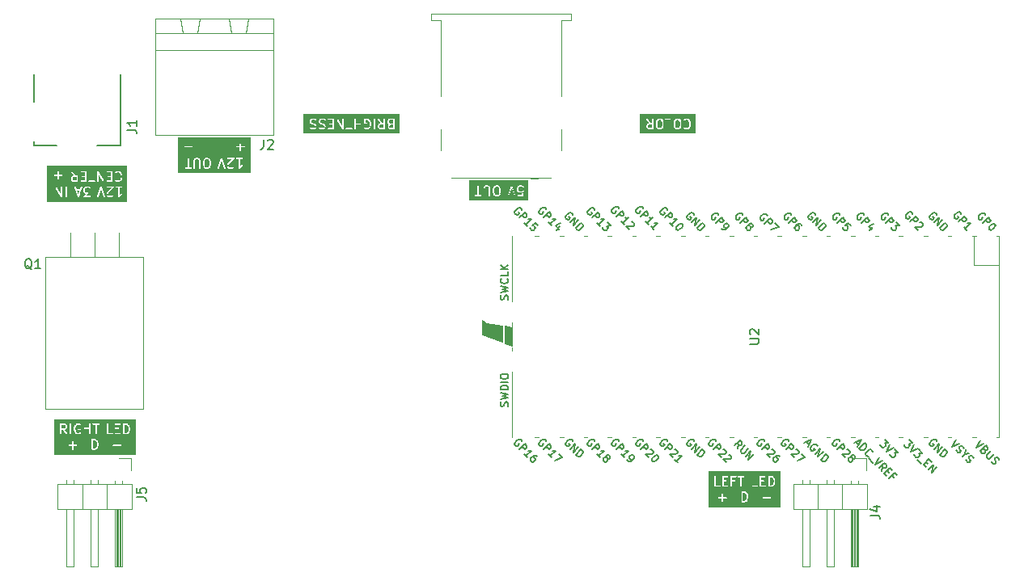
<source format=gbr>
%TF.GenerationSoftware,KiCad,Pcbnew,(7.0.0)*%
%TF.CreationDate,2023-06-19T20:16:09-07:00*%
%TF.ProjectId,main_board,6d61696e-5f62-46f6-9172-642e6b696361,B*%
%TF.SameCoordinates,Original*%
%TF.FileFunction,Legend,Top*%
%TF.FilePolarity,Positive*%
%FSLAX46Y46*%
G04 Gerber Fmt 4.6, Leading zero omitted, Abs format (unit mm)*
G04 Created by KiCad (PCBNEW (7.0.0)) date 2023-06-19 20:16:09*
%MOMM*%
%LPD*%
G01*
G04 APERTURE LIST*
%ADD10C,0.150000*%
%ADD11C,0.120000*%
%ADD12C,0.100000*%
G04 APERTURE END LIST*
D10*
G36*
X166578533Y-83395552D02*
G01*
X166652645Y-83469664D01*
X166691139Y-83546650D01*
X166734523Y-83720186D01*
X166734523Y-83844575D01*
X166691139Y-84018107D01*
X166652645Y-84095096D01*
X166578533Y-84169208D01*
X166464018Y-84207380D01*
X166313095Y-84207380D01*
X166313095Y-83357380D01*
X166464019Y-83357380D01*
X166578533Y-83395552D01*
G37*
G36*
X169402343Y-81775552D02*
G01*
X169476455Y-81849664D01*
X169514949Y-81926650D01*
X169558333Y-82100186D01*
X169558333Y-82224575D01*
X169514949Y-82398107D01*
X169476455Y-82475096D01*
X169402343Y-82549208D01*
X169287828Y-82587380D01*
X169136905Y-82587380D01*
X169136905Y-81737380D01*
X169287829Y-81737380D01*
X169402343Y-81775552D01*
G37*
G36*
X170279167Y-84867857D02*
G01*
X162720833Y-84867857D01*
X162720833Y-83912552D01*
X163722630Y-83912552D01*
X163740926Y-83952616D01*
X163777978Y-83976428D01*
X164105952Y-83976428D01*
X164105952Y-84293162D01*
X164115195Y-84324640D01*
X164148481Y-84353482D01*
X164192076Y-84359750D01*
X164232140Y-84341454D01*
X164255952Y-84304402D01*
X164255952Y-84293504D01*
X166160725Y-84293504D01*
X166167644Y-84308656D01*
X166172338Y-84324640D01*
X166176650Y-84328376D01*
X166179021Y-84333568D01*
X166193037Y-84342575D01*
X166205624Y-84353482D01*
X166211270Y-84354293D01*
X166216073Y-84357380D01*
X166232735Y-84357380D01*
X166249219Y-84359750D01*
X166254409Y-84357380D01*
X166466788Y-84357380D01*
X166479015Y-84360495D01*
X166498627Y-84353957D01*
X166518450Y-84348137D01*
X166519408Y-84347030D01*
X166638934Y-84307188D01*
X166656508Y-84303366D01*
X166667348Y-84292525D01*
X166679932Y-84283780D01*
X166682639Y-84277234D01*
X166760669Y-84199204D01*
X166771519Y-84192761D01*
X166780769Y-84174259D01*
X166790665Y-84156138D01*
X166790560Y-84154677D01*
X166823012Y-84089774D01*
X166829324Y-84083840D01*
X166832668Y-84070462D01*
X166833808Y-84068183D01*
X166835271Y-84060050D01*
X166872145Y-83912552D01*
X168360725Y-83912552D01*
X168379021Y-83952616D01*
X168416073Y-83976428D01*
X169210782Y-83976428D01*
X169242260Y-83967185D01*
X169271102Y-83933899D01*
X169277370Y-83890304D01*
X169259074Y-83850240D01*
X169222022Y-83826428D01*
X168427313Y-83826428D01*
X168395835Y-83835671D01*
X168366993Y-83868957D01*
X168360725Y-83912552D01*
X166872145Y-83912552D01*
X166879290Y-83883972D01*
X166884523Y-83875831D01*
X166884523Y-83863043D01*
X166884899Y-83861539D01*
X166884523Y-83852293D01*
X166884523Y-83723295D01*
X166887625Y-83714126D01*
X166884523Y-83701718D01*
X166884523Y-83700170D01*
X166881918Y-83691300D01*
X166837904Y-83515243D01*
X166838834Y-83506632D01*
X166832668Y-83494301D01*
X166832050Y-83491826D01*
X166827862Y-83484687D01*
X166785572Y-83400107D01*
X166782890Y-83387777D01*
X166768270Y-83373157D01*
X166754201Y-83358032D01*
X166752782Y-83357669D01*
X166674937Y-83279824D01*
X166663657Y-83265813D01*
X166649112Y-83260964D01*
X166635662Y-83253620D01*
X166628595Y-83254125D01*
X166508826Y-83214201D01*
X166498212Y-83207380D01*
X166477533Y-83207380D01*
X166456893Y-83206634D01*
X166455634Y-83207380D01*
X166243455Y-83207380D01*
X166226971Y-83205010D01*
X166211818Y-83211929D01*
X166195835Y-83216623D01*
X166192098Y-83220935D01*
X166186907Y-83223306D01*
X166177899Y-83237322D01*
X166166993Y-83249909D01*
X166166181Y-83255555D01*
X166163095Y-83260358D01*
X166163095Y-83277020D01*
X166160725Y-83293504D01*
X166163095Y-83298694D01*
X166163095Y-84277020D01*
X166160725Y-84293504D01*
X164255952Y-84293504D01*
X164255952Y-83976428D01*
X164572687Y-83976428D01*
X164604165Y-83967185D01*
X164633007Y-83933899D01*
X164639275Y-83890304D01*
X164620979Y-83850240D01*
X164583927Y-83826428D01*
X164255952Y-83826428D01*
X164255952Y-83509694D01*
X164246709Y-83478216D01*
X164213423Y-83449374D01*
X164169828Y-83443106D01*
X164129764Y-83461402D01*
X164105952Y-83498454D01*
X164105952Y-83826428D01*
X163789218Y-83826428D01*
X163757740Y-83835671D01*
X163728898Y-83868957D01*
X163722630Y-83912552D01*
X162720833Y-83912552D01*
X162720833Y-82673504D01*
X163336915Y-82673504D01*
X163343834Y-82688656D01*
X163348528Y-82704640D01*
X163352840Y-82708376D01*
X163355211Y-82713568D01*
X163369227Y-82722575D01*
X163381814Y-82733482D01*
X163387460Y-82734293D01*
X163392263Y-82737380D01*
X163408925Y-82737380D01*
X163425409Y-82739750D01*
X163430599Y-82737380D01*
X163901257Y-82737380D01*
X163932735Y-82728137D01*
X163961577Y-82694851D01*
X163964646Y-82673504D01*
X164146439Y-82673504D01*
X164153358Y-82688656D01*
X164158052Y-82704640D01*
X164162364Y-82708376D01*
X164164735Y-82713568D01*
X164178751Y-82722575D01*
X164191338Y-82733482D01*
X164196984Y-82734293D01*
X164201787Y-82737380D01*
X164218449Y-82737380D01*
X164234933Y-82739750D01*
X164240123Y-82737380D01*
X164710781Y-82737380D01*
X164742259Y-82728137D01*
X164771101Y-82694851D01*
X164777369Y-82651256D01*
X164759073Y-82611192D01*
X164722021Y-82587380D01*
X164298809Y-82587380D01*
X164298809Y-82213571D01*
X164567924Y-82213571D01*
X164599402Y-82204328D01*
X164628244Y-82171042D01*
X164631313Y-82149695D01*
X165051201Y-82149695D01*
X165053571Y-82154885D01*
X165053571Y-82673162D01*
X165062814Y-82704640D01*
X165096100Y-82733482D01*
X165139695Y-82739750D01*
X165179759Y-82721454D01*
X165203571Y-82684402D01*
X165203571Y-82213571D01*
X165472686Y-82213571D01*
X165504164Y-82204328D01*
X165533006Y-82171042D01*
X165539274Y-82127447D01*
X165520978Y-82087383D01*
X165483926Y-82063571D01*
X165203571Y-82063571D01*
X165203571Y-81737380D01*
X165615543Y-81737380D01*
X165647021Y-81728137D01*
X165675863Y-81694851D01*
X165678932Y-81673504D01*
X165765487Y-81673504D01*
X165783783Y-81713568D01*
X165820835Y-81737380D01*
X166053571Y-81737380D01*
X166053571Y-82673162D01*
X166062814Y-82704640D01*
X166096100Y-82733482D01*
X166139695Y-82739750D01*
X166179759Y-82721454D01*
X166203571Y-82684402D01*
X166203571Y-82673504D01*
X167270249Y-82673504D01*
X167277168Y-82688656D01*
X167281862Y-82704640D01*
X167286174Y-82708376D01*
X167288545Y-82713568D01*
X167302561Y-82722575D01*
X167315148Y-82733482D01*
X167320794Y-82734293D01*
X167325597Y-82737380D01*
X167342259Y-82737380D01*
X167358743Y-82739750D01*
X167363933Y-82737380D01*
X167834591Y-82737380D01*
X167866069Y-82728137D01*
X167894911Y-82694851D01*
X167897980Y-82673504D01*
X168079773Y-82673504D01*
X168086692Y-82688656D01*
X168091386Y-82704640D01*
X168095698Y-82708376D01*
X168098069Y-82713568D01*
X168112085Y-82722575D01*
X168124672Y-82733482D01*
X168130318Y-82734293D01*
X168135121Y-82737380D01*
X168151783Y-82737380D01*
X168168267Y-82739750D01*
X168173457Y-82737380D01*
X168644115Y-82737380D01*
X168675593Y-82728137D01*
X168704435Y-82694851D01*
X168707504Y-82673504D01*
X168984535Y-82673504D01*
X168991454Y-82688656D01*
X168996148Y-82704640D01*
X169000460Y-82708376D01*
X169002831Y-82713568D01*
X169016847Y-82722575D01*
X169029434Y-82733482D01*
X169035080Y-82734293D01*
X169039883Y-82737380D01*
X169056545Y-82737380D01*
X169073029Y-82739750D01*
X169078219Y-82737380D01*
X169290598Y-82737380D01*
X169302825Y-82740495D01*
X169322437Y-82733957D01*
X169342260Y-82728137D01*
X169343218Y-82727030D01*
X169462744Y-82687188D01*
X169480318Y-82683366D01*
X169491158Y-82672525D01*
X169503742Y-82663780D01*
X169506449Y-82657234D01*
X169584479Y-82579204D01*
X169595329Y-82572761D01*
X169604579Y-82554259D01*
X169614475Y-82536138D01*
X169614370Y-82534677D01*
X169646822Y-82469774D01*
X169653134Y-82463840D01*
X169656478Y-82450462D01*
X169657618Y-82448183D01*
X169659081Y-82440050D01*
X169703100Y-82263972D01*
X169708333Y-82255831D01*
X169708333Y-82243043D01*
X169708709Y-82241539D01*
X169708333Y-82232293D01*
X169708333Y-82103295D01*
X169711435Y-82094126D01*
X169708333Y-82081718D01*
X169708333Y-82080170D01*
X169705728Y-82071300D01*
X169661714Y-81895243D01*
X169662644Y-81886632D01*
X169656478Y-81874301D01*
X169655860Y-81871826D01*
X169651672Y-81864687D01*
X169609382Y-81780107D01*
X169606700Y-81767777D01*
X169592080Y-81753157D01*
X169578011Y-81738032D01*
X169576592Y-81737669D01*
X169498747Y-81659824D01*
X169487467Y-81645813D01*
X169472922Y-81640964D01*
X169459472Y-81633620D01*
X169452405Y-81634125D01*
X169332636Y-81594201D01*
X169322022Y-81587380D01*
X169301343Y-81587380D01*
X169280703Y-81586634D01*
X169279444Y-81587380D01*
X169067265Y-81587380D01*
X169050781Y-81585010D01*
X169035628Y-81591929D01*
X169019645Y-81596623D01*
X169015908Y-81600935D01*
X169010717Y-81603306D01*
X169001709Y-81617322D01*
X168990803Y-81629909D01*
X168989991Y-81635555D01*
X168986905Y-81640358D01*
X168986905Y-81657020D01*
X168984535Y-81673504D01*
X168986905Y-81678694D01*
X168986905Y-82657020D01*
X168984535Y-82673504D01*
X168707504Y-82673504D01*
X168710703Y-82651256D01*
X168692407Y-82611192D01*
X168655355Y-82587380D01*
X168232143Y-82587380D01*
X168232143Y-82213571D01*
X168501258Y-82213571D01*
X168532736Y-82204328D01*
X168561578Y-82171042D01*
X168567846Y-82127447D01*
X168549550Y-82087383D01*
X168512498Y-82063571D01*
X168232143Y-82063571D01*
X168232143Y-81737380D01*
X168644115Y-81737380D01*
X168675593Y-81728137D01*
X168704435Y-81694851D01*
X168710703Y-81651256D01*
X168692407Y-81611192D01*
X168655355Y-81587380D01*
X168162503Y-81587380D01*
X168146019Y-81585010D01*
X168130866Y-81591929D01*
X168114883Y-81596623D01*
X168111146Y-81600935D01*
X168105955Y-81603306D01*
X168096947Y-81617322D01*
X168086041Y-81629909D01*
X168085229Y-81635555D01*
X168082143Y-81640358D01*
X168082143Y-81657020D01*
X168079773Y-81673504D01*
X168082143Y-81678694D01*
X168082143Y-82133211D01*
X168079773Y-82149695D01*
X168082143Y-82154885D01*
X168082143Y-82657020D01*
X168079773Y-82673504D01*
X167897980Y-82673504D01*
X167901179Y-82651256D01*
X167882883Y-82611192D01*
X167845831Y-82587380D01*
X167422619Y-82587380D01*
X167422619Y-81651598D01*
X167413376Y-81620120D01*
X167380090Y-81591278D01*
X167336495Y-81585010D01*
X167296431Y-81603306D01*
X167272619Y-81640358D01*
X167272619Y-82657020D01*
X167270249Y-82673504D01*
X166203571Y-82673504D01*
X166203571Y-81737380D01*
X166425067Y-81737380D01*
X166456545Y-81728137D01*
X166485387Y-81694851D01*
X166491655Y-81651256D01*
X166473359Y-81611192D01*
X166436307Y-81587380D01*
X166133931Y-81587380D01*
X166117447Y-81585010D01*
X166112257Y-81587380D01*
X165832075Y-81587380D01*
X165800597Y-81596623D01*
X165771755Y-81629909D01*
X165765487Y-81673504D01*
X165678932Y-81673504D01*
X165682131Y-81651256D01*
X165663835Y-81611192D01*
X165626783Y-81587380D01*
X165133931Y-81587380D01*
X165117447Y-81585010D01*
X165102294Y-81591929D01*
X165086311Y-81596623D01*
X165082574Y-81600935D01*
X165077383Y-81603306D01*
X165068375Y-81617322D01*
X165057469Y-81629909D01*
X165056657Y-81635555D01*
X165053571Y-81640358D01*
X165053571Y-81657020D01*
X165051201Y-81673504D01*
X165053571Y-81678694D01*
X165053571Y-82133211D01*
X165051201Y-82149695D01*
X164631313Y-82149695D01*
X164634512Y-82127447D01*
X164616216Y-82087383D01*
X164579164Y-82063571D01*
X164298809Y-82063571D01*
X164298809Y-81737380D01*
X164710781Y-81737380D01*
X164742259Y-81728137D01*
X164771101Y-81694851D01*
X164777369Y-81651256D01*
X164759073Y-81611192D01*
X164722021Y-81587380D01*
X164229169Y-81587380D01*
X164212685Y-81585010D01*
X164197532Y-81591929D01*
X164181549Y-81596623D01*
X164177812Y-81600935D01*
X164172621Y-81603306D01*
X164163613Y-81617322D01*
X164152707Y-81629909D01*
X164151895Y-81635555D01*
X164148809Y-81640358D01*
X164148809Y-81657020D01*
X164146439Y-81673504D01*
X164148809Y-81678694D01*
X164148809Y-82133211D01*
X164146439Y-82149695D01*
X164148809Y-82154885D01*
X164148809Y-82657020D01*
X164146439Y-82673504D01*
X163964646Y-82673504D01*
X163967845Y-82651256D01*
X163949549Y-82611192D01*
X163912497Y-82587380D01*
X163489285Y-82587380D01*
X163489285Y-81651598D01*
X163480042Y-81620120D01*
X163446756Y-81591278D01*
X163403161Y-81585010D01*
X163363097Y-81603306D01*
X163339285Y-81640358D01*
X163339285Y-82657020D01*
X163336915Y-82673504D01*
X162720833Y-82673504D01*
X162720833Y-81137143D01*
X170279167Y-81137143D01*
X170279167Y-84867857D01*
G37*
G36*
X140712716Y-51326878D02*
G01*
X140784657Y-51398819D01*
X140824999Y-51560186D01*
X140824999Y-51875051D01*
X140784657Y-52036418D01*
X140712713Y-52108361D01*
X140644199Y-52142619D01*
X140489134Y-52142619D01*
X140420615Y-52108360D01*
X140348674Y-52036418D01*
X140308333Y-51875051D01*
X140308333Y-51560187D01*
X140348674Y-51398819D01*
X140420616Y-51326877D01*
X140489132Y-51292619D01*
X140644198Y-51292619D01*
X140712716Y-51326878D01*
G37*
G36*
X143867857Y-52742857D02*
G01*
X137690476Y-52742857D01*
X137690476Y-52228743D01*
X138251201Y-52228743D01*
X138269497Y-52268807D01*
X138306549Y-52292619D01*
X138608925Y-52292619D01*
X138625409Y-52294989D01*
X138630599Y-52292619D01*
X138910781Y-52292619D01*
X138942259Y-52283376D01*
X138971101Y-52250090D01*
X138977369Y-52206495D01*
X138959073Y-52166431D01*
X138922021Y-52142619D01*
X138689285Y-52142619D01*
X138689285Y-51416486D01*
X139155619Y-51416486D01*
X139158333Y-51423030D01*
X139158333Y-52228401D01*
X139167576Y-52259879D01*
X139200862Y-52288721D01*
X139244457Y-52294989D01*
X139284521Y-52276693D01*
X139308333Y-52239641D01*
X139308333Y-51425801D01*
X139342592Y-51357283D01*
X139372997Y-51326877D01*
X139441513Y-51292619D01*
X139596579Y-51292619D01*
X139665097Y-51326878D01*
X139695502Y-51357283D01*
X139729761Y-51425799D01*
X139729761Y-52228401D01*
X139739004Y-52259879D01*
X139772290Y-52288721D01*
X139815885Y-52294989D01*
X139855949Y-52276693D01*
X139879761Y-52239641D01*
X139879761Y-51881111D01*
X140155231Y-51881111D01*
X140158333Y-51893519D01*
X140158333Y-51895067D01*
X140160937Y-51903936D01*
X140207913Y-52091842D01*
X140212347Y-52112222D01*
X140221127Y-52121002D01*
X140227408Y-52131707D01*
X140236376Y-52136251D01*
X140316507Y-52216383D01*
X140322952Y-52227234D01*
X140341453Y-52236484D01*
X140359575Y-52246380D01*
X140361035Y-52246275D01*
X140434279Y-52282897D01*
X140449406Y-52292619D01*
X140464736Y-52292619D01*
X140479819Y-52295333D01*
X140486363Y-52292619D01*
X140657864Y-52292619D01*
X140675748Y-52294550D01*
X140689461Y-52287693D01*
X140704164Y-52283376D01*
X140708802Y-52278022D01*
X140782271Y-52241287D01*
X140794603Y-52238605D01*
X140796292Y-52236916D01*
X141709968Y-52236916D01*
X141732425Y-52274804D01*
X141771801Y-52294536D01*
X141815594Y-52289849D01*
X141849901Y-52262228D01*
X142119047Y-51454790D01*
X142384638Y-52251564D01*
X142403361Y-52278504D01*
X142444060Y-52295340D01*
X142487400Y-52287500D01*
X142519622Y-52257474D01*
X142530495Y-52214793D01*
X142264393Y-51416486D01*
X142660381Y-51416486D01*
X142663095Y-51423030D01*
X142663095Y-51642150D01*
X142661164Y-51660034D01*
X142668020Y-51673747D01*
X142672338Y-51688450D01*
X142677691Y-51693088D01*
X142714426Y-51766557D01*
X142717109Y-51778889D01*
X142731736Y-51793516D01*
X142745798Y-51808634D01*
X142747216Y-51808996D01*
X142773651Y-51835431D01*
X142780095Y-51846281D01*
X142798604Y-51855535D01*
X142816718Y-51865426D01*
X142818176Y-51865321D01*
X142891422Y-51901944D01*
X142906549Y-51911666D01*
X142921879Y-51911666D01*
X142936962Y-51914380D01*
X142943506Y-51911666D01*
X143162626Y-51911666D01*
X143180510Y-51913597D01*
X143194223Y-51906740D01*
X143208926Y-51902423D01*
X143213564Y-51897069D01*
X143218848Y-51894427D01*
X143194030Y-52142619D01*
X142774932Y-52142619D01*
X142743454Y-52151862D01*
X142714612Y-52185148D01*
X142708344Y-52228743D01*
X142726640Y-52268807D01*
X142763692Y-52292619D01*
X143252769Y-52292619D01*
X143265274Y-52295712D01*
X143284585Y-52289125D01*
X143304164Y-52283376D01*
X143305307Y-52282056D01*
X143306960Y-52281493D01*
X143319651Y-52265501D01*
X143333006Y-52250090D01*
X143333254Y-52248363D01*
X143334341Y-52246994D01*
X143336373Y-52226667D01*
X143339274Y-52206495D01*
X143338549Y-52204908D01*
X143382638Y-51764020D01*
X143385902Y-51758043D01*
X143384790Y-51742499D01*
X143385224Y-51738162D01*
X143384023Y-51731781D01*
X143382760Y-51714112D01*
X143380008Y-51710436D01*
X143379159Y-51705921D01*
X143366983Y-51693036D01*
X143356366Y-51678854D01*
X143352063Y-51677249D01*
X143348908Y-51673910D01*
X143331703Y-51669654D01*
X143315099Y-51663461D01*
X143310610Y-51664437D01*
X143306153Y-51663335D01*
X143289383Y-51669054D01*
X143272062Y-51672823D01*
X143268813Y-51676071D01*
X143264467Y-51677554D01*
X143253449Y-51691435D01*
X143217476Y-51727408D01*
X143148961Y-51761666D01*
X142946277Y-51761666D01*
X142877759Y-51727407D01*
X142847352Y-51697000D01*
X142813095Y-51628485D01*
X142813095Y-51425801D01*
X142847354Y-51357283D01*
X142877759Y-51326877D01*
X142946275Y-51292619D01*
X143148960Y-51292619D01*
X143217478Y-51326878D01*
X143264114Y-51373514D01*
X143292908Y-51389236D01*
X143336839Y-51386094D01*
X143372097Y-51359700D01*
X143387490Y-51318433D01*
X143378128Y-51275396D01*
X143321585Y-51218853D01*
X143315142Y-51208004D01*
X143296641Y-51198753D01*
X143278519Y-51188858D01*
X143277058Y-51188962D01*
X143203817Y-51152342D01*
X143188688Y-51142619D01*
X143173358Y-51142619D01*
X143158275Y-51139905D01*
X143151731Y-51142619D01*
X142932602Y-51142619D01*
X142914727Y-51140689D01*
X142901017Y-51147543D01*
X142886311Y-51151862D01*
X142881671Y-51157216D01*
X142808202Y-51193950D01*
X142795872Y-51196633D01*
X142781252Y-51211252D01*
X142766127Y-51225322D01*
X142765764Y-51226740D01*
X142739329Y-51253175D01*
X142728480Y-51259619D01*
X142719229Y-51278119D01*
X142709334Y-51296242D01*
X142709438Y-51297702D01*
X142672818Y-51370943D01*
X142663095Y-51386073D01*
X142663095Y-51401403D01*
X142660381Y-51416486D01*
X142264393Y-51416486D01*
X142194487Y-51206769D01*
X142194793Y-51198322D01*
X142187661Y-51186289D01*
X142186789Y-51183673D01*
X142182176Y-51177035D01*
X142172336Y-51160434D01*
X142169730Y-51159128D01*
X142168066Y-51156733D01*
X142150212Y-51149347D01*
X142132960Y-51140702D01*
X142130062Y-51141012D01*
X142127367Y-51139897D01*
X142108359Y-51143335D01*
X142089166Y-51145390D01*
X142086895Y-51147218D01*
X142084027Y-51147737D01*
X142069903Y-51160898D01*
X142054860Y-51173010D01*
X142053937Y-51175776D01*
X142051805Y-51177764D01*
X142047037Y-51196476D01*
X141711153Y-52204131D01*
X141709968Y-52236916D01*
X140796292Y-52236916D01*
X140809228Y-52223979D01*
X140824348Y-52209916D01*
X140824710Y-52208496D01*
X140904593Y-52128613D01*
X140919800Y-52114316D01*
X140922811Y-52102268D01*
X140928760Y-52091375D01*
X140928042Y-52081345D01*
X140969766Y-51914448D01*
X140974999Y-51906307D01*
X140974999Y-51893519D01*
X140975375Y-51892015D01*
X140974999Y-51882769D01*
X140974999Y-51563295D01*
X140978101Y-51554126D01*
X140974999Y-51541718D01*
X140974999Y-51540170D01*
X140972394Y-51531300D01*
X140925418Y-51343397D01*
X140920985Y-51323015D01*
X140912205Y-51314235D01*
X140905924Y-51303529D01*
X140896953Y-51298983D01*
X140816823Y-51218853D01*
X140810380Y-51208004D01*
X140791879Y-51198753D01*
X140773757Y-51188858D01*
X140772296Y-51188962D01*
X140699055Y-51152342D01*
X140683926Y-51142619D01*
X140668596Y-51142619D01*
X140653513Y-51139905D01*
X140646969Y-51142619D01*
X140475459Y-51142619D01*
X140457584Y-51140689D01*
X140443874Y-51147543D01*
X140429168Y-51151862D01*
X140424528Y-51157216D01*
X140351059Y-51193950D01*
X140338729Y-51196633D01*
X140324109Y-51211252D01*
X140308984Y-51225322D01*
X140308621Y-51226740D01*
X140228730Y-51306631D01*
X140213532Y-51320922D01*
X140210520Y-51332966D01*
X140204572Y-51343861D01*
X140205289Y-51353891D01*
X140163565Y-51520788D01*
X140158333Y-51528930D01*
X140158333Y-51541718D01*
X140157957Y-51543222D01*
X140158333Y-51552468D01*
X140158333Y-51871942D01*
X140155231Y-51881111D01*
X139879761Y-51881111D01*
X139879761Y-51412126D01*
X139881691Y-51394251D01*
X139874836Y-51380541D01*
X139870518Y-51365835D01*
X139865163Y-51361195D01*
X139828429Y-51287726D01*
X139825747Y-51275396D01*
X139811127Y-51260776D01*
X139797058Y-51245651D01*
X139795639Y-51245288D01*
X139769204Y-51218853D01*
X139762761Y-51208004D01*
X139744260Y-51198753D01*
X139726138Y-51188858D01*
X139724677Y-51188962D01*
X139651436Y-51152342D01*
X139636307Y-51142619D01*
X139620977Y-51142619D01*
X139605894Y-51139905D01*
X139599350Y-51142619D01*
X139427840Y-51142619D01*
X139409965Y-51140689D01*
X139396255Y-51147543D01*
X139381549Y-51151862D01*
X139376909Y-51157216D01*
X139303440Y-51193950D01*
X139291110Y-51196633D01*
X139276490Y-51211252D01*
X139261365Y-51225322D01*
X139261002Y-51226740D01*
X139234567Y-51253175D01*
X139223718Y-51259619D01*
X139214467Y-51278119D01*
X139204572Y-51296242D01*
X139204676Y-51297702D01*
X139168056Y-51370943D01*
X139158333Y-51386073D01*
X139158333Y-51401403D01*
X139155619Y-51416486D01*
X138689285Y-51416486D01*
X138689285Y-51206837D01*
X138680042Y-51175359D01*
X138646756Y-51146517D01*
X138603161Y-51140249D01*
X138563097Y-51158545D01*
X138539285Y-51195597D01*
X138539285Y-52142619D01*
X138317789Y-52142619D01*
X138286311Y-52151862D01*
X138257469Y-52185148D01*
X138251201Y-52228743D01*
X137690476Y-52228743D01*
X137690476Y-50632143D01*
X143867857Y-50632143D01*
X143867857Y-52742857D01*
G37*
G36*
X159622240Y-44326878D02*
G01*
X159694181Y-44398819D01*
X159734523Y-44560186D01*
X159734523Y-44875051D01*
X159694181Y-45036418D01*
X159622237Y-45108361D01*
X159553723Y-45142619D01*
X159398658Y-45142619D01*
X159330139Y-45108360D01*
X159258198Y-45036418D01*
X159217857Y-44875051D01*
X159217857Y-44560187D01*
X159258198Y-44398819D01*
X159330140Y-44326877D01*
X159398656Y-44292619D01*
X159553722Y-44292619D01*
X159622240Y-44326878D01*
G37*
G36*
X157765097Y-44326878D02*
G01*
X157837038Y-44398819D01*
X157877380Y-44560186D01*
X157877380Y-44875051D01*
X157837038Y-45036418D01*
X157765094Y-45108361D01*
X157696580Y-45142619D01*
X157541515Y-45142619D01*
X157472996Y-45108360D01*
X157401055Y-45036418D01*
X157360714Y-44875051D01*
X157360714Y-44560187D01*
X157401055Y-44398819D01*
X157472997Y-44326877D01*
X157541513Y-44292619D01*
X157696579Y-44292619D01*
X157765097Y-44326878D01*
G37*
G36*
X156633220Y-44770679D02*
G01*
X156636920Y-44768809D01*
X156782142Y-44768809D01*
X156782142Y-45142619D01*
X156493896Y-45142619D01*
X156425378Y-45108360D01*
X156394970Y-45077951D01*
X156360714Y-45009437D01*
X156360714Y-44901991D01*
X156394973Y-44833473D01*
X156425378Y-44803067D01*
X156493894Y-44768809D01*
X156615175Y-44768809D01*
X156633220Y-44770679D01*
G37*
G36*
X161367857Y-45742857D02*
G01*
X155552381Y-45742857D01*
X155552381Y-44892676D01*
X156208000Y-44892676D01*
X156210714Y-44899220D01*
X156210714Y-45023102D01*
X156208783Y-45040986D01*
X156215639Y-45054699D01*
X156219957Y-45069402D01*
X156225310Y-45074040D01*
X156262045Y-45147509D01*
X156264728Y-45159840D01*
X156279347Y-45174460D01*
X156293417Y-45189586D01*
X156294835Y-45189948D01*
X156321269Y-45216383D01*
X156327714Y-45227234D01*
X156346225Y-45236489D01*
X156364336Y-45246379D01*
X156365795Y-45246274D01*
X156439041Y-45282897D01*
X156454168Y-45292619D01*
X156469498Y-45292619D01*
X156484581Y-45295333D01*
X156491125Y-45292619D01*
X156851782Y-45292619D01*
X156868266Y-45294989D01*
X156883418Y-45288069D01*
X156899402Y-45283376D01*
X156903138Y-45279063D01*
X156908330Y-45276693D01*
X156917337Y-45262676D01*
X156928244Y-45250090D01*
X156929055Y-45244443D01*
X156932142Y-45239641D01*
X156932142Y-45222979D01*
X156934512Y-45206495D01*
X156932142Y-45201305D01*
X156932142Y-44881111D01*
X157207612Y-44881111D01*
X157210714Y-44893519D01*
X157210714Y-44895067D01*
X157213318Y-44903936D01*
X157260294Y-45091842D01*
X157264728Y-45112222D01*
X157273508Y-45121002D01*
X157279789Y-45131707D01*
X157288757Y-45136251D01*
X157368888Y-45216383D01*
X157375333Y-45227234D01*
X157393834Y-45236484D01*
X157411956Y-45246380D01*
X157413416Y-45246275D01*
X157486660Y-45282897D01*
X157501787Y-45292619D01*
X157517117Y-45292619D01*
X157532200Y-45295333D01*
X157538744Y-45292619D01*
X157710245Y-45292619D01*
X157728129Y-45294550D01*
X157741842Y-45287693D01*
X157756545Y-45283376D01*
X157761183Y-45278022D01*
X157834652Y-45241287D01*
X157846984Y-45238605D01*
X157861609Y-45223979D01*
X157876729Y-45209916D01*
X157877091Y-45208496D01*
X157956974Y-45128613D01*
X157972181Y-45114316D01*
X157975192Y-45102268D01*
X157981141Y-45091375D01*
X157980423Y-45081345D01*
X158022147Y-44914448D01*
X158027380Y-44906307D01*
X158027380Y-44893519D01*
X158027756Y-44892015D01*
X158027380Y-44882769D01*
X158027380Y-44563295D01*
X158030482Y-44554126D01*
X158027380Y-44541718D01*
X158027380Y-44540170D01*
X158024775Y-44531300D01*
X157977799Y-44343397D01*
X157973366Y-44323015D01*
X157964586Y-44314235D01*
X157958305Y-44303529D01*
X157949334Y-44298983D01*
X157879094Y-44228743D01*
X158160725Y-44228743D01*
X158179021Y-44268807D01*
X158216073Y-44292619D01*
X158639285Y-44292619D01*
X158639285Y-45228401D01*
X158648528Y-45259879D01*
X158681814Y-45288721D01*
X158725409Y-45294989D01*
X158765473Y-45276693D01*
X158789285Y-45239641D01*
X158789285Y-44881111D01*
X159064755Y-44881111D01*
X159067857Y-44893519D01*
X159067857Y-44895067D01*
X159070461Y-44903936D01*
X159117437Y-45091842D01*
X159121871Y-45112222D01*
X159130651Y-45121002D01*
X159136932Y-45131707D01*
X159145900Y-45136251D01*
X159226031Y-45216383D01*
X159232476Y-45227234D01*
X159250977Y-45236484D01*
X159269099Y-45246380D01*
X159270559Y-45246275D01*
X159343803Y-45282897D01*
X159358930Y-45292619D01*
X159374260Y-45292619D01*
X159389343Y-45295333D01*
X159395887Y-45292619D01*
X159567388Y-45292619D01*
X159585272Y-45294550D01*
X159598985Y-45287693D01*
X159613688Y-45283376D01*
X159618326Y-45278022D01*
X159691795Y-45241287D01*
X159704127Y-45238605D01*
X159718752Y-45223979D01*
X159733872Y-45209916D01*
X159734234Y-45208496D01*
X159814117Y-45128613D01*
X159826679Y-45116803D01*
X160112509Y-45116803D01*
X160121871Y-45159840D01*
X160182206Y-45220177D01*
X160193486Y-45234187D01*
X160208029Y-45239034D01*
X160221479Y-45246379D01*
X160228545Y-45245873D01*
X160348315Y-45285797D01*
X160358930Y-45292619D01*
X160379609Y-45292619D01*
X160400249Y-45293365D01*
X160401508Y-45292619D01*
X160466788Y-45292619D01*
X160479015Y-45295734D01*
X160498627Y-45289196D01*
X160518450Y-45283376D01*
X160519408Y-45282269D01*
X160638934Y-45242427D01*
X160656508Y-45238605D01*
X160667348Y-45227764D01*
X160679932Y-45219019D01*
X160682639Y-45212472D01*
X160760669Y-45134442D01*
X160771519Y-45127999D01*
X160780769Y-45109498D01*
X160790665Y-45091375D01*
X160790560Y-45089915D01*
X160823012Y-45025012D01*
X160829324Y-45019078D01*
X160832668Y-45005700D01*
X160833808Y-45003421D01*
X160835271Y-44995288D01*
X160879290Y-44819210D01*
X160884523Y-44811069D01*
X160884523Y-44798281D01*
X160884899Y-44796777D01*
X160884523Y-44787531D01*
X160884523Y-44658533D01*
X160887625Y-44649364D01*
X160884523Y-44636956D01*
X160884523Y-44635408D01*
X160881918Y-44626538D01*
X160837904Y-44450481D01*
X160838834Y-44441870D01*
X160832668Y-44429539D01*
X160832050Y-44427064D01*
X160827862Y-44419925D01*
X160785572Y-44335345D01*
X160782890Y-44323015D01*
X160768270Y-44308395D01*
X160754201Y-44293270D01*
X160752782Y-44292907D01*
X160674933Y-44215058D01*
X160663656Y-44201051D01*
X160649114Y-44196203D01*
X160635662Y-44188858D01*
X160628594Y-44189363D01*
X160508827Y-44149441D01*
X160498212Y-44142619D01*
X160477532Y-44142619D01*
X160456893Y-44141873D01*
X160455634Y-44142619D01*
X160390354Y-44142619D01*
X160378126Y-44139504D01*
X160358506Y-44146043D01*
X160338692Y-44151862D01*
X160337733Y-44152968D01*
X160218204Y-44192810D01*
X160200634Y-44196633D01*
X160189795Y-44207471D01*
X160177209Y-44216219D01*
X160174500Y-44222766D01*
X160129819Y-44267448D01*
X160114096Y-44296242D01*
X160117239Y-44340173D01*
X160143633Y-44375432D01*
X160184900Y-44390824D01*
X160227937Y-44381462D01*
X160278608Y-44330790D01*
X160393123Y-44292619D01*
X160464020Y-44292619D01*
X160578533Y-44330790D01*
X160652645Y-44404902D01*
X160691139Y-44481888D01*
X160734523Y-44655424D01*
X160734523Y-44779813D01*
X160691139Y-44953345D01*
X160652645Y-45030334D01*
X160578533Y-45104447D01*
X160464018Y-45142619D01*
X160393122Y-45142619D01*
X160278608Y-45104447D01*
X160235886Y-45061723D01*
X160207092Y-45046001D01*
X160163161Y-45049143D01*
X160127902Y-45075536D01*
X160112509Y-45116803D01*
X159826679Y-45116803D01*
X159829324Y-45114316D01*
X159832335Y-45102268D01*
X159838284Y-45091375D01*
X159837566Y-45081345D01*
X159879290Y-44914448D01*
X159884523Y-44906307D01*
X159884523Y-44893519D01*
X159884899Y-44892015D01*
X159884523Y-44882769D01*
X159884523Y-44563295D01*
X159887625Y-44554126D01*
X159884523Y-44541718D01*
X159884523Y-44540170D01*
X159881918Y-44531300D01*
X159834942Y-44343397D01*
X159830509Y-44323015D01*
X159821729Y-44314235D01*
X159815448Y-44303529D01*
X159806477Y-44298983D01*
X159726347Y-44218853D01*
X159719904Y-44208004D01*
X159701403Y-44198753D01*
X159683281Y-44188858D01*
X159681820Y-44188962D01*
X159608579Y-44152342D01*
X159593450Y-44142619D01*
X159578120Y-44142619D01*
X159563037Y-44139905D01*
X159556493Y-44142619D01*
X159384983Y-44142619D01*
X159367108Y-44140689D01*
X159353398Y-44147543D01*
X159338692Y-44151862D01*
X159334052Y-44157216D01*
X159260583Y-44193950D01*
X159248253Y-44196633D01*
X159233633Y-44211252D01*
X159218508Y-44225322D01*
X159218145Y-44226740D01*
X159138254Y-44306631D01*
X159123056Y-44320922D01*
X159120044Y-44332966D01*
X159114096Y-44343861D01*
X159114813Y-44353891D01*
X159073089Y-44520788D01*
X159067857Y-44528930D01*
X159067857Y-44541718D01*
X159067481Y-44543222D01*
X159067857Y-44552468D01*
X159067857Y-44871942D01*
X159064755Y-44881111D01*
X158789285Y-44881111D01*
X158789285Y-44222979D01*
X158791655Y-44206495D01*
X158784735Y-44191342D01*
X158780042Y-44175359D01*
X158775729Y-44171622D01*
X158773359Y-44166431D01*
X158759342Y-44157423D01*
X158746756Y-44146517D01*
X158741109Y-44145705D01*
X158736307Y-44142619D01*
X158719645Y-44142619D01*
X158703161Y-44140249D01*
X158697971Y-44142619D01*
X158227313Y-44142619D01*
X158195835Y-44151862D01*
X158166993Y-44185148D01*
X158160725Y-44228743D01*
X157879094Y-44228743D01*
X157869204Y-44218853D01*
X157862761Y-44208004D01*
X157844260Y-44198753D01*
X157826138Y-44188858D01*
X157824677Y-44188962D01*
X157751436Y-44152342D01*
X157736307Y-44142619D01*
X157720977Y-44142619D01*
X157705894Y-44139905D01*
X157699350Y-44142619D01*
X157527840Y-44142619D01*
X157509965Y-44140689D01*
X157496255Y-44147543D01*
X157481549Y-44151862D01*
X157476909Y-44157216D01*
X157403440Y-44193950D01*
X157391110Y-44196633D01*
X157376490Y-44211252D01*
X157361365Y-44225322D01*
X157361002Y-44226740D01*
X157281111Y-44306631D01*
X157265913Y-44320922D01*
X157262901Y-44332966D01*
X157256953Y-44343861D01*
X157257670Y-44353891D01*
X157215946Y-44520788D01*
X157210714Y-44528930D01*
X157210714Y-44541718D01*
X157210338Y-44543222D01*
X157210714Y-44552468D01*
X157210714Y-44871942D01*
X157207612Y-44881111D01*
X156932142Y-44881111D01*
X156932142Y-44699169D01*
X156934512Y-44682685D01*
X156932142Y-44677495D01*
X156932142Y-44206837D01*
X156922899Y-44175359D01*
X156889613Y-44146517D01*
X156846018Y-44140249D01*
X156805954Y-44158545D01*
X156782142Y-44195597D01*
X156782142Y-44618809D01*
X156658096Y-44618809D01*
X156340973Y-44165776D01*
X156315350Y-44145289D01*
X156271541Y-44140749D01*
X156232232Y-44160614D01*
X156209902Y-44198578D01*
X156211643Y-44242588D01*
X156474570Y-44618198D01*
X156462346Y-44616879D01*
X156448636Y-44623733D01*
X156433930Y-44628052D01*
X156429290Y-44633406D01*
X156355821Y-44670140D01*
X156343491Y-44672823D01*
X156328871Y-44687442D01*
X156313746Y-44701512D01*
X156313383Y-44702930D01*
X156286948Y-44729365D01*
X156276099Y-44735809D01*
X156266848Y-44754309D01*
X156256953Y-44772432D01*
X156257057Y-44773892D01*
X156220437Y-44847133D01*
X156210714Y-44862263D01*
X156210714Y-44877593D01*
X156208000Y-44892676D01*
X155552381Y-44892676D01*
X155552381Y-43632143D01*
X161367857Y-43632143D01*
X161367857Y-45742857D01*
G37*
G36*
X98578533Y-77895552D02*
G01*
X98652645Y-77969664D01*
X98691139Y-78046650D01*
X98734523Y-78220186D01*
X98734523Y-78344575D01*
X98691139Y-78518107D01*
X98652645Y-78595096D01*
X98578533Y-78669208D01*
X98464018Y-78707380D01*
X98313095Y-78707380D01*
X98313095Y-77857380D01*
X98464019Y-77857380D01*
X98578533Y-77895552D01*
G37*
G36*
X101878533Y-76275552D02*
G01*
X101952645Y-76349664D01*
X101991139Y-76426650D01*
X102034523Y-76600186D01*
X102034523Y-76724575D01*
X101991139Y-76898107D01*
X101952645Y-76975096D01*
X101878533Y-77049208D01*
X101764018Y-77087380D01*
X101613095Y-77087380D01*
X101613095Y-76237380D01*
X101764019Y-76237380D01*
X101878533Y-76275552D01*
G37*
G36*
X95369858Y-76271639D02*
G01*
X95400264Y-76302045D01*
X95434523Y-76370561D01*
X95434523Y-76478008D01*
X95400264Y-76546525D01*
X95369857Y-76576932D01*
X95301342Y-76611190D01*
X95180062Y-76611190D01*
X95162017Y-76609320D01*
X95158317Y-76611190D01*
X95013095Y-76611190D01*
X95013095Y-76237380D01*
X95301341Y-76237380D01*
X95369858Y-76271639D01*
G37*
G36*
X102755357Y-79367857D02*
G01*
X94244643Y-79367857D01*
X94244643Y-78412552D01*
X95722630Y-78412552D01*
X95740926Y-78452616D01*
X95777978Y-78476428D01*
X96105952Y-78476428D01*
X96105952Y-78793162D01*
X96115195Y-78824640D01*
X96148481Y-78853482D01*
X96192076Y-78859750D01*
X96232140Y-78841454D01*
X96255952Y-78804402D01*
X96255952Y-78793504D01*
X98160725Y-78793504D01*
X98167644Y-78808656D01*
X98172338Y-78824640D01*
X98176650Y-78828376D01*
X98179021Y-78833568D01*
X98193037Y-78842575D01*
X98205624Y-78853482D01*
X98211270Y-78854293D01*
X98216073Y-78857380D01*
X98232735Y-78857380D01*
X98249219Y-78859750D01*
X98254409Y-78857380D01*
X98466788Y-78857380D01*
X98479015Y-78860495D01*
X98498627Y-78853957D01*
X98518450Y-78848137D01*
X98519408Y-78847030D01*
X98638934Y-78807188D01*
X98656508Y-78803366D01*
X98667348Y-78792525D01*
X98679932Y-78783780D01*
X98682639Y-78777234D01*
X98760669Y-78699204D01*
X98771519Y-78692761D01*
X98780769Y-78674259D01*
X98790665Y-78656138D01*
X98790560Y-78654677D01*
X98823012Y-78589774D01*
X98829324Y-78583840D01*
X98832668Y-78570462D01*
X98833808Y-78568183D01*
X98835271Y-78560050D01*
X98872145Y-78412552D01*
X100360725Y-78412552D01*
X100379021Y-78452616D01*
X100416073Y-78476428D01*
X101210782Y-78476428D01*
X101242260Y-78467185D01*
X101271102Y-78433899D01*
X101277370Y-78390304D01*
X101259074Y-78350240D01*
X101222022Y-78326428D01*
X100427313Y-78326428D01*
X100395835Y-78335671D01*
X100366993Y-78368957D01*
X100360725Y-78412552D01*
X98872145Y-78412552D01*
X98879290Y-78383972D01*
X98884523Y-78375831D01*
X98884523Y-78363043D01*
X98884899Y-78361539D01*
X98884523Y-78352293D01*
X98884523Y-78223295D01*
X98887625Y-78214126D01*
X98884523Y-78201718D01*
X98884523Y-78200170D01*
X98881918Y-78191300D01*
X98837904Y-78015243D01*
X98838834Y-78006632D01*
X98832668Y-77994301D01*
X98832050Y-77991826D01*
X98827862Y-77984687D01*
X98785572Y-77900107D01*
X98782890Y-77887777D01*
X98768270Y-77873157D01*
X98754201Y-77858032D01*
X98752782Y-77857669D01*
X98674937Y-77779824D01*
X98663657Y-77765813D01*
X98649112Y-77760964D01*
X98635662Y-77753620D01*
X98628595Y-77754125D01*
X98508826Y-77714201D01*
X98498212Y-77707380D01*
X98477533Y-77707380D01*
X98456893Y-77706634D01*
X98455634Y-77707380D01*
X98243455Y-77707380D01*
X98226971Y-77705010D01*
X98211818Y-77711929D01*
X98195835Y-77716623D01*
X98192098Y-77720935D01*
X98186907Y-77723306D01*
X98177899Y-77737322D01*
X98166993Y-77749909D01*
X98166181Y-77755555D01*
X98163095Y-77760358D01*
X98163095Y-77777020D01*
X98160725Y-77793504D01*
X98163095Y-77798694D01*
X98163095Y-78777020D01*
X98160725Y-78793504D01*
X96255952Y-78793504D01*
X96255952Y-78476428D01*
X96572687Y-78476428D01*
X96604165Y-78467185D01*
X96633007Y-78433899D01*
X96639275Y-78390304D01*
X96620979Y-78350240D01*
X96583927Y-78326428D01*
X96255952Y-78326428D01*
X96255952Y-78009694D01*
X96246709Y-77978216D01*
X96213423Y-77949374D01*
X96169828Y-77943106D01*
X96129764Y-77961402D01*
X96105952Y-77998454D01*
X96105952Y-78326428D01*
X95789218Y-78326428D01*
X95757740Y-78335671D01*
X95728898Y-78368957D01*
X95722630Y-78412552D01*
X94244643Y-78412552D01*
X94244643Y-76697314D01*
X94860725Y-76697314D01*
X94863095Y-76702504D01*
X94863095Y-77173162D01*
X94872338Y-77204640D01*
X94905624Y-77233482D01*
X94949219Y-77239750D01*
X94989283Y-77221454D01*
X95013095Y-77184402D01*
X95013095Y-76761190D01*
X95137141Y-76761190D01*
X95454264Y-77214223D01*
X95479887Y-77234710D01*
X95523696Y-77239250D01*
X95563005Y-77219385D01*
X95585335Y-77181421D01*
X95585008Y-77173162D01*
X95863095Y-77173162D01*
X95872338Y-77204640D01*
X95905624Y-77233482D01*
X95949219Y-77239750D01*
X95989283Y-77221454D01*
X96013095Y-77184402D01*
X96013095Y-76730635D01*
X96288564Y-76730635D01*
X96291666Y-76743043D01*
X96291666Y-76744591D01*
X96294270Y-76753460D01*
X96338284Y-76929515D01*
X96337354Y-76938129D01*
X96343520Y-76950462D01*
X96344139Y-76952935D01*
X96348321Y-76960062D01*
X96390616Y-77044652D01*
X96393299Y-77056984D01*
X96407926Y-77071611D01*
X96421988Y-77086729D01*
X96423406Y-77087091D01*
X96501254Y-77164939D01*
X96512533Y-77178948D01*
X96527074Y-77183795D01*
X96540527Y-77191141D01*
X96547594Y-77190635D01*
X96667362Y-77230558D01*
X96677977Y-77237380D01*
X96698656Y-77237380D01*
X96719296Y-77238126D01*
X96720555Y-77237380D01*
X96785835Y-77237380D01*
X96798062Y-77240495D01*
X96817674Y-77233957D01*
X96837497Y-77228137D01*
X96838455Y-77227030D01*
X96957981Y-77187188D01*
X96975555Y-77183366D01*
X96986395Y-77172525D01*
X96998979Y-77163780D01*
X97001686Y-77157234D01*
X97029178Y-77129742D01*
X97036901Y-77126216D01*
X97044447Y-77114473D01*
X97046370Y-77112551D01*
X97050251Y-77105442D01*
X97060713Y-77089164D01*
X97060713Y-77086283D01*
X97062092Y-77083757D01*
X97060713Y-77064476D01*
X97060713Y-76739169D01*
X97063083Y-76722685D01*
X97056163Y-76707532D01*
X97051470Y-76691549D01*
X97047157Y-76687812D01*
X97044787Y-76682621D01*
X97030770Y-76673613D01*
X97018184Y-76662707D01*
X97012537Y-76661895D01*
X97007735Y-76658809D01*
X96991073Y-76658809D01*
X96974589Y-76656439D01*
X96969399Y-76658809D01*
X96784455Y-76658809D01*
X96752977Y-76668052D01*
X96724135Y-76701338D01*
X96717867Y-76744933D01*
X96736163Y-76784997D01*
X96773215Y-76808809D01*
X96910713Y-76808809D01*
X96910713Y-77036076D01*
X96897580Y-77049208D01*
X96783065Y-77087380D01*
X96712169Y-77087380D01*
X96597655Y-77049208D01*
X96523542Y-76975095D01*
X96485049Y-76898109D01*
X96441666Y-76724575D01*
X96441666Y-76649695D01*
X97336915Y-76649695D01*
X97339285Y-76654885D01*
X97339285Y-77173162D01*
X97348528Y-77204640D01*
X97381814Y-77233482D01*
X97425409Y-77239750D01*
X97465473Y-77221454D01*
X97489285Y-77184402D01*
X97489285Y-76713571D01*
X97910713Y-76713571D01*
X97910713Y-77173162D01*
X97919956Y-77204640D01*
X97953242Y-77233482D01*
X97996837Y-77239750D01*
X98036901Y-77221454D01*
X98060713Y-77184402D01*
X98060713Y-76643931D01*
X98063083Y-76627447D01*
X98060713Y-76622257D01*
X98060713Y-76173504D01*
X98241677Y-76173504D01*
X98259973Y-76213568D01*
X98297025Y-76237380D01*
X98529761Y-76237380D01*
X98529761Y-77173162D01*
X98539004Y-77204640D01*
X98572290Y-77233482D01*
X98615885Y-77239750D01*
X98655949Y-77221454D01*
X98679761Y-77184402D01*
X98679761Y-77173504D01*
X99746439Y-77173504D01*
X99753358Y-77188656D01*
X99758052Y-77204640D01*
X99762364Y-77208376D01*
X99764735Y-77213568D01*
X99778751Y-77222575D01*
X99791338Y-77233482D01*
X99796984Y-77234293D01*
X99801787Y-77237380D01*
X99818449Y-77237380D01*
X99834933Y-77239750D01*
X99840123Y-77237380D01*
X100310781Y-77237380D01*
X100342259Y-77228137D01*
X100371101Y-77194851D01*
X100374170Y-77173504D01*
X100555963Y-77173504D01*
X100562882Y-77188656D01*
X100567576Y-77204640D01*
X100571888Y-77208376D01*
X100574259Y-77213568D01*
X100588275Y-77222575D01*
X100600862Y-77233482D01*
X100606508Y-77234293D01*
X100611311Y-77237380D01*
X100627973Y-77237380D01*
X100644457Y-77239750D01*
X100649647Y-77237380D01*
X101120305Y-77237380D01*
X101151783Y-77228137D01*
X101180625Y-77194851D01*
X101183694Y-77173504D01*
X101460725Y-77173504D01*
X101467644Y-77188656D01*
X101472338Y-77204640D01*
X101476650Y-77208376D01*
X101479021Y-77213568D01*
X101493037Y-77222575D01*
X101505624Y-77233482D01*
X101511270Y-77234293D01*
X101516073Y-77237380D01*
X101532735Y-77237380D01*
X101549219Y-77239750D01*
X101554409Y-77237380D01*
X101766788Y-77237380D01*
X101779015Y-77240495D01*
X101798627Y-77233957D01*
X101818450Y-77228137D01*
X101819408Y-77227030D01*
X101938934Y-77187188D01*
X101956508Y-77183366D01*
X101967348Y-77172525D01*
X101979932Y-77163780D01*
X101982639Y-77157234D01*
X102060669Y-77079204D01*
X102071519Y-77072761D01*
X102080769Y-77054259D01*
X102090665Y-77036138D01*
X102090560Y-77034677D01*
X102123012Y-76969774D01*
X102129324Y-76963840D01*
X102132668Y-76950462D01*
X102133808Y-76948183D01*
X102135271Y-76940050D01*
X102179290Y-76763972D01*
X102184523Y-76755831D01*
X102184523Y-76743043D01*
X102184899Y-76741539D01*
X102184523Y-76732293D01*
X102184523Y-76603295D01*
X102187625Y-76594126D01*
X102184523Y-76581718D01*
X102184523Y-76580170D01*
X102181918Y-76571300D01*
X102137904Y-76395243D01*
X102138834Y-76386632D01*
X102132668Y-76374301D01*
X102132050Y-76371826D01*
X102127862Y-76364687D01*
X102085572Y-76280107D01*
X102082890Y-76267777D01*
X102068270Y-76253157D01*
X102054201Y-76238032D01*
X102052782Y-76237669D01*
X101974937Y-76159824D01*
X101963657Y-76145813D01*
X101949112Y-76140964D01*
X101935662Y-76133620D01*
X101928595Y-76134125D01*
X101808826Y-76094201D01*
X101798212Y-76087380D01*
X101777533Y-76087380D01*
X101756893Y-76086634D01*
X101755634Y-76087380D01*
X101543455Y-76087380D01*
X101526971Y-76085010D01*
X101511818Y-76091929D01*
X101495835Y-76096623D01*
X101492098Y-76100935D01*
X101486907Y-76103306D01*
X101477899Y-76117322D01*
X101466993Y-76129909D01*
X101466181Y-76135555D01*
X101463095Y-76140358D01*
X101463095Y-76157020D01*
X101460725Y-76173504D01*
X101463095Y-76178694D01*
X101463095Y-77157020D01*
X101460725Y-77173504D01*
X101183694Y-77173504D01*
X101186893Y-77151256D01*
X101168597Y-77111192D01*
X101131545Y-77087380D01*
X100708333Y-77087380D01*
X100708333Y-76713571D01*
X100977448Y-76713571D01*
X101008926Y-76704328D01*
X101037768Y-76671042D01*
X101044036Y-76627447D01*
X101025740Y-76587383D01*
X100988688Y-76563571D01*
X100708333Y-76563571D01*
X100708333Y-76237380D01*
X101120305Y-76237380D01*
X101151783Y-76228137D01*
X101180625Y-76194851D01*
X101186893Y-76151256D01*
X101168597Y-76111192D01*
X101131545Y-76087380D01*
X100638693Y-76087380D01*
X100622209Y-76085010D01*
X100607056Y-76091929D01*
X100591073Y-76096623D01*
X100587336Y-76100935D01*
X100582145Y-76103306D01*
X100573137Y-76117322D01*
X100562231Y-76129909D01*
X100561419Y-76135555D01*
X100558333Y-76140358D01*
X100558333Y-76157020D01*
X100555963Y-76173504D01*
X100558333Y-76178694D01*
X100558333Y-76633211D01*
X100555963Y-76649695D01*
X100558333Y-76654885D01*
X100558333Y-77157020D01*
X100555963Y-77173504D01*
X100374170Y-77173504D01*
X100377369Y-77151256D01*
X100359073Y-77111192D01*
X100322021Y-77087380D01*
X99898809Y-77087380D01*
X99898809Y-76151598D01*
X99889566Y-76120120D01*
X99856280Y-76091278D01*
X99812685Y-76085010D01*
X99772621Y-76103306D01*
X99748809Y-76140358D01*
X99748809Y-77157020D01*
X99746439Y-77173504D01*
X98679761Y-77173504D01*
X98679761Y-76237380D01*
X98901257Y-76237380D01*
X98932735Y-76228137D01*
X98961577Y-76194851D01*
X98967845Y-76151256D01*
X98949549Y-76111192D01*
X98912497Y-76087380D01*
X98610121Y-76087380D01*
X98593637Y-76085010D01*
X98588447Y-76087380D01*
X98308265Y-76087380D01*
X98276787Y-76096623D01*
X98247945Y-76129909D01*
X98241677Y-76173504D01*
X98060713Y-76173504D01*
X98060713Y-76151598D01*
X98051470Y-76120120D01*
X98018184Y-76091278D01*
X97974589Y-76085010D01*
X97934525Y-76103306D01*
X97910713Y-76140358D01*
X97910713Y-76563571D01*
X97489285Y-76563571D01*
X97489285Y-76151598D01*
X97480042Y-76120120D01*
X97446756Y-76091278D01*
X97403161Y-76085010D01*
X97363097Y-76103306D01*
X97339285Y-76140358D01*
X97339285Y-76633211D01*
X97336915Y-76649695D01*
X96441666Y-76649695D01*
X96441666Y-76600187D01*
X96485049Y-76426653D01*
X96523544Y-76349664D01*
X96597656Y-76275551D01*
X96712169Y-76237380D01*
X96825150Y-76237380D01*
X96914196Y-76281904D01*
X96946485Y-76287714D01*
X96987168Y-76270841D01*
X97012271Y-76234652D01*
X97013824Y-76190635D01*
X96991333Y-76152767D01*
X96880005Y-76097101D01*
X96864878Y-76087380D01*
X96849549Y-76087380D01*
X96834466Y-76084666D01*
X96827922Y-76087380D01*
X96709401Y-76087380D01*
X96697174Y-76084265D01*
X96677566Y-76090800D01*
X96657739Y-76096623D01*
X96656779Y-76097730D01*
X96537259Y-76137571D01*
X96519681Y-76141395D01*
X96508839Y-76152236D01*
X96496256Y-76160982D01*
X96493548Y-76167527D01*
X96415519Y-76245556D01*
X96404670Y-76252000D01*
X96395419Y-76270500D01*
X96385524Y-76288623D01*
X96385628Y-76290083D01*
X96353176Y-76354987D01*
X96346865Y-76360922D01*
X96343520Y-76374299D01*
X96342381Y-76376579D01*
X96340917Y-76384711D01*
X96296898Y-76560788D01*
X96291666Y-76568930D01*
X96291666Y-76581718D01*
X96291290Y-76583222D01*
X96291666Y-76592468D01*
X96291666Y-76721466D01*
X96288564Y-76730635D01*
X96013095Y-76730635D01*
X96013095Y-76151598D01*
X96003852Y-76120120D01*
X95970566Y-76091278D01*
X95926971Y-76085010D01*
X95886907Y-76103306D01*
X95863095Y-76140358D01*
X95863095Y-77173162D01*
X95585008Y-77173162D01*
X95583594Y-77137411D01*
X95320666Y-76761801D01*
X95332891Y-76763121D01*
X95346604Y-76756264D01*
X95361307Y-76751947D01*
X95365945Y-76746593D01*
X95439414Y-76709858D01*
X95451746Y-76707176D01*
X95466373Y-76692548D01*
X95481491Y-76678487D01*
X95481853Y-76677068D01*
X95508288Y-76650633D01*
X95519138Y-76644190D01*
X95528392Y-76625680D01*
X95538283Y-76607567D01*
X95538178Y-76606108D01*
X95574801Y-76532862D01*
X95584523Y-76517736D01*
X95584523Y-76502406D01*
X95587237Y-76487323D01*
X95584523Y-76480779D01*
X95584523Y-76356888D01*
X95586453Y-76339013D01*
X95579598Y-76325303D01*
X95575280Y-76310597D01*
X95569925Y-76305957D01*
X95533191Y-76232488D01*
X95530509Y-76220158D01*
X95515889Y-76205538D01*
X95501820Y-76190413D01*
X95500401Y-76190050D01*
X95473968Y-76163617D01*
X95467524Y-76152767D01*
X95449027Y-76143518D01*
X95430900Y-76133620D01*
X95429439Y-76133724D01*
X95356196Y-76097101D01*
X95341069Y-76087380D01*
X95325740Y-76087380D01*
X95310657Y-76084666D01*
X95304113Y-76087380D01*
X94943455Y-76087380D01*
X94926971Y-76085010D01*
X94911818Y-76091929D01*
X94895835Y-76096623D01*
X94892098Y-76100935D01*
X94886907Y-76103306D01*
X94877899Y-76117322D01*
X94866993Y-76129909D01*
X94866181Y-76135555D01*
X94863095Y-76140358D01*
X94863095Y-76157020D01*
X94860725Y-76173504D01*
X94863095Y-76178694D01*
X94863095Y-76680830D01*
X94860725Y-76697314D01*
X94244643Y-76697314D01*
X94244643Y-75637143D01*
X102755357Y-75637143D01*
X102755357Y-79367857D01*
G37*
G36*
X110369859Y-48446878D02*
G01*
X110441800Y-48518819D01*
X110482142Y-48680186D01*
X110482142Y-48995051D01*
X110441800Y-49156418D01*
X110369856Y-49228361D01*
X110301342Y-49262619D01*
X110146277Y-49262619D01*
X110077758Y-49228360D01*
X110005817Y-49156418D01*
X109965476Y-48995051D01*
X109965476Y-48680187D01*
X110005817Y-48518819D01*
X110077759Y-48446877D01*
X110146275Y-48412619D01*
X110301341Y-48412619D01*
X110369859Y-48446878D01*
G37*
G36*
X114793452Y-49862857D02*
G01*
X107206548Y-49862857D01*
X107206548Y-49348743D01*
X107908344Y-49348743D01*
X107926640Y-49388807D01*
X107963692Y-49412619D01*
X108266068Y-49412619D01*
X108282552Y-49414989D01*
X108287742Y-49412619D01*
X108567924Y-49412619D01*
X108599402Y-49403376D01*
X108628244Y-49370090D01*
X108634512Y-49326495D01*
X108616216Y-49286431D01*
X108579164Y-49262619D01*
X108346428Y-49262619D01*
X108346428Y-48536486D01*
X108812762Y-48536486D01*
X108815476Y-48543030D01*
X108815476Y-49348401D01*
X108824719Y-49379879D01*
X108858005Y-49408721D01*
X108901600Y-49414989D01*
X108941664Y-49396693D01*
X108965476Y-49359641D01*
X108965476Y-48545801D01*
X108999735Y-48477283D01*
X109030140Y-48446877D01*
X109098656Y-48412619D01*
X109253722Y-48412619D01*
X109322240Y-48446878D01*
X109352645Y-48477283D01*
X109386904Y-48545799D01*
X109386904Y-49348401D01*
X109396147Y-49379879D01*
X109429433Y-49408721D01*
X109473028Y-49414989D01*
X109513092Y-49396693D01*
X109536904Y-49359641D01*
X109536904Y-49001111D01*
X109812374Y-49001111D01*
X109815476Y-49013519D01*
X109815476Y-49015067D01*
X109818080Y-49023936D01*
X109865056Y-49211842D01*
X109869490Y-49232222D01*
X109878270Y-49241002D01*
X109884551Y-49251707D01*
X109893519Y-49256251D01*
X109973650Y-49336383D01*
X109980095Y-49347234D01*
X109998596Y-49356484D01*
X110016718Y-49366380D01*
X110018178Y-49366275D01*
X110091422Y-49402897D01*
X110106549Y-49412619D01*
X110121879Y-49412619D01*
X110136962Y-49415333D01*
X110143506Y-49412619D01*
X110315007Y-49412619D01*
X110332891Y-49414550D01*
X110346604Y-49407693D01*
X110361307Y-49403376D01*
X110365945Y-49398022D01*
X110439414Y-49361287D01*
X110451746Y-49358605D01*
X110453435Y-49356916D01*
X111367111Y-49356916D01*
X111389568Y-49394804D01*
X111428944Y-49414536D01*
X111472737Y-49409849D01*
X111507044Y-49382228D01*
X111776190Y-48574790D01*
X112041781Y-49371564D01*
X112060504Y-49398504D01*
X112101203Y-49415340D01*
X112144543Y-49407500D01*
X112176765Y-49377474D01*
X112187638Y-49334793D01*
X111858955Y-48348743D01*
X112317868Y-48348743D01*
X112336164Y-48388807D01*
X112373216Y-48412619D01*
X112833219Y-48412619D01*
X112392677Y-48853160D01*
X112378670Y-48864438D01*
X112373822Y-48878979D01*
X112366477Y-48892432D01*
X112366982Y-48899499D01*
X112327060Y-49019266D01*
X112320238Y-49029882D01*
X112320238Y-49050562D01*
X112319492Y-49071201D01*
X112320238Y-49072460D01*
X112320238Y-49143102D01*
X112318307Y-49160986D01*
X112325163Y-49174699D01*
X112329481Y-49189402D01*
X112334834Y-49194040D01*
X112371569Y-49267509D01*
X112374252Y-49279840D01*
X112388871Y-49294460D01*
X112402941Y-49309586D01*
X112404359Y-49309948D01*
X112430793Y-49336383D01*
X112437238Y-49347234D01*
X112455749Y-49356489D01*
X112473860Y-49366379D01*
X112475319Y-49366274D01*
X112548565Y-49402897D01*
X112563692Y-49412619D01*
X112579022Y-49412619D01*
X112594105Y-49415333D01*
X112600649Y-49412619D01*
X112819769Y-49412619D01*
X112837653Y-49414550D01*
X112851366Y-49407693D01*
X112866069Y-49403376D01*
X112870707Y-49398022D01*
X112944175Y-49361287D01*
X112956509Y-49358605D01*
X112971140Y-49343972D01*
X112986253Y-49329916D01*
X112986615Y-49328496D01*
X113027323Y-49287788D01*
X113043046Y-49258994D01*
X113039903Y-49215063D01*
X113013508Y-49179805D01*
X112972241Y-49164413D01*
X112929204Y-49173776D01*
X112874618Y-49228361D01*
X112806104Y-49262619D01*
X112603420Y-49262619D01*
X112534902Y-49228360D01*
X112504494Y-49197951D01*
X112470238Y-49129437D01*
X112470238Y-49064074D01*
X112508409Y-48949560D01*
X113053782Y-48404187D01*
X113056545Y-48403376D01*
X113069207Y-48388762D01*
X113074942Y-48383028D01*
X113076246Y-48380638D01*
X113085387Y-48370090D01*
X113086595Y-48361685D01*
X113090664Y-48354234D01*
X113090271Y-48348743D01*
X113270249Y-48348743D01*
X113288545Y-48388807D01*
X113325597Y-48412619D01*
X113558333Y-48412619D01*
X113558333Y-49326193D01*
X113555178Y-49336306D01*
X113558333Y-49347759D01*
X113558333Y-49348401D01*
X113561191Y-49358135D01*
X113566875Y-49378768D01*
X113567383Y-49379223D01*
X113567576Y-49379879D01*
X113583750Y-49393894D01*
X113599672Y-49408165D01*
X113600345Y-49408273D01*
X113600862Y-49408721D01*
X113622019Y-49411762D01*
X113643156Y-49415166D01*
X113643783Y-49414892D01*
X113644457Y-49414989D01*
X113663879Y-49406119D01*
X113683521Y-49397545D01*
X113683899Y-49396976D01*
X113684521Y-49396693D01*
X113696088Y-49378693D01*
X113786856Y-49242541D01*
X113868235Y-49161162D01*
X113962231Y-49114164D01*
X113986253Y-49091820D01*
X113997164Y-49049149D01*
X113983274Y-49007354D01*
X113948992Y-48979702D01*
X113905203Y-48974974D01*
X113798678Y-49028235D01*
X113786348Y-49030918D01*
X113771728Y-49045537D01*
X113756603Y-49059607D01*
X113756240Y-49061025D01*
X113708333Y-49108933D01*
X113708333Y-48412619D01*
X113929829Y-48412619D01*
X113961307Y-48403376D01*
X113990149Y-48370090D01*
X113996417Y-48326495D01*
X113978121Y-48286431D01*
X113941069Y-48262619D01*
X113638693Y-48262619D01*
X113622209Y-48260249D01*
X113617019Y-48262619D01*
X113336837Y-48262619D01*
X113305359Y-48271862D01*
X113276517Y-48305148D01*
X113270249Y-48348743D01*
X113090271Y-48348743D01*
X113089668Y-48340312D01*
X113091655Y-48326495D01*
X113088127Y-48318770D01*
X113087522Y-48310303D01*
X113079158Y-48299130D01*
X113073359Y-48286431D01*
X113066215Y-48281840D01*
X113061128Y-48275044D01*
X113048051Y-48270166D01*
X113036307Y-48262619D01*
X113027816Y-48262619D01*
X113019861Y-48259652D01*
X113006222Y-48262619D01*
X112384456Y-48262619D01*
X112352978Y-48271862D01*
X112324136Y-48305148D01*
X112317868Y-48348743D01*
X111858955Y-48348743D01*
X111851630Y-48326769D01*
X111851936Y-48318322D01*
X111844804Y-48306289D01*
X111843932Y-48303673D01*
X111839319Y-48297035D01*
X111829479Y-48280434D01*
X111826873Y-48279128D01*
X111825209Y-48276733D01*
X111807355Y-48269347D01*
X111790103Y-48260702D01*
X111787205Y-48261012D01*
X111784510Y-48259897D01*
X111765502Y-48263335D01*
X111746309Y-48265390D01*
X111744038Y-48267218D01*
X111741170Y-48267737D01*
X111727046Y-48280898D01*
X111712003Y-48293010D01*
X111711080Y-48295776D01*
X111708948Y-48297764D01*
X111704180Y-48316476D01*
X111368296Y-49324131D01*
X111367111Y-49356916D01*
X110453435Y-49356916D01*
X110466371Y-49343979D01*
X110481491Y-49329916D01*
X110481853Y-49328496D01*
X110561736Y-49248613D01*
X110576943Y-49234316D01*
X110579954Y-49222268D01*
X110585903Y-49211375D01*
X110585185Y-49201345D01*
X110626909Y-49034448D01*
X110632142Y-49026307D01*
X110632142Y-49013519D01*
X110632518Y-49012015D01*
X110632142Y-49002769D01*
X110632142Y-48683295D01*
X110635244Y-48674126D01*
X110632142Y-48661718D01*
X110632142Y-48660170D01*
X110629537Y-48651300D01*
X110582561Y-48463397D01*
X110578128Y-48443015D01*
X110569348Y-48434235D01*
X110563067Y-48423529D01*
X110554096Y-48418983D01*
X110473966Y-48338853D01*
X110467523Y-48328004D01*
X110449022Y-48318753D01*
X110430900Y-48308858D01*
X110429439Y-48308962D01*
X110356198Y-48272342D01*
X110341069Y-48262619D01*
X110325739Y-48262619D01*
X110310656Y-48259905D01*
X110304112Y-48262619D01*
X110132602Y-48262619D01*
X110114727Y-48260689D01*
X110101017Y-48267543D01*
X110086311Y-48271862D01*
X110081671Y-48277216D01*
X110008202Y-48313950D01*
X109995872Y-48316633D01*
X109981252Y-48331252D01*
X109966127Y-48345322D01*
X109965764Y-48346740D01*
X109885873Y-48426631D01*
X109870675Y-48440922D01*
X109867663Y-48452966D01*
X109861715Y-48463861D01*
X109862432Y-48473891D01*
X109820708Y-48640788D01*
X109815476Y-48648930D01*
X109815476Y-48661718D01*
X109815100Y-48663222D01*
X109815476Y-48672468D01*
X109815476Y-48991942D01*
X109812374Y-49001111D01*
X109536904Y-49001111D01*
X109536904Y-48532126D01*
X109538834Y-48514251D01*
X109531979Y-48500541D01*
X109527661Y-48485835D01*
X109522306Y-48481195D01*
X109485572Y-48407726D01*
X109482890Y-48395396D01*
X109468270Y-48380776D01*
X109454201Y-48365651D01*
X109452782Y-48365288D01*
X109426347Y-48338853D01*
X109419904Y-48328004D01*
X109401403Y-48318753D01*
X109383281Y-48308858D01*
X109381820Y-48308962D01*
X109308579Y-48272342D01*
X109293450Y-48262619D01*
X109278120Y-48262619D01*
X109263037Y-48259905D01*
X109256493Y-48262619D01*
X109084983Y-48262619D01*
X109067108Y-48260689D01*
X109053398Y-48267543D01*
X109038692Y-48271862D01*
X109034052Y-48277216D01*
X108960583Y-48313950D01*
X108948253Y-48316633D01*
X108933633Y-48331252D01*
X108918508Y-48345322D01*
X108918145Y-48346740D01*
X108891710Y-48373175D01*
X108880861Y-48379619D01*
X108871610Y-48398119D01*
X108861715Y-48416242D01*
X108861819Y-48417702D01*
X108825199Y-48490943D01*
X108815476Y-48506073D01*
X108815476Y-48521403D01*
X108812762Y-48536486D01*
X108346428Y-48536486D01*
X108346428Y-48326837D01*
X108337185Y-48295359D01*
X108303899Y-48266517D01*
X108260304Y-48260249D01*
X108220240Y-48278545D01*
X108196428Y-48315597D01*
X108196428Y-49262619D01*
X107974932Y-49262619D01*
X107943454Y-49271862D01*
X107914612Y-49305148D01*
X107908344Y-49348743D01*
X107206548Y-49348743D01*
X107206548Y-47109695D01*
X107822630Y-47109695D01*
X107840926Y-47149759D01*
X107877978Y-47173571D01*
X108672686Y-47173571D01*
X108704164Y-47164328D01*
X108733006Y-47131042D01*
X108736075Y-47109695D01*
X113260725Y-47109695D01*
X113279021Y-47149759D01*
X113316073Y-47173571D01*
X113644047Y-47173571D01*
X113644047Y-47490305D01*
X113653290Y-47521783D01*
X113686576Y-47550625D01*
X113730171Y-47556893D01*
X113770235Y-47538597D01*
X113794047Y-47501545D01*
X113794047Y-47173571D01*
X114110781Y-47173571D01*
X114142259Y-47164328D01*
X114171101Y-47131042D01*
X114177369Y-47087447D01*
X114159073Y-47047383D01*
X114122021Y-47023571D01*
X113794047Y-47023571D01*
X113794047Y-46706837D01*
X113784804Y-46675359D01*
X113751518Y-46646517D01*
X113707923Y-46640249D01*
X113667859Y-46658545D01*
X113644047Y-46695597D01*
X113644047Y-47023571D01*
X113327313Y-47023571D01*
X113295835Y-47032814D01*
X113266993Y-47066100D01*
X113260725Y-47109695D01*
X108736075Y-47109695D01*
X108739274Y-47087447D01*
X108720978Y-47047383D01*
X108683926Y-47023571D01*
X107889218Y-47023571D01*
X107857740Y-47032814D01*
X107828898Y-47066100D01*
X107822630Y-47109695D01*
X107206548Y-47109695D01*
X107206548Y-46132143D01*
X114793452Y-46132143D01*
X114793452Y-49862857D01*
G37*
G36*
X129686904Y-45142619D02*
G01*
X129446277Y-45142619D01*
X129377759Y-45108360D01*
X129347351Y-45077951D01*
X129313095Y-45009437D01*
X129313095Y-44949610D01*
X129347354Y-44881092D01*
X129377759Y-44850686D01*
X129444991Y-44817070D01*
X129447868Y-44817174D01*
X129449127Y-44816428D01*
X129686904Y-44816428D01*
X129686904Y-45142619D01*
G37*
G36*
X129686904Y-44666428D02*
G01*
X129440741Y-44666428D01*
X129326227Y-44628256D01*
X129299733Y-44601762D01*
X129265476Y-44533247D01*
X129265476Y-44425801D01*
X129299735Y-44357283D01*
X129330140Y-44326877D01*
X129398656Y-44292619D01*
X129686904Y-44292619D01*
X129686904Y-44666428D01*
G37*
G36*
X128537982Y-44770679D02*
G01*
X128541682Y-44768809D01*
X128686904Y-44768809D01*
X128686904Y-45142619D01*
X128398658Y-45142619D01*
X128330140Y-45108360D01*
X128299732Y-45077951D01*
X128265476Y-45009437D01*
X128265476Y-44901991D01*
X128299735Y-44833473D01*
X128330140Y-44803067D01*
X128398656Y-44768809D01*
X128519937Y-44768809D01*
X128537982Y-44770679D01*
G37*
G36*
X130367857Y-45742857D02*
G01*
X120314286Y-45742857D01*
X120314286Y-44416486D01*
X120969905Y-44416486D01*
X120972619Y-44423030D01*
X120972619Y-44499293D01*
X120970688Y-44517177D01*
X120977544Y-44530890D01*
X120981862Y-44545593D01*
X120987215Y-44550231D01*
X121023950Y-44623700D01*
X121026633Y-44636032D01*
X121041260Y-44650659D01*
X121055322Y-44665777D01*
X121056740Y-44666139D01*
X121083175Y-44692574D01*
X121089619Y-44703424D01*
X121108128Y-44712678D01*
X121126242Y-44722569D01*
X121127700Y-44722464D01*
X121192605Y-44754917D01*
X121198540Y-44761229D01*
X121211917Y-44764573D01*
X121214197Y-44765713D01*
X121222329Y-44767176D01*
X121402393Y-44812192D01*
X121479383Y-44850687D01*
X121509788Y-44881092D01*
X121544047Y-44949608D01*
X121544047Y-45009436D01*
X121509788Y-45077953D01*
X121479380Y-45108361D01*
X121410866Y-45142619D01*
X121202646Y-45142619D01*
X121061107Y-45095439D01*
X121028322Y-45094254D01*
X120990434Y-45116711D01*
X120970702Y-45156087D01*
X120975389Y-45199880D01*
X121003010Y-45234187D01*
X121157839Y-45285797D01*
X121168454Y-45292619D01*
X121189133Y-45292619D01*
X121209773Y-45293365D01*
X121211032Y-45292619D01*
X121424531Y-45292619D01*
X121442415Y-45294550D01*
X121456128Y-45287693D01*
X121470831Y-45283376D01*
X121475469Y-45278022D01*
X121548937Y-45241287D01*
X121561271Y-45238605D01*
X121575902Y-45223972D01*
X121591015Y-45209916D01*
X121591377Y-45208496D01*
X121617811Y-45182062D01*
X121628662Y-45175618D01*
X121637918Y-45157104D01*
X121647808Y-45138994D01*
X121647703Y-45137534D01*
X121684325Y-45064290D01*
X121694047Y-45049164D01*
X121694047Y-45033834D01*
X121696761Y-45018751D01*
X121694047Y-45012207D01*
X121694047Y-44935935D01*
X121695977Y-44918060D01*
X121689122Y-44904350D01*
X121684804Y-44889644D01*
X121679449Y-44885004D01*
X121642715Y-44811535D01*
X121640033Y-44799205D01*
X121625413Y-44784585D01*
X121611344Y-44769460D01*
X121609925Y-44769097D01*
X121583490Y-44742662D01*
X121577047Y-44731813D01*
X121558546Y-44722562D01*
X121540424Y-44712667D01*
X121538963Y-44712771D01*
X121474059Y-44680319D01*
X121468125Y-44674008D01*
X121454747Y-44670663D01*
X121452468Y-44669524D01*
X121444335Y-44668060D01*
X121264272Y-44623044D01*
X121187283Y-44584550D01*
X121156876Y-44554143D01*
X121122619Y-44485628D01*
X121122619Y-44425801D01*
X121127277Y-44416486D01*
X121922286Y-44416486D01*
X121925000Y-44423030D01*
X121925000Y-44499293D01*
X121923069Y-44517177D01*
X121929925Y-44530890D01*
X121934243Y-44545593D01*
X121939596Y-44550231D01*
X121976331Y-44623700D01*
X121979014Y-44636032D01*
X121993641Y-44650659D01*
X122007703Y-44665777D01*
X122009121Y-44666139D01*
X122035556Y-44692574D01*
X122042000Y-44703424D01*
X122060509Y-44712678D01*
X122078623Y-44722569D01*
X122080081Y-44722464D01*
X122144986Y-44754917D01*
X122150921Y-44761229D01*
X122164298Y-44764573D01*
X122166578Y-44765713D01*
X122174710Y-44767176D01*
X122354774Y-44812192D01*
X122431764Y-44850687D01*
X122462169Y-44881092D01*
X122496428Y-44949608D01*
X122496428Y-45009436D01*
X122462169Y-45077953D01*
X122431761Y-45108361D01*
X122363247Y-45142619D01*
X122155027Y-45142619D01*
X122013488Y-45095439D01*
X121980703Y-45094254D01*
X121942815Y-45116711D01*
X121923083Y-45156087D01*
X121927770Y-45199880D01*
X121955391Y-45234187D01*
X122110220Y-45285797D01*
X122120835Y-45292619D01*
X122141514Y-45292619D01*
X122162154Y-45293365D01*
X122163413Y-45292619D01*
X122376912Y-45292619D01*
X122394796Y-45294550D01*
X122408509Y-45287693D01*
X122423212Y-45283376D01*
X122427850Y-45278022D01*
X122501318Y-45241287D01*
X122513652Y-45238605D01*
X122523513Y-45228743D01*
X122875011Y-45228743D01*
X122893307Y-45268807D01*
X122930359Y-45292619D01*
X123423211Y-45292619D01*
X123439695Y-45294989D01*
X123454847Y-45288069D01*
X123470831Y-45283376D01*
X123474567Y-45279063D01*
X123479759Y-45276693D01*
X123488766Y-45262676D01*
X123499673Y-45250090D01*
X123500484Y-45244443D01*
X123503571Y-45239641D01*
X123503571Y-45222979D01*
X123505941Y-45206495D01*
X123503571Y-45201305D01*
X123503571Y-44746788D01*
X123505941Y-44730304D01*
X123503571Y-44725114D01*
X123503571Y-44235709D01*
X123828718Y-44235709D01*
X123829762Y-44237536D01*
X123829762Y-45228401D01*
X123839005Y-45259879D01*
X123872291Y-45288721D01*
X123915886Y-45294989D01*
X123955950Y-45276693D01*
X123979762Y-45239641D01*
X123979762Y-44500036D01*
X124406708Y-45247193D01*
X124410433Y-45259879D01*
X124425596Y-45273018D01*
X124440064Y-45286936D01*
X124442129Y-45287343D01*
X124443719Y-45288721D01*
X124463579Y-45291576D01*
X124483274Y-45295463D01*
X124485231Y-45294689D01*
X124487314Y-45294989D01*
X124505569Y-45286652D01*
X124524235Y-45279276D01*
X124525463Y-45277567D01*
X124527378Y-45276693D01*
X124538228Y-45259808D01*
X124549943Y-45243513D01*
X124550052Y-45241410D01*
X124551190Y-45239641D01*
X124551190Y-45228743D01*
X124732154Y-45228743D01*
X124750450Y-45268807D01*
X124787502Y-45292619D01*
X125089878Y-45292619D01*
X125106362Y-45294989D01*
X125111552Y-45292619D01*
X125391734Y-45292619D01*
X125423212Y-45283376D01*
X125452054Y-45250090D01*
X125458322Y-45206495D01*
X125440026Y-45166431D01*
X125402974Y-45142619D01*
X125170238Y-45142619D01*
X125170238Y-44752552D01*
X125636916Y-44752552D01*
X125639286Y-44757742D01*
X125639286Y-45228401D01*
X125648529Y-45259879D01*
X125681815Y-45288721D01*
X125725410Y-45294989D01*
X125765474Y-45276693D01*
X125789286Y-45239641D01*
X125789286Y-44816428D01*
X126210714Y-44816428D01*
X126210714Y-45228401D01*
X126219957Y-45259879D01*
X126253243Y-45288721D01*
X126296838Y-45294989D01*
X126336902Y-45276693D01*
X126360714Y-45239641D01*
X126360714Y-44746788D01*
X126363084Y-44730304D01*
X126360714Y-44725114D01*
X126360714Y-44657314D01*
X126636916Y-44657314D01*
X126643835Y-44672466D01*
X126648529Y-44688450D01*
X126652841Y-44692186D01*
X126655212Y-44697378D01*
X126669228Y-44706385D01*
X126681815Y-44717292D01*
X126687461Y-44718103D01*
X126692264Y-44721190D01*
X126708926Y-44721190D01*
X126725410Y-44723560D01*
X126730600Y-44721190D01*
X126915544Y-44721190D01*
X126947022Y-44711947D01*
X126975864Y-44678661D01*
X126982132Y-44635066D01*
X126963836Y-44595002D01*
X126926784Y-44571190D01*
X126789286Y-44571190D01*
X126789286Y-44343923D01*
X126802418Y-44330790D01*
X126916933Y-44292619D01*
X126987830Y-44292619D01*
X127102343Y-44330790D01*
X127176455Y-44404902D01*
X127214949Y-44481888D01*
X127258333Y-44655424D01*
X127258333Y-44779813D01*
X127214949Y-44953345D01*
X127176455Y-45030334D01*
X127102343Y-45104447D01*
X126987828Y-45142619D01*
X126874849Y-45142619D01*
X126785802Y-45098096D01*
X126753514Y-45092286D01*
X126712831Y-45109159D01*
X126687728Y-45145349D01*
X126686176Y-45189365D01*
X126708667Y-45227234D01*
X126819994Y-45282897D01*
X126835121Y-45292619D01*
X126850451Y-45292619D01*
X126865534Y-45295333D01*
X126872078Y-45292619D01*
X126990598Y-45292619D01*
X127002825Y-45295734D01*
X127022437Y-45289196D01*
X127042260Y-45283376D01*
X127043218Y-45282269D01*
X127162744Y-45242427D01*
X127180318Y-45238605D01*
X127190521Y-45228401D01*
X127686904Y-45228401D01*
X127696147Y-45259879D01*
X127729433Y-45288721D01*
X127773028Y-45294989D01*
X127813092Y-45276693D01*
X127836904Y-45239641D01*
X127836904Y-44892676D01*
X128112762Y-44892676D01*
X128115476Y-44899220D01*
X128115476Y-45023102D01*
X128113545Y-45040986D01*
X128120401Y-45054699D01*
X128124719Y-45069402D01*
X128130072Y-45074040D01*
X128166807Y-45147509D01*
X128169490Y-45159840D01*
X128184109Y-45174460D01*
X128198179Y-45189586D01*
X128199597Y-45189948D01*
X128226031Y-45216383D01*
X128232476Y-45227234D01*
X128250987Y-45236489D01*
X128269098Y-45246379D01*
X128270557Y-45246274D01*
X128343803Y-45282897D01*
X128358930Y-45292619D01*
X128374260Y-45292619D01*
X128389343Y-45295333D01*
X128395887Y-45292619D01*
X128756544Y-45292619D01*
X128773028Y-45294989D01*
X128788180Y-45288069D01*
X128804164Y-45283376D01*
X128807900Y-45279063D01*
X128813092Y-45276693D01*
X128822099Y-45262676D01*
X128833006Y-45250090D01*
X128833817Y-45244443D01*
X128836904Y-45239641D01*
X128836904Y-45222979D01*
X128839274Y-45206495D01*
X128836904Y-45201305D01*
X128836904Y-44699169D01*
X128839274Y-44682685D01*
X128836904Y-44677495D01*
X128836904Y-44416486D01*
X129112762Y-44416486D01*
X129115476Y-44423030D01*
X129115476Y-44546912D01*
X129113545Y-44564796D01*
X129120401Y-44578509D01*
X129124719Y-44593212D01*
X129130072Y-44597850D01*
X129166807Y-44671319D01*
X129169490Y-44683651D01*
X129184117Y-44698278D01*
X129198179Y-44713396D01*
X129199597Y-44713758D01*
X129229826Y-44743987D01*
X129241105Y-44757996D01*
X129254014Y-44762299D01*
X129239329Y-44776984D01*
X129228480Y-44783428D01*
X129219229Y-44801928D01*
X129209334Y-44820051D01*
X129209438Y-44821511D01*
X129172818Y-44894752D01*
X129163095Y-44909882D01*
X129163095Y-44925212D01*
X129160381Y-44940295D01*
X129163095Y-44946839D01*
X129163095Y-45023102D01*
X129161164Y-45040986D01*
X129168020Y-45054699D01*
X129172338Y-45069402D01*
X129177691Y-45074040D01*
X129214426Y-45147509D01*
X129217109Y-45159840D01*
X129231728Y-45174460D01*
X129245798Y-45189586D01*
X129247216Y-45189948D01*
X129273650Y-45216383D01*
X129280095Y-45227234D01*
X129298606Y-45236489D01*
X129316717Y-45246379D01*
X129318176Y-45246274D01*
X129391422Y-45282897D01*
X129406549Y-45292619D01*
X129421879Y-45292619D01*
X129436962Y-45295333D01*
X129443506Y-45292619D01*
X129756544Y-45292619D01*
X129773028Y-45294989D01*
X129788180Y-45288069D01*
X129804164Y-45283376D01*
X129807900Y-45279063D01*
X129813092Y-45276693D01*
X129822099Y-45262676D01*
X129833006Y-45250090D01*
X129833817Y-45244443D01*
X129836904Y-45239641D01*
X129836904Y-45222979D01*
X129839274Y-45206495D01*
X129836904Y-45201305D01*
X129836904Y-44746788D01*
X129839274Y-44730304D01*
X129836904Y-44725114D01*
X129836904Y-44222979D01*
X129839274Y-44206495D01*
X129832354Y-44191342D01*
X129827661Y-44175359D01*
X129823348Y-44171622D01*
X129820978Y-44166431D01*
X129806961Y-44157423D01*
X129794375Y-44146517D01*
X129788728Y-44145705D01*
X129783926Y-44142619D01*
X129767264Y-44142619D01*
X129750780Y-44140249D01*
X129745590Y-44142619D01*
X129384983Y-44142619D01*
X129367108Y-44140689D01*
X129353398Y-44147543D01*
X129338692Y-44151862D01*
X129334052Y-44157216D01*
X129260583Y-44193950D01*
X129248253Y-44196633D01*
X129233633Y-44211252D01*
X129218508Y-44225322D01*
X129218145Y-44226740D01*
X129191710Y-44253175D01*
X129180861Y-44259619D01*
X129171610Y-44278119D01*
X129161715Y-44296242D01*
X129161819Y-44297702D01*
X129125199Y-44370943D01*
X129115476Y-44386073D01*
X129115476Y-44401403D01*
X129112762Y-44416486D01*
X128836904Y-44416486D01*
X128836904Y-44206837D01*
X128827661Y-44175359D01*
X128794375Y-44146517D01*
X128750780Y-44140249D01*
X128710716Y-44158545D01*
X128686904Y-44195597D01*
X128686904Y-44618809D01*
X128562858Y-44618809D01*
X128245735Y-44165776D01*
X128220112Y-44145289D01*
X128176303Y-44140749D01*
X128136994Y-44160614D01*
X128114664Y-44198578D01*
X128116405Y-44242588D01*
X128379332Y-44618198D01*
X128367108Y-44616879D01*
X128353398Y-44623733D01*
X128338692Y-44628052D01*
X128334052Y-44633406D01*
X128260583Y-44670140D01*
X128248253Y-44672823D01*
X128233633Y-44687442D01*
X128218508Y-44701512D01*
X128218145Y-44702930D01*
X128191710Y-44729365D01*
X128180861Y-44735809D01*
X128171610Y-44754309D01*
X128161715Y-44772432D01*
X128161819Y-44773892D01*
X128125199Y-44847133D01*
X128115476Y-44862263D01*
X128115476Y-44877593D01*
X128112762Y-44892676D01*
X127836904Y-44892676D01*
X127836904Y-44206837D01*
X127827661Y-44175359D01*
X127794375Y-44146517D01*
X127750780Y-44140249D01*
X127710716Y-44158545D01*
X127686904Y-44195597D01*
X127686904Y-45228401D01*
X127190521Y-45228401D01*
X127191158Y-45227764D01*
X127203742Y-45219019D01*
X127206449Y-45212472D01*
X127284479Y-45134442D01*
X127295329Y-45127999D01*
X127304579Y-45109498D01*
X127314475Y-45091375D01*
X127314370Y-45089915D01*
X127346822Y-45025012D01*
X127353134Y-45019078D01*
X127356478Y-45005700D01*
X127357618Y-45003421D01*
X127359081Y-44995288D01*
X127403100Y-44819210D01*
X127408333Y-44811069D01*
X127408333Y-44798281D01*
X127408709Y-44796777D01*
X127408333Y-44787531D01*
X127408333Y-44658533D01*
X127411435Y-44649364D01*
X127408333Y-44636956D01*
X127408333Y-44635408D01*
X127405728Y-44626538D01*
X127361714Y-44450481D01*
X127362644Y-44441870D01*
X127356478Y-44429539D01*
X127355860Y-44427064D01*
X127351672Y-44419925D01*
X127309382Y-44335345D01*
X127306700Y-44323015D01*
X127292080Y-44308395D01*
X127278011Y-44293270D01*
X127276592Y-44292907D01*
X127198743Y-44215058D01*
X127187466Y-44201051D01*
X127172924Y-44196203D01*
X127159472Y-44188858D01*
X127152404Y-44189363D01*
X127032637Y-44149441D01*
X127022022Y-44142619D01*
X127001342Y-44142619D01*
X126980703Y-44141873D01*
X126979444Y-44142619D01*
X126914164Y-44142619D01*
X126901936Y-44139504D01*
X126882316Y-44146043D01*
X126862502Y-44151862D01*
X126861543Y-44152968D01*
X126742014Y-44192810D01*
X126724444Y-44196633D01*
X126713605Y-44207471D01*
X126701019Y-44216219D01*
X126698310Y-44222766D01*
X126670820Y-44250256D01*
X126663098Y-44253783D01*
X126655551Y-44265525D01*
X126653629Y-44267448D01*
X126649746Y-44274558D01*
X126639286Y-44290835D01*
X126639286Y-44293715D01*
X126637906Y-44296242D01*
X126639286Y-44315531D01*
X126639286Y-44640830D01*
X126636916Y-44657314D01*
X126360714Y-44657314D01*
X126360714Y-44206837D01*
X126351471Y-44175359D01*
X126318185Y-44146517D01*
X126274590Y-44140249D01*
X126234526Y-44158545D01*
X126210714Y-44195597D01*
X126210714Y-44666428D01*
X125789286Y-44666428D01*
X125789286Y-44206837D01*
X125780043Y-44175359D01*
X125746757Y-44146517D01*
X125703162Y-44140249D01*
X125663098Y-44158545D01*
X125639286Y-44195597D01*
X125639286Y-44736068D01*
X125636916Y-44752552D01*
X125170238Y-44752552D01*
X125170238Y-44206837D01*
X125160995Y-44175359D01*
X125127709Y-44146517D01*
X125084114Y-44140249D01*
X125044050Y-44158545D01*
X125020238Y-44195597D01*
X125020238Y-45142619D01*
X124798742Y-45142619D01*
X124767264Y-45151862D01*
X124738422Y-45185148D01*
X124732154Y-45228743D01*
X124551190Y-45228743D01*
X124551190Y-45219572D01*
X124552234Y-45199529D01*
X124551190Y-45197702D01*
X124551190Y-44206837D01*
X124541947Y-44175359D01*
X124508661Y-44146517D01*
X124465066Y-44140249D01*
X124425002Y-44158545D01*
X124401190Y-44195597D01*
X124401190Y-44935202D01*
X123974243Y-44188044D01*
X123970519Y-44175359D01*
X123955355Y-44162219D01*
X123940888Y-44148302D01*
X123938822Y-44147894D01*
X123937233Y-44146517D01*
X123917372Y-44143661D01*
X123897678Y-44139775D01*
X123895720Y-44140548D01*
X123893638Y-44140249D01*
X123875382Y-44148585D01*
X123856717Y-44155962D01*
X123855488Y-44157670D01*
X123853574Y-44158545D01*
X123842723Y-44175429D01*
X123831009Y-44191725D01*
X123830899Y-44193827D01*
X123829762Y-44195597D01*
X123829762Y-44215666D01*
X123828718Y-44235709D01*
X123503571Y-44235709D01*
X123503571Y-44222979D01*
X123505941Y-44206495D01*
X123499021Y-44191342D01*
X123494328Y-44175359D01*
X123490015Y-44171622D01*
X123487645Y-44166431D01*
X123473628Y-44157423D01*
X123461042Y-44146517D01*
X123455395Y-44145705D01*
X123450593Y-44142619D01*
X123433931Y-44142619D01*
X123417447Y-44140249D01*
X123412257Y-44142619D01*
X122941599Y-44142619D01*
X122910121Y-44151862D01*
X122881279Y-44185148D01*
X122875011Y-44228743D01*
X122893307Y-44268807D01*
X122930359Y-44292619D01*
X123353571Y-44292619D01*
X123353571Y-44666428D01*
X123084456Y-44666428D01*
X123052978Y-44675671D01*
X123024136Y-44708957D01*
X123017868Y-44752552D01*
X123036164Y-44792616D01*
X123073216Y-44816428D01*
X123353571Y-44816428D01*
X123353571Y-45142619D01*
X122941599Y-45142619D01*
X122910121Y-45151862D01*
X122881279Y-45185148D01*
X122875011Y-45228743D01*
X122523513Y-45228743D01*
X122528283Y-45223972D01*
X122543396Y-45209916D01*
X122543758Y-45208496D01*
X122570192Y-45182062D01*
X122581043Y-45175618D01*
X122590299Y-45157104D01*
X122600189Y-45138994D01*
X122600084Y-45137534D01*
X122636706Y-45064290D01*
X122646428Y-45049164D01*
X122646428Y-45033834D01*
X122649142Y-45018751D01*
X122646428Y-45012207D01*
X122646428Y-44935935D01*
X122648358Y-44918060D01*
X122641503Y-44904350D01*
X122637185Y-44889644D01*
X122631830Y-44885004D01*
X122595096Y-44811535D01*
X122592414Y-44799205D01*
X122577794Y-44784585D01*
X122563725Y-44769460D01*
X122562306Y-44769097D01*
X122535871Y-44742662D01*
X122529428Y-44731813D01*
X122510927Y-44722562D01*
X122492805Y-44712667D01*
X122491344Y-44712771D01*
X122426440Y-44680319D01*
X122420506Y-44674008D01*
X122407128Y-44670663D01*
X122404849Y-44669524D01*
X122396716Y-44668060D01*
X122216653Y-44623044D01*
X122139664Y-44584550D01*
X122109257Y-44554143D01*
X122075000Y-44485628D01*
X122075000Y-44425801D01*
X122109259Y-44357283D01*
X122139664Y-44326877D01*
X122208180Y-44292619D01*
X122416401Y-44292619D01*
X122557939Y-44339799D01*
X122590725Y-44340984D01*
X122628613Y-44318527D01*
X122648345Y-44279151D01*
X122643657Y-44235357D01*
X122616037Y-44201051D01*
X122461208Y-44149441D01*
X122450593Y-44142619D01*
X122429913Y-44142619D01*
X122409274Y-44141873D01*
X122408015Y-44142619D01*
X122194507Y-44142619D01*
X122176632Y-44140689D01*
X122162922Y-44147543D01*
X122148216Y-44151862D01*
X122143576Y-44157216D01*
X122070107Y-44193950D01*
X122057777Y-44196633D01*
X122043157Y-44211252D01*
X122028032Y-44225322D01*
X122027669Y-44226740D01*
X122001234Y-44253175D01*
X121990385Y-44259619D01*
X121981134Y-44278119D01*
X121971239Y-44296242D01*
X121971343Y-44297702D01*
X121934723Y-44370943D01*
X121925000Y-44386073D01*
X121925000Y-44401403D01*
X121922286Y-44416486D01*
X121127277Y-44416486D01*
X121156878Y-44357283D01*
X121187283Y-44326877D01*
X121255799Y-44292619D01*
X121464020Y-44292619D01*
X121605558Y-44339799D01*
X121638344Y-44340984D01*
X121676232Y-44318527D01*
X121695964Y-44279151D01*
X121691276Y-44235357D01*
X121663656Y-44201051D01*
X121508827Y-44149441D01*
X121498212Y-44142619D01*
X121477532Y-44142619D01*
X121456893Y-44141873D01*
X121455634Y-44142619D01*
X121242126Y-44142619D01*
X121224251Y-44140689D01*
X121210541Y-44147543D01*
X121195835Y-44151862D01*
X121191195Y-44157216D01*
X121117726Y-44193950D01*
X121105396Y-44196633D01*
X121090776Y-44211252D01*
X121075651Y-44225322D01*
X121075288Y-44226740D01*
X121048853Y-44253175D01*
X121038004Y-44259619D01*
X121028753Y-44278119D01*
X121018858Y-44296242D01*
X121018962Y-44297702D01*
X120982342Y-44370943D01*
X120972619Y-44386073D01*
X120972619Y-44401403D01*
X120969905Y-44416486D01*
X120314286Y-44416486D01*
X120314286Y-43632143D01*
X130367857Y-43632143D01*
X130367857Y-45742857D01*
G37*
G36*
X96757142Y-52100447D02*
G01*
X96623104Y-51698333D01*
X96891180Y-51698333D01*
X96757142Y-52100447D01*
G37*
G36*
X96418934Y-50270679D02*
G01*
X96422634Y-50268809D01*
X96567856Y-50268809D01*
X96567856Y-50642619D01*
X96279610Y-50642619D01*
X96211092Y-50608360D01*
X96180684Y-50577951D01*
X96146428Y-50509437D01*
X96146428Y-50401991D01*
X96180687Y-50333473D01*
X96211092Y-50303067D01*
X96279608Y-50268809D01*
X96400889Y-50268809D01*
X96418934Y-50270679D01*
G37*
G36*
X101867857Y-52862857D02*
G01*
X93500000Y-52862857D01*
X93500000Y-51355709D01*
X94366813Y-51355709D01*
X94367857Y-51357536D01*
X94367857Y-52348401D01*
X94377100Y-52379879D01*
X94410386Y-52408721D01*
X94453981Y-52414989D01*
X94494045Y-52396693D01*
X94517857Y-52359641D01*
X94517857Y-51620036D01*
X94944803Y-52367193D01*
X94948528Y-52379879D01*
X94963691Y-52393018D01*
X94978159Y-52406936D01*
X94980224Y-52407343D01*
X94981814Y-52408721D01*
X95001674Y-52411576D01*
X95021369Y-52415463D01*
X95023326Y-52414689D01*
X95025409Y-52414989D01*
X95043664Y-52406652D01*
X95062330Y-52399276D01*
X95063558Y-52397567D01*
X95065473Y-52396693D01*
X95076323Y-52379808D01*
X95088038Y-52363513D01*
X95088147Y-52361410D01*
X95089285Y-52359641D01*
X95089285Y-52348401D01*
X95415475Y-52348401D01*
X95424718Y-52379879D01*
X95458004Y-52408721D01*
X95501599Y-52414989D01*
X95541663Y-52396693D01*
X95565475Y-52359641D01*
X95565475Y-51340444D01*
X96345694Y-51340444D01*
X96442286Y-51630220D01*
X96441677Y-51634457D01*
X96449160Y-51650844D01*
X96681701Y-52348468D01*
X96681396Y-52356916D01*
X96688528Y-52368949D01*
X96689400Y-52371564D01*
X96694008Y-52378195D01*
X96703853Y-52394804D01*
X96706459Y-52396110D01*
X96708123Y-52398504D01*
X96725965Y-52405884D01*
X96743229Y-52414536D01*
X96746128Y-52414225D01*
X96748822Y-52415340D01*
X96767809Y-52411905D01*
X96787022Y-52409849D01*
X96789295Y-52408018D01*
X96792162Y-52407500D01*
X96806280Y-52394343D01*
X96821329Y-52382228D01*
X96822251Y-52379461D01*
X96824384Y-52377474D01*
X96829150Y-52358763D01*
X97061677Y-51661184D01*
X97066339Y-51655804D01*
X97068514Y-51640671D01*
X97103243Y-51536486D01*
X97298476Y-51536486D01*
X97301190Y-51543030D01*
X97301190Y-51762150D01*
X97299259Y-51780034D01*
X97306115Y-51793747D01*
X97310433Y-51808450D01*
X97315786Y-51813088D01*
X97352521Y-51886557D01*
X97355204Y-51898889D01*
X97369831Y-51913516D01*
X97383893Y-51928634D01*
X97385311Y-51928996D01*
X97411746Y-51955431D01*
X97418190Y-51966281D01*
X97436699Y-51975535D01*
X97454813Y-51985426D01*
X97456271Y-51985321D01*
X97529517Y-52021944D01*
X97544385Y-52031500D01*
X97334118Y-52271806D01*
X97333930Y-52271862D01*
X97319627Y-52288368D01*
X97312647Y-52296346D01*
X97312569Y-52296513D01*
X97305088Y-52305148D01*
X97303514Y-52316088D01*
X97298874Y-52326122D01*
X97300445Y-52337437D01*
X97298820Y-52348743D01*
X97303411Y-52358797D01*
X97304932Y-52369746D01*
X97312369Y-52378414D01*
X97317116Y-52388807D01*
X97326416Y-52394784D01*
X97333613Y-52403171D01*
X97344556Y-52406441D01*
X97354168Y-52412619D01*
X97365223Y-52412619D01*
X97375812Y-52415784D01*
X97386787Y-52412619D01*
X98006019Y-52412619D01*
X98037497Y-52403376D01*
X98066339Y-52370090D01*
X98068233Y-52356916D01*
X98757587Y-52356916D01*
X98780044Y-52394804D01*
X98819420Y-52414536D01*
X98863213Y-52409849D01*
X98897520Y-52382228D01*
X99166666Y-51574790D01*
X99432257Y-52371564D01*
X99450980Y-52398504D01*
X99491679Y-52415340D01*
X99535019Y-52407500D01*
X99567241Y-52377474D01*
X99578114Y-52334793D01*
X99249431Y-51348743D01*
X99708344Y-51348743D01*
X99726640Y-51388807D01*
X99763692Y-51412619D01*
X100223695Y-51412619D01*
X99783153Y-51853160D01*
X99769146Y-51864438D01*
X99764298Y-51878979D01*
X99756953Y-51892432D01*
X99757458Y-51899499D01*
X99717536Y-52019266D01*
X99710714Y-52029882D01*
X99710714Y-52050562D01*
X99709968Y-52071201D01*
X99710714Y-52072460D01*
X99710714Y-52143102D01*
X99708783Y-52160986D01*
X99715639Y-52174699D01*
X99719957Y-52189402D01*
X99725310Y-52194040D01*
X99762045Y-52267509D01*
X99764728Y-52279840D01*
X99779347Y-52294460D01*
X99793417Y-52309586D01*
X99794835Y-52309948D01*
X99821269Y-52336383D01*
X99827714Y-52347234D01*
X99846225Y-52356489D01*
X99864336Y-52366379D01*
X99865795Y-52366274D01*
X99939041Y-52402897D01*
X99954168Y-52412619D01*
X99969498Y-52412619D01*
X99984581Y-52415333D01*
X99991125Y-52412619D01*
X100210245Y-52412619D01*
X100228129Y-52414550D01*
X100241842Y-52407693D01*
X100256545Y-52403376D01*
X100261183Y-52398022D01*
X100334651Y-52361287D01*
X100346985Y-52358605D01*
X100361616Y-52343972D01*
X100376729Y-52329916D01*
X100377091Y-52328496D01*
X100417799Y-52287788D01*
X100433522Y-52258994D01*
X100430379Y-52215063D01*
X100403984Y-52179805D01*
X100362717Y-52164413D01*
X100319680Y-52173776D01*
X100265094Y-52228361D01*
X100196580Y-52262619D01*
X99993896Y-52262619D01*
X99925378Y-52228360D01*
X99894970Y-52197951D01*
X99860714Y-52129437D01*
X99860714Y-52064074D01*
X99898885Y-51949560D01*
X100444258Y-51404187D01*
X100447021Y-51403376D01*
X100459683Y-51388762D01*
X100465418Y-51383028D01*
X100466722Y-51380638D01*
X100475863Y-51370090D01*
X100477071Y-51361685D01*
X100481140Y-51354234D01*
X100480747Y-51348743D01*
X100660725Y-51348743D01*
X100679021Y-51388807D01*
X100716073Y-51412619D01*
X100948809Y-51412619D01*
X100948809Y-52326193D01*
X100945654Y-52336306D01*
X100948809Y-52347759D01*
X100948809Y-52348401D01*
X100951667Y-52358135D01*
X100957351Y-52378768D01*
X100957859Y-52379223D01*
X100958052Y-52379879D01*
X100974226Y-52393894D01*
X100990148Y-52408165D01*
X100990821Y-52408273D01*
X100991338Y-52408721D01*
X101012495Y-52411762D01*
X101033632Y-52415166D01*
X101034259Y-52414892D01*
X101034933Y-52414989D01*
X101054355Y-52406119D01*
X101073997Y-52397545D01*
X101074375Y-52396976D01*
X101074997Y-52396693D01*
X101086564Y-52378693D01*
X101177332Y-52242541D01*
X101258711Y-52161162D01*
X101352707Y-52114164D01*
X101376729Y-52091820D01*
X101387640Y-52049149D01*
X101373750Y-52007354D01*
X101339468Y-51979702D01*
X101295679Y-51974974D01*
X101189154Y-52028235D01*
X101176824Y-52030918D01*
X101162204Y-52045537D01*
X101147079Y-52059607D01*
X101146716Y-52061025D01*
X101098809Y-52108933D01*
X101098809Y-51412619D01*
X101320305Y-51412619D01*
X101351783Y-51403376D01*
X101380625Y-51370090D01*
X101386893Y-51326495D01*
X101368597Y-51286431D01*
X101331545Y-51262619D01*
X101029169Y-51262619D01*
X101012685Y-51260249D01*
X101007495Y-51262619D01*
X100727313Y-51262619D01*
X100695835Y-51271862D01*
X100666993Y-51305148D01*
X100660725Y-51348743D01*
X100480747Y-51348743D01*
X100480144Y-51340312D01*
X100482131Y-51326495D01*
X100478603Y-51318770D01*
X100477998Y-51310303D01*
X100469634Y-51299130D01*
X100463835Y-51286431D01*
X100456691Y-51281840D01*
X100451604Y-51275044D01*
X100438527Y-51270166D01*
X100426783Y-51262619D01*
X100418292Y-51262619D01*
X100410337Y-51259652D01*
X100396698Y-51262619D01*
X99774932Y-51262619D01*
X99743454Y-51271862D01*
X99714612Y-51305148D01*
X99708344Y-51348743D01*
X99249431Y-51348743D01*
X99242106Y-51326769D01*
X99242412Y-51318322D01*
X99235280Y-51306289D01*
X99234408Y-51303673D01*
X99229795Y-51297035D01*
X99219955Y-51280434D01*
X99217349Y-51279128D01*
X99215685Y-51276733D01*
X99197831Y-51269347D01*
X99180579Y-51260702D01*
X99177681Y-51261012D01*
X99174986Y-51259897D01*
X99155978Y-51263335D01*
X99136785Y-51265390D01*
X99134514Y-51267218D01*
X99131646Y-51267737D01*
X99117522Y-51280898D01*
X99102479Y-51293010D01*
X99101556Y-51295776D01*
X99099424Y-51297764D01*
X99094656Y-51316476D01*
X98758772Y-52324131D01*
X98757587Y-52356916D01*
X98068233Y-52356916D01*
X98072607Y-52326495D01*
X98054311Y-52286431D01*
X98017259Y-52262619D01*
X97541473Y-52262619D01*
X97751595Y-52022478D01*
X97751783Y-52022423D01*
X97765985Y-52006031D01*
X97773067Y-51997939D01*
X97773145Y-51997768D01*
X97780625Y-51989137D01*
X97782197Y-51978197D01*
X97786839Y-51968163D01*
X97785267Y-51956846D01*
X97786893Y-51945542D01*
X97782301Y-51935487D01*
X97780781Y-51924538D01*
X97773342Y-51915869D01*
X97768597Y-51905478D01*
X97759297Y-51899501D01*
X97752100Y-51891114D01*
X97741156Y-51887842D01*
X97731545Y-51881666D01*
X97720493Y-51881666D01*
X97709901Y-51878500D01*
X97698923Y-51881666D01*
X97584372Y-51881666D01*
X97515854Y-51847407D01*
X97485447Y-51817000D01*
X97451190Y-51748485D01*
X97451190Y-51545801D01*
X97485449Y-51477283D01*
X97515854Y-51446877D01*
X97584370Y-51412619D01*
X97834674Y-51412619D01*
X97903192Y-51446878D01*
X97949828Y-51493514D01*
X97978622Y-51509236D01*
X98022553Y-51506094D01*
X98057811Y-51479700D01*
X98073204Y-51438433D01*
X98063842Y-51395396D01*
X98007299Y-51338853D01*
X98000856Y-51328004D01*
X97982355Y-51318753D01*
X97964233Y-51308858D01*
X97962772Y-51308962D01*
X97889531Y-51272342D01*
X97874402Y-51262619D01*
X97859072Y-51262619D01*
X97843989Y-51259905D01*
X97837445Y-51262619D01*
X97570697Y-51262619D01*
X97552822Y-51260689D01*
X97539112Y-51267543D01*
X97524406Y-51271862D01*
X97519766Y-51277216D01*
X97446297Y-51313950D01*
X97433967Y-51316633D01*
X97419347Y-51331252D01*
X97404222Y-51345322D01*
X97403859Y-51346740D01*
X97377424Y-51373175D01*
X97366575Y-51379619D01*
X97357324Y-51398119D01*
X97347429Y-51416242D01*
X97347533Y-51417702D01*
X97310913Y-51490943D01*
X97301190Y-51506073D01*
X97301190Y-51521403D01*
X97298476Y-51536486D01*
X97103243Y-51536486D01*
X97165036Y-51351108D01*
X97166221Y-51318322D01*
X97143764Y-51280434D01*
X97104388Y-51260702D01*
X97060594Y-51265390D01*
X97026288Y-51293010D01*
X96941180Y-51548333D01*
X96573104Y-51548333D01*
X96491551Y-51303673D01*
X96472828Y-51276733D01*
X96432129Y-51259897D01*
X96388789Y-51267737D01*
X96356567Y-51297764D01*
X96345694Y-51340444D01*
X95565475Y-51340444D01*
X95565475Y-51326837D01*
X95556232Y-51295359D01*
X95522946Y-51266517D01*
X95479351Y-51260249D01*
X95439287Y-51278545D01*
X95415475Y-51315597D01*
X95415475Y-52348401D01*
X95089285Y-52348401D01*
X95089285Y-52339572D01*
X95090329Y-52319529D01*
X95089285Y-52317702D01*
X95089285Y-51326837D01*
X95080042Y-51295359D01*
X95046756Y-51266517D01*
X95003161Y-51260249D01*
X94963097Y-51278545D01*
X94939285Y-51315597D01*
X94939285Y-52055202D01*
X94512338Y-51308044D01*
X94508614Y-51295359D01*
X94493450Y-51282219D01*
X94478983Y-51268302D01*
X94476917Y-51267894D01*
X94475328Y-51266517D01*
X94455467Y-51263661D01*
X94435773Y-51259775D01*
X94433815Y-51260548D01*
X94431733Y-51260249D01*
X94413477Y-51268585D01*
X94394812Y-51275962D01*
X94393583Y-51277670D01*
X94391669Y-51278545D01*
X94380818Y-51295429D01*
X94369104Y-51311725D01*
X94368994Y-51313827D01*
X94367857Y-51315597D01*
X94367857Y-51335666D01*
X94366813Y-51355709D01*
X93500000Y-51355709D01*
X93500000Y-50109695D01*
X94203582Y-50109695D01*
X94221878Y-50149759D01*
X94258930Y-50173571D01*
X94586904Y-50173571D01*
X94586904Y-50490305D01*
X94596147Y-50521783D01*
X94629433Y-50550625D01*
X94673028Y-50556893D01*
X94713092Y-50538597D01*
X94736904Y-50501545D01*
X94736904Y-50392676D01*
X95993714Y-50392676D01*
X95996428Y-50399220D01*
X95996428Y-50523102D01*
X95994497Y-50540986D01*
X96001353Y-50554699D01*
X96005671Y-50569402D01*
X96011024Y-50574040D01*
X96047759Y-50647509D01*
X96050442Y-50659840D01*
X96065061Y-50674460D01*
X96079131Y-50689586D01*
X96080549Y-50689948D01*
X96106983Y-50716383D01*
X96113428Y-50727234D01*
X96131939Y-50736489D01*
X96150050Y-50746379D01*
X96151509Y-50746274D01*
X96224755Y-50782897D01*
X96239882Y-50792619D01*
X96255212Y-50792619D01*
X96270295Y-50795333D01*
X96276839Y-50792619D01*
X96637496Y-50792619D01*
X96653980Y-50794989D01*
X96669132Y-50788069D01*
X96685116Y-50783376D01*
X96688852Y-50779063D01*
X96694044Y-50776693D01*
X96703051Y-50762676D01*
X96713958Y-50750090D01*
X96714769Y-50744443D01*
X96717856Y-50739641D01*
X96717856Y-50728743D01*
X96994058Y-50728743D01*
X97012354Y-50768807D01*
X97049406Y-50792619D01*
X97542258Y-50792619D01*
X97558742Y-50794989D01*
X97573894Y-50788069D01*
X97589878Y-50783376D01*
X97593614Y-50779063D01*
X97598806Y-50776693D01*
X97607813Y-50762676D01*
X97618720Y-50750090D01*
X97619531Y-50744443D01*
X97622618Y-50739641D01*
X97622618Y-50728743D01*
X97803582Y-50728743D01*
X97821878Y-50768807D01*
X97858930Y-50792619D01*
X98161306Y-50792619D01*
X98177790Y-50794989D01*
X98182980Y-50792619D01*
X98463162Y-50792619D01*
X98494640Y-50783376D01*
X98523482Y-50750090D01*
X98529750Y-50706495D01*
X98511454Y-50666431D01*
X98474402Y-50642619D01*
X98241666Y-50642619D01*
X98241666Y-49735709D01*
X98709670Y-49735709D01*
X98710714Y-49737536D01*
X98710714Y-50728401D01*
X98719957Y-50759879D01*
X98753243Y-50788721D01*
X98796838Y-50794989D01*
X98836902Y-50776693D01*
X98860714Y-50739641D01*
X98860714Y-50000036D01*
X99287660Y-50747193D01*
X99291385Y-50759879D01*
X99306548Y-50773018D01*
X99321016Y-50786936D01*
X99323081Y-50787343D01*
X99324671Y-50788721D01*
X99344531Y-50791576D01*
X99364226Y-50795463D01*
X99366183Y-50794689D01*
X99368266Y-50794989D01*
X99386521Y-50786652D01*
X99405187Y-50779276D01*
X99406415Y-50777567D01*
X99408330Y-50776693D01*
X99419180Y-50759808D01*
X99430895Y-50743513D01*
X99431004Y-50741410D01*
X99432142Y-50739641D01*
X99432142Y-50728743D01*
X99708344Y-50728743D01*
X99726640Y-50768807D01*
X99763692Y-50792619D01*
X100256544Y-50792619D01*
X100273028Y-50794989D01*
X100288180Y-50788069D01*
X100304164Y-50783376D01*
X100307900Y-50779063D01*
X100313092Y-50776693D01*
X100322099Y-50762676D01*
X100333006Y-50750090D01*
X100333817Y-50744443D01*
X100336904Y-50739641D01*
X100336904Y-50722979D01*
X100339274Y-50706495D01*
X100336904Y-50701305D01*
X100336904Y-50616803D01*
X100612509Y-50616803D01*
X100621871Y-50659840D01*
X100682206Y-50720177D01*
X100693486Y-50734187D01*
X100708029Y-50739034D01*
X100721479Y-50746379D01*
X100728545Y-50745873D01*
X100848315Y-50785797D01*
X100858930Y-50792619D01*
X100879609Y-50792619D01*
X100900249Y-50793365D01*
X100901508Y-50792619D01*
X100966788Y-50792619D01*
X100979015Y-50795734D01*
X100998627Y-50789196D01*
X101018450Y-50783376D01*
X101019408Y-50782269D01*
X101138934Y-50742427D01*
X101156508Y-50738605D01*
X101167348Y-50727764D01*
X101179932Y-50719019D01*
X101182639Y-50712472D01*
X101260669Y-50634442D01*
X101271519Y-50627999D01*
X101280769Y-50609498D01*
X101290665Y-50591375D01*
X101290560Y-50589915D01*
X101323012Y-50525012D01*
X101329324Y-50519078D01*
X101332668Y-50505700D01*
X101333808Y-50503421D01*
X101335271Y-50495288D01*
X101379290Y-50319210D01*
X101384523Y-50311069D01*
X101384523Y-50298281D01*
X101384899Y-50296777D01*
X101384523Y-50287531D01*
X101384523Y-50158533D01*
X101387625Y-50149364D01*
X101384523Y-50136956D01*
X101384523Y-50135408D01*
X101381918Y-50126538D01*
X101337904Y-49950481D01*
X101338834Y-49941870D01*
X101332668Y-49929539D01*
X101332050Y-49927064D01*
X101327862Y-49919925D01*
X101285572Y-49835345D01*
X101282890Y-49823015D01*
X101268270Y-49808395D01*
X101254201Y-49793270D01*
X101252782Y-49792907D01*
X101174933Y-49715058D01*
X101163656Y-49701051D01*
X101149114Y-49696203D01*
X101135662Y-49688858D01*
X101128594Y-49689363D01*
X101008827Y-49649441D01*
X100998212Y-49642619D01*
X100977532Y-49642619D01*
X100956893Y-49641873D01*
X100955634Y-49642619D01*
X100890354Y-49642619D01*
X100878126Y-49639504D01*
X100858506Y-49646043D01*
X100838692Y-49651862D01*
X100837733Y-49652968D01*
X100718204Y-49692810D01*
X100700634Y-49696633D01*
X100689795Y-49707471D01*
X100677209Y-49716219D01*
X100674500Y-49722766D01*
X100629819Y-49767448D01*
X100614096Y-49796242D01*
X100617239Y-49840173D01*
X100643633Y-49875432D01*
X100684900Y-49890824D01*
X100727937Y-49881462D01*
X100778608Y-49830790D01*
X100893123Y-49792619D01*
X100964020Y-49792619D01*
X101078533Y-49830790D01*
X101152645Y-49904902D01*
X101191139Y-49981888D01*
X101234523Y-50155424D01*
X101234523Y-50279813D01*
X101191139Y-50453345D01*
X101152645Y-50530334D01*
X101078533Y-50604447D01*
X100964018Y-50642619D01*
X100893122Y-50642619D01*
X100778608Y-50604447D01*
X100735886Y-50561723D01*
X100707092Y-50546001D01*
X100663161Y-50549143D01*
X100627902Y-50575536D01*
X100612509Y-50616803D01*
X100336904Y-50616803D01*
X100336904Y-50246788D01*
X100339274Y-50230304D01*
X100336904Y-50225114D01*
X100336904Y-49722979D01*
X100339274Y-49706495D01*
X100332354Y-49691342D01*
X100327661Y-49675359D01*
X100323348Y-49671622D01*
X100320978Y-49666431D01*
X100306961Y-49657423D01*
X100294375Y-49646517D01*
X100288728Y-49645705D01*
X100283926Y-49642619D01*
X100267264Y-49642619D01*
X100250780Y-49640249D01*
X100245590Y-49642619D01*
X99774932Y-49642619D01*
X99743454Y-49651862D01*
X99714612Y-49685148D01*
X99708344Y-49728743D01*
X99726640Y-49768807D01*
X99763692Y-49792619D01*
X100186904Y-49792619D01*
X100186904Y-50166428D01*
X99917789Y-50166428D01*
X99886311Y-50175671D01*
X99857469Y-50208957D01*
X99851201Y-50252552D01*
X99869497Y-50292616D01*
X99906549Y-50316428D01*
X100186904Y-50316428D01*
X100186904Y-50642619D01*
X99774932Y-50642619D01*
X99743454Y-50651862D01*
X99714612Y-50685148D01*
X99708344Y-50728743D01*
X99432142Y-50728743D01*
X99432142Y-50719572D01*
X99433186Y-50699529D01*
X99432142Y-50697702D01*
X99432142Y-49706837D01*
X99422899Y-49675359D01*
X99389613Y-49646517D01*
X99346018Y-49640249D01*
X99305954Y-49658545D01*
X99282142Y-49695597D01*
X99282142Y-50435202D01*
X98855195Y-49688044D01*
X98851471Y-49675359D01*
X98836307Y-49662219D01*
X98821840Y-49648302D01*
X98819774Y-49647894D01*
X98818185Y-49646517D01*
X98798324Y-49643661D01*
X98778630Y-49639775D01*
X98776672Y-49640548D01*
X98774590Y-49640249D01*
X98756334Y-49648585D01*
X98737669Y-49655962D01*
X98736440Y-49657670D01*
X98734526Y-49658545D01*
X98723675Y-49675429D01*
X98711961Y-49691725D01*
X98711851Y-49693827D01*
X98710714Y-49695597D01*
X98710714Y-49715666D01*
X98709670Y-49735709D01*
X98241666Y-49735709D01*
X98241666Y-49706837D01*
X98232423Y-49675359D01*
X98199137Y-49646517D01*
X98155542Y-49640249D01*
X98115478Y-49658545D01*
X98091666Y-49695597D01*
X98091666Y-50642619D01*
X97870170Y-50642619D01*
X97838692Y-50651862D01*
X97809850Y-50685148D01*
X97803582Y-50728743D01*
X97622618Y-50728743D01*
X97622618Y-50722979D01*
X97624988Y-50706495D01*
X97622618Y-50701305D01*
X97622618Y-50246788D01*
X97624988Y-50230304D01*
X97622618Y-50225114D01*
X97622618Y-49722979D01*
X97624988Y-49706495D01*
X97618068Y-49691342D01*
X97613375Y-49675359D01*
X97609062Y-49671622D01*
X97606692Y-49666431D01*
X97592675Y-49657423D01*
X97580089Y-49646517D01*
X97574442Y-49645705D01*
X97569640Y-49642619D01*
X97552978Y-49642619D01*
X97536494Y-49640249D01*
X97531304Y-49642619D01*
X97060646Y-49642619D01*
X97029168Y-49651862D01*
X97000326Y-49685148D01*
X96994058Y-49728743D01*
X97012354Y-49768807D01*
X97049406Y-49792619D01*
X97472618Y-49792619D01*
X97472618Y-50166428D01*
X97203503Y-50166428D01*
X97172025Y-50175671D01*
X97143183Y-50208957D01*
X97136915Y-50252552D01*
X97155211Y-50292616D01*
X97192263Y-50316428D01*
X97472618Y-50316428D01*
X97472618Y-50642619D01*
X97060646Y-50642619D01*
X97029168Y-50651862D01*
X97000326Y-50685148D01*
X96994058Y-50728743D01*
X96717856Y-50728743D01*
X96717856Y-50722979D01*
X96720226Y-50706495D01*
X96717856Y-50701305D01*
X96717856Y-50199169D01*
X96720226Y-50182685D01*
X96717856Y-50177495D01*
X96717856Y-49706837D01*
X96708613Y-49675359D01*
X96675327Y-49646517D01*
X96631732Y-49640249D01*
X96591668Y-49658545D01*
X96567856Y-49695597D01*
X96567856Y-50118809D01*
X96443810Y-50118809D01*
X96126687Y-49665776D01*
X96101064Y-49645289D01*
X96057255Y-49640749D01*
X96017946Y-49660614D01*
X95995616Y-49698578D01*
X95997357Y-49742588D01*
X96260284Y-50118198D01*
X96248060Y-50116879D01*
X96234350Y-50123733D01*
X96219644Y-50128052D01*
X96215004Y-50133406D01*
X96141535Y-50170140D01*
X96129205Y-50172823D01*
X96114585Y-50187442D01*
X96099460Y-50201512D01*
X96099097Y-50202930D01*
X96072662Y-50229365D01*
X96061813Y-50235809D01*
X96052562Y-50254309D01*
X96042667Y-50272432D01*
X96042771Y-50273892D01*
X96006151Y-50347133D01*
X95996428Y-50362263D01*
X95996428Y-50377593D01*
X95993714Y-50392676D01*
X94736904Y-50392676D01*
X94736904Y-50173571D01*
X95053638Y-50173571D01*
X95085116Y-50164328D01*
X95113958Y-50131042D01*
X95120226Y-50087447D01*
X95101930Y-50047383D01*
X95064878Y-50023571D01*
X94736904Y-50023571D01*
X94736904Y-49706837D01*
X94727661Y-49675359D01*
X94694375Y-49646517D01*
X94650780Y-49640249D01*
X94610716Y-49658545D01*
X94586904Y-49695597D01*
X94586904Y-50023571D01*
X94270170Y-50023571D01*
X94238692Y-50032814D01*
X94209850Y-50066100D01*
X94203582Y-50109695D01*
X93500000Y-50109695D01*
X93500000Y-49132143D01*
X101867857Y-49132143D01*
X101867857Y-52862857D01*
G37*
%TO.C,J5*%
X102867380Y-83833333D02*
X103581666Y-83833333D01*
X103581666Y-83833333D02*
X103724523Y-83880952D01*
X103724523Y-83880952D02*
X103819761Y-83976190D01*
X103819761Y-83976190D02*
X103867380Y-84119047D01*
X103867380Y-84119047D02*
X103867380Y-84214285D01*
X102867380Y-82880952D02*
X102867380Y-83357142D01*
X102867380Y-83357142D02*
X103343571Y-83404761D01*
X103343571Y-83404761D02*
X103295952Y-83357142D01*
X103295952Y-83357142D02*
X103248333Y-83261904D01*
X103248333Y-83261904D02*
X103248333Y-83023809D01*
X103248333Y-83023809D02*
X103295952Y-82928571D01*
X103295952Y-82928571D02*
X103343571Y-82880952D01*
X103343571Y-82880952D02*
X103438809Y-82833333D01*
X103438809Y-82833333D02*
X103676904Y-82833333D01*
X103676904Y-82833333D02*
X103772142Y-82880952D01*
X103772142Y-82880952D02*
X103819761Y-82928571D01*
X103819761Y-82928571D02*
X103867380Y-83023809D01*
X103867380Y-83023809D02*
X103867380Y-83261904D01*
X103867380Y-83261904D02*
X103819761Y-83357142D01*
X103819761Y-83357142D02*
X103772142Y-83404761D01*
%TO.C,J1*%
X101867380Y-45333333D02*
X102581666Y-45333333D01*
X102581666Y-45333333D02*
X102724523Y-45380952D01*
X102724523Y-45380952D02*
X102819761Y-45476190D01*
X102819761Y-45476190D02*
X102867380Y-45619047D01*
X102867380Y-45619047D02*
X102867380Y-45714285D01*
X102867380Y-44333333D02*
X102867380Y-44904761D01*
X102867380Y-44619047D02*
X101867380Y-44619047D01*
X101867380Y-44619047D02*
X102010238Y-44714285D01*
X102010238Y-44714285D02*
X102105476Y-44809523D01*
X102105476Y-44809523D02*
X102153095Y-44904761D01*
%TO.C,Q1*%
X91904761Y-59962619D02*
X91809523Y-59915000D01*
X91809523Y-59915000D02*
X91714285Y-59819761D01*
X91714285Y-59819761D02*
X91571428Y-59676904D01*
X91571428Y-59676904D02*
X91476190Y-59629285D01*
X91476190Y-59629285D02*
X91380952Y-59629285D01*
X91428571Y-59867380D02*
X91333333Y-59819761D01*
X91333333Y-59819761D02*
X91238095Y-59724523D01*
X91238095Y-59724523D02*
X91190476Y-59534047D01*
X91190476Y-59534047D02*
X91190476Y-59200714D01*
X91190476Y-59200714D02*
X91238095Y-59010238D01*
X91238095Y-59010238D02*
X91333333Y-58915000D01*
X91333333Y-58915000D02*
X91428571Y-58867380D01*
X91428571Y-58867380D02*
X91619047Y-58867380D01*
X91619047Y-58867380D02*
X91714285Y-58915000D01*
X91714285Y-58915000D02*
X91809523Y-59010238D01*
X91809523Y-59010238D02*
X91857142Y-59200714D01*
X91857142Y-59200714D02*
X91857142Y-59534047D01*
X91857142Y-59534047D02*
X91809523Y-59724523D01*
X91809523Y-59724523D02*
X91714285Y-59819761D01*
X91714285Y-59819761D02*
X91619047Y-59867380D01*
X91619047Y-59867380D02*
X91428571Y-59867380D01*
X92809523Y-59867380D02*
X92238095Y-59867380D01*
X92523809Y-59867380D02*
X92523809Y-58867380D01*
X92523809Y-58867380D02*
X92428571Y-59010238D01*
X92428571Y-59010238D02*
X92333333Y-59105476D01*
X92333333Y-59105476D02*
X92238095Y-59153095D01*
%TO.C,J4*%
X179637380Y-85718333D02*
X180351666Y-85718333D01*
X180351666Y-85718333D02*
X180494523Y-85765952D01*
X180494523Y-85765952D02*
X180589761Y-85861190D01*
X180589761Y-85861190D02*
X180637380Y-86004047D01*
X180637380Y-86004047D02*
X180637380Y-86099285D01*
X179970714Y-84813571D02*
X180637380Y-84813571D01*
X179589761Y-85051666D02*
X180304047Y-85289761D01*
X180304047Y-85289761D02*
X180304047Y-84670714D01*
%TO.C,U2*%
X167017380Y-67761904D02*
X167826904Y-67761904D01*
X167826904Y-67761904D02*
X167922142Y-67714285D01*
X167922142Y-67714285D02*
X167969761Y-67666666D01*
X167969761Y-67666666D02*
X168017380Y-67571428D01*
X168017380Y-67571428D02*
X168017380Y-67380952D01*
X168017380Y-67380952D02*
X167969761Y-67285714D01*
X167969761Y-67285714D02*
X167922142Y-67238095D01*
X167922142Y-67238095D02*
X167826904Y-67190476D01*
X167826904Y-67190476D02*
X167017380Y-67190476D01*
X167112619Y-66761904D02*
X167065000Y-66714285D01*
X167065000Y-66714285D02*
X167017380Y-66619047D01*
X167017380Y-66619047D02*
X167017380Y-66380952D01*
X167017380Y-66380952D02*
X167065000Y-66285714D01*
X167065000Y-66285714D02*
X167112619Y-66238095D01*
X167112619Y-66238095D02*
X167207857Y-66190476D01*
X167207857Y-66190476D02*
X167303095Y-66190476D01*
X167303095Y-66190476D02*
X167445952Y-66238095D01*
X167445952Y-66238095D02*
X168017380Y-66809523D01*
X168017380Y-66809523D02*
X168017380Y-66190476D01*
X186599927Y-77984076D02*
X186572990Y-77903263D01*
X186572990Y-77903263D02*
X186492178Y-77822451D01*
X186492178Y-77822451D02*
X186384428Y-77768576D01*
X186384428Y-77768576D02*
X186276679Y-77768576D01*
X186276679Y-77768576D02*
X186195866Y-77795514D01*
X186195866Y-77795514D02*
X186061179Y-77876326D01*
X186061179Y-77876326D02*
X185980367Y-77957138D01*
X185980367Y-77957138D02*
X185899555Y-78091825D01*
X185899555Y-78091825D02*
X185872618Y-78172637D01*
X185872618Y-78172637D02*
X185872618Y-78280387D01*
X185872618Y-78280387D02*
X185926492Y-78388137D01*
X185926492Y-78388137D02*
X185980367Y-78442011D01*
X185980367Y-78442011D02*
X186088117Y-78495886D01*
X186088117Y-78495886D02*
X186141992Y-78495886D01*
X186141992Y-78495886D02*
X186330553Y-78307324D01*
X186330553Y-78307324D02*
X186222804Y-78199575D01*
X186330553Y-78792198D02*
X186896239Y-78226512D01*
X186896239Y-78226512D02*
X186653802Y-79115446D01*
X186653802Y-79115446D02*
X187219488Y-78549761D01*
X186923176Y-79384820D02*
X187488862Y-78819135D01*
X187488862Y-78819135D02*
X187623549Y-78953822D01*
X187623549Y-78953822D02*
X187677423Y-79061571D01*
X187677423Y-79061571D02*
X187677423Y-79169321D01*
X187677423Y-79169321D02*
X187650486Y-79250133D01*
X187650486Y-79250133D02*
X187569674Y-79384820D01*
X187569674Y-79384820D02*
X187488862Y-79465632D01*
X187488862Y-79465632D02*
X187354175Y-79546445D01*
X187354175Y-79546445D02*
X187273362Y-79573382D01*
X187273362Y-79573382D02*
X187165613Y-79573382D01*
X187165613Y-79573382D02*
X187057863Y-79519507D01*
X187057863Y-79519507D02*
X186923176Y-79384820D01*
X176466865Y-54265013D02*
X176439927Y-54184201D01*
X176439927Y-54184201D02*
X176359115Y-54103388D01*
X176359115Y-54103388D02*
X176251366Y-54049514D01*
X176251366Y-54049514D02*
X176143616Y-54049514D01*
X176143616Y-54049514D02*
X176062804Y-54076451D01*
X176062804Y-54076451D02*
X175928117Y-54157263D01*
X175928117Y-54157263D02*
X175847304Y-54238075D01*
X175847304Y-54238075D02*
X175766492Y-54372762D01*
X175766492Y-54372762D02*
X175739555Y-54453575D01*
X175739555Y-54453575D02*
X175739555Y-54561324D01*
X175739555Y-54561324D02*
X175793430Y-54669074D01*
X175793430Y-54669074D02*
X175847304Y-54722949D01*
X175847304Y-54722949D02*
X175955054Y-54776823D01*
X175955054Y-54776823D02*
X176008929Y-54776823D01*
X176008929Y-54776823D02*
X176197491Y-54588262D01*
X176197491Y-54588262D02*
X176089741Y-54480512D01*
X176197491Y-55073135D02*
X176763176Y-54507449D01*
X176763176Y-54507449D02*
X176978675Y-54722949D01*
X176978675Y-54722949D02*
X177005613Y-54803761D01*
X177005613Y-54803761D02*
X177005613Y-54857636D01*
X177005613Y-54857636D02*
X176978675Y-54938448D01*
X176978675Y-54938448D02*
X176897863Y-55019260D01*
X176897863Y-55019260D02*
X176817051Y-55046197D01*
X176817051Y-55046197D02*
X176763176Y-55046197D01*
X176763176Y-55046197D02*
X176682364Y-55019260D01*
X176682364Y-55019260D02*
X176466865Y-54803761D01*
X177598236Y-55342509D02*
X177328862Y-55073135D01*
X177328862Y-55073135D02*
X177032550Y-55315571D01*
X177032550Y-55315571D02*
X177086425Y-55315571D01*
X177086425Y-55315571D02*
X177167237Y-55342509D01*
X177167237Y-55342509D02*
X177301924Y-55477196D01*
X177301924Y-55477196D02*
X177328862Y-55558008D01*
X177328862Y-55558008D02*
X177328862Y-55611883D01*
X177328862Y-55611883D02*
X177301924Y-55692695D01*
X177301924Y-55692695D02*
X177167237Y-55827382D01*
X177167237Y-55827382D02*
X177086425Y-55854319D01*
X177086425Y-55854319D02*
X177032550Y-55854319D01*
X177032550Y-55854319D02*
X176951738Y-55827382D01*
X176951738Y-55827382D02*
X176817051Y-55692695D01*
X176817051Y-55692695D02*
X176790114Y-55611883D01*
X176790114Y-55611883D02*
X176790114Y-55558008D01*
X173899927Y-54238076D02*
X173872990Y-54157263D01*
X173872990Y-54157263D02*
X173792178Y-54076451D01*
X173792178Y-54076451D02*
X173684428Y-54022576D01*
X173684428Y-54022576D02*
X173576679Y-54022576D01*
X173576679Y-54022576D02*
X173495866Y-54049514D01*
X173495866Y-54049514D02*
X173361179Y-54130326D01*
X173361179Y-54130326D02*
X173280367Y-54211138D01*
X173280367Y-54211138D02*
X173199555Y-54345825D01*
X173199555Y-54345825D02*
X173172618Y-54426637D01*
X173172618Y-54426637D02*
X173172618Y-54534387D01*
X173172618Y-54534387D02*
X173226492Y-54642137D01*
X173226492Y-54642137D02*
X173280367Y-54696011D01*
X173280367Y-54696011D02*
X173388117Y-54749886D01*
X173388117Y-54749886D02*
X173441992Y-54749886D01*
X173441992Y-54749886D02*
X173630553Y-54561324D01*
X173630553Y-54561324D02*
X173522804Y-54453575D01*
X173630553Y-55046198D02*
X174196239Y-54480512D01*
X174196239Y-54480512D02*
X173953802Y-55369446D01*
X173953802Y-55369446D02*
X174519488Y-54803761D01*
X174223176Y-55638820D02*
X174788862Y-55073135D01*
X174788862Y-55073135D02*
X174923549Y-55207822D01*
X174923549Y-55207822D02*
X174977423Y-55315571D01*
X174977423Y-55315571D02*
X174977423Y-55423321D01*
X174977423Y-55423321D02*
X174950486Y-55504133D01*
X174950486Y-55504133D02*
X174869674Y-55638820D01*
X174869674Y-55638820D02*
X174788862Y-55719632D01*
X174788862Y-55719632D02*
X174654175Y-55800445D01*
X174654175Y-55800445D02*
X174573362Y-55827382D01*
X174573362Y-55827382D02*
X174465613Y-55827382D01*
X174465613Y-55827382D02*
X174357863Y-55773507D01*
X174357863Y-55773507D02*
X174223176Y-55638820D01*
X191706865Y-54265013D02*
X191679927Y-54184201D01*
X191679927Y-54184201D02*
X191599115Y-54103388D01*
X191599115Y-54103388D02*
X191491366Y-54049514D01*
X191491366Y-54049514D02*
X191383616Y-54049514D01*
X191383616Y-54049514D02*
X191302804Y-54076451D01*
X191302804Y-54076451D02*
X191168117Y-54157263D01*
X191168117Y-54157263D02*
X191087304Y-54238075D01*
X191087304Y-54238075D02*
X191006492Y-54372762D01*
X191006492Y-54372762D02*
X190979555Y-54453575D01*
X190979555Y-54453575D02*
X190979555Y-54561324D01*
X190979555Y-54561324D02*
X191033430Y-54669074D01*
X191033430Y-54669074D02*
X191087304Y-54722949D01*
X191087304Y-54722949D02*
X191195054Y-54776823D01*
X191195054Y-54776823D02*
X191248929Y-54776823D01*
X191248929Y-54776823D02*
X191437491Y-54588262D01*
X191437491Y-54588262D02*
X191329741Y-54480512D01*
X191437491Y-55073135D02*
X192003176Y-54507449D01*
X192003176Y-54507449D02*
X192218675Y-54722949D01*
X192218675Y-54722949D02*
X192245613Y-54803761D01*
X192245613Y-54803761D02*
X192245613Y-54857636D01*
X192245613Y-54857636D02*
X192218675Y-54938448D01*
X192218675Y-54938448D02*
X192137863Y-55019260D01*
X192137863Y-55019260D02*
X192057051Y-55046197D01*
X192057051Y-55046197D02*
X192003176Y-55046197D01*
X192003176Y-55046197D02*
X191922364Y-55019260D01*
X191922364Y-55019260D02*
X191706865Y-54803761D01*
X192676611Y-55180884D02*
X192730486Y-55234759D01*
X192730486Y-55234759D02*
X192757423Y-55315571D01*
X192757423Y-55315571D02*
X192757423Y-55369446D01*
X192757423Y-55369446D02*
X192730486Y-55450258D01*
X192730486Y-55450258D02*
X192649674Y-55584945D01*
X192649674Y-55584945D02*
X192514987Y-55719632D01*
X192514987Y-55719632D02*
X192380300Y-55800445D01*
X192380300Y-55800445D02*
X192299488Y-55827382D01*
X192299488Y-55827382D02*
X192245613Y-55827382D01*
X192245613Y-55827382D02*
X192164801Y-55800445D01*
X192164801Y-55800445D02*
X192110926Y-55746570D01*
X192110926Y-55746570D02*
X192083988Y-55665758D01*
X192083988Y-55665758D02*
X192083988Y-55611883D01*
X192083988Y-55611883D02*
X192110926Y-55531071D01*
X192110926Y-55531071D02*
X192191738Y-55396384D01*
X192191738Y-55396384D02*
X192326425Y-55261697D01*
X192326425Y-55261697D02*
X192461112Y-55180884D01*
X192461112Y-55180884D02*
X192541924Y-55153947D01*
X192541924Y-55153947D02*
X192595799Y-55153947D01*
X192595799Y-55153947D02*
X192676611Y-55180884D01*
X165754648Y-78736292D02*
X165835460Y-78278356D01*
X165431399Y-78413043D02*
X165997085Y-77847358D01*
X165997085Y-77847358D02*
X166212584Y-78062857D01*
X166212584Y-78062857D02*
X166239521Y-78143669D01*
X166239521Y-78143669D02*
X166239521Y-78197544D01*
X166239521Y-78197544D02*
X166212584Y-78278356D01*
X166212584Y-78278356D02*
X166131772Y-78359168D01*
X166131772Y-78359168D02*
X166050959Y-78386106D01*
X166050959Y-78386106D02*
X165997085Y-78386106D01*
X165997085Y-78386106D02*
X165916272Y-78359168D01*
X165916272Y-78359168D02*
X165700773Y-78143669D01*
X166562770Y-78413043D02*
X166104834Y-78870979D01*
X166104834Y-78870979D02*
X166077897Y-78951791D01*
X166077897Y-78951791D02*
X166077897Y-79005666D01*
X166077897Y-79005666D02*
X166104834Y-79086478D01*
X166104834Y-79086478D02*
X166212584Y-79194228D01*
X166212584Y-79194228D02*
X166293396Y-79221165D01*
X166293396Y-79221165D02*
X166347271Y-79221165D01*
X166347271Y-79221165D02*
X166428083Y-79194228D01*
X166428083Y-79194228D02*
X166886019Y-78736292D01*
X166589707Y-79571351D02*
X167155393Y-79005666D01*
X167155393Y-79005666D02*
X166912956Y-79894600D01*
X166912956Y-79894600D02*
X167478641Y-79328915D01*
X181207490Y-77787764D02*
X181557677Y-78137950D01*
X181557677Y-78137950D02*
X181153616Y-78164887D01*
X181153616Y-78164887D02*
X181234428Y-78245699D01*
X181234428Y-78245699D02*
X181261365Y-78326512D01*
X181261365Y-78326512D02*
X181261365Y-78380386D01*
X181261365Y-78380386D02*
X181234428Y-78461199D01*
X181234428Y-78461199D02*
X181099741Y-78595886D01*
X181099741Y-78595886D02*
X181018929Y-78622823D01*
X181018929Y-78622823D02*
X180965054Y-78622823D01*
X180965054Y-78622823D02*
X180884242Y-78595886D01*
X180884242Y-78595886D02*
X180722617Y-78434261D01*
X180722617Y-78434261D02*
X180695680Y-78353449D01*
X180695680Y-78353449D02*
X180695680Y-78299574D01*
X181719301Y-78299574D02*
X181342178Y-79053822D01*
X181342178Y-79053822D02*
X182096425Y-78676698D01*
X182231112Y-78811385D02*
X182581298Y-79161571D01*
X182581298Y-79161571D02*
X182177237Y-79188508D01*
X182177237Y-79188508D02*
X182258049Y-79269321D01*
X182258049Y-79269321D02*
X182284986Y-79350133D01*
X182284986Y-79350133D02*
X182284986Y-79404008D01*
X182284986Y-79404008D02*
X182258049Y-79484820D01*
X182258049Y-79484820D02*
X182123362Y-79619507D01*
X182123362Y-79619507D02*
X182042550Y-79646444D01*
X182042550Y-79646444D02*
X181988675Y-79646444D01*
X181988675Y-79646444D02*
X181907863Y-79619507D01*
X181907863Y-79619507D02*
X181746238Y-79457882D01*
X181746238Y-79457882D02*
X181719301Y-79377070D01*
X181719301Y-79377070D02*
X181719301Y-79323195D01*
X179006865Y-54265013D02*
X178979927Y-54184201D01*
X178979927Y-54184201D02*
X178899115Y-54103388D01*
X178899115Y-54103388D02*
X178791366Y-54049514D01*
X178791366Y-54049514D02*
X178683616Y-54049514D01*
X178683616Y-54049514D02*
X178602804Y-54076451D01*
X178602804Y-54076451D02*
X178468117Y-54157263D01*
X178468117Y-54157263D02*
X178387304Y-54238075D01*
X178387304Y-54238075D02*
X178306492Y-54372762D01*
X178306492Y-54372762D02*
X178279555Y-54453575D01*
X178279555Y-54453575D02*
X178279555Y-54561324D01*
X178279555Y-54561324D02*
X178333430Y-54669074D01*
X178333430Y-54669074D02*
X178387304Y-54722949D01*
X178387304Y-54722949D02*
X178495054Y-54776823D01*
X178495054Y-54776823D02*
X178548929Y-54776823D01*
X178548929Y-54776823D02*
X178737491Y-54588262D01*
X178737491Y-54588262D02*
X178629741Y-54480512D01*
X178737491Y-55073135D02*
X179303176Y-54507449D01*
X179303176Y-54507449D02*
X179518675Y-54722949D01*
X179518675Y-54722949D02*
X179545613Y-54803761D01*
X179545613Y-54803761D02*
X179545613Y-54857636D01*
X179545613Y-54857636D02*
X179518675Y-54938448D01*
X179518675Y-54938448D02*
X179437863Y-55019260D01*
X179437863Y-55019260D02*
X179357051Y-55046197D01*
X179357051Y-55046197D02*
X179303176Y-55046197D01*
X179303176Y-55046197D02*
X179222364Y-55019260D01*
X179222364Y-55019260D02*
X179006865Y-54803761D01*
X179922736Y-55504133D02*
X179545613Y-55881257D01*
X180003549Y-55153947D02*
X179464801Y-55423321D01*
X179464801Y-55423321D02*
X179814987Y-55773507D01*
X188628116Y-77818390D02*
X188250993Y-78572637D01*
X188250993Y-78572637D02*
X189005240Y-78195513D01*
X188628116Y-78895886D02*
X188681991Y-79003635D01*
X188681991Y-79003635D02*
X188816678Y-79138322D01*
X188816678Y-79138322D02*
X188897490Y-79165260D01*
X188897490Y-79165260D02*
X188951365Y-79165260D01*
X188951365Y-79165260D02*
X189032177Y-79138322D01*
X189032177Y-79138322D02*
X189086052Y-79084447D01*
X189086052Y-79084447D02*
X189112989Y-79003635D01*
X189112989Y-79003635D02*
X189112989Y-78949760D01*
X189112989Y-78949760D02*
X189086052Y-78868948D01*
X189086052Y-78868948D02*
X189005240Y-78734261D01*
X189005240Y-78734261D02*
X188978302Y-78653449D01*
X188978302Y-78653449D02*
X188978302Y-78599574D01*
X188978302Y-78599574D02*
X189005240Y-78518762D01*
X189005240Y-78518762D02*
X189059115Y-78464887D01*
X189059115Y-78464887D02*
X189139927Y-78437950D01*
X189139927Y-78437950D02*
X189193802Y-78437950D01*
X189193802Y-78437950D02*
X189274614Y-78464887D01*
X189274614Y-78464887D02*
X189409301Y-78599574D01*
X189409301Y-78599574D02*
X189463176Y-78707324D01*
X189543988Y-79326884D02*
X189274614Y-79596258D01*
X189651738Y-78842011D02*
X189543988Y-79326884D01*
X189543988Y-79326884D02*
X190028861Y-79219135D01*
X189651737Y-79919507D02*
X189705612Y-80027256D01*
X189705612Y-80027256D02*
X189840299Y-80161943D01*
X189840299Y-80161943D02*
X189921111Y-80188881D01*
X189921111Y-80188881D02*
X189974986Y-80188881D01*
X189974986Y-80188881D02*
X190055798Y-80161943D01*
X190055798Y-80161943D02*
X190109673Y-80108069D01*
X190109673Y-80108069D02*
X190136611Y-80027256D01*
X190136611Y-80027256D02*
X190136611Y-79973382D01*
X190136611Y-79973382D02*
X190109673Y-79892569D01*
X190109673Y-79892569D02*
X190028861Y-79757882D01*
X190028861Y-79757882D02*
X190001924Y-79677070D01*
X190001924Y-79677070D02*
X190001924Y-79623195D01*
X190001924Y-79623195D02*
X190028861Y-79542383D01*
X190028861Y-79542383D02*
X190082736Y-79488508D01*
X190082736Y-79488508D02*
X190163548Y-79461571D01*
X190163548Y-79461571D02*
X190217423Y-79461571D01*
X190217423Y-79461571D02*
X190298235Y-79488508D01*
X190298235Y-79488508D02*
X190432922Y-79623195D01*
X190432922Y-79623195D02*
X190486797Y-79730945D01*
X163766865Y-54265013D02*
X163739927Y-54184201D01*
X163739927Y-54184201D02*
X163659115Y-54103388D01*
X163659115Y-54103388D02*
X163551366Y-54049514D01*
X163551366Y-54049514D02*
X163443616Y-54049514D01*
X163443616Y-54049514D02*
X163362804Y-54076451D01*
X163362804Y-54076451D02*
X163228117Y-54157263D01*
X163228117Y-54157263D02*
X163147304Y-54238075D01*
X163147304Y-54238075D02*
X163066492Y-54372762D01*
X163066492Y-54372762D02*
X163039555Y-54453575D01*
X163039555Y-54453575D02*
X163039555Y-54561324D01*
X163039555Y-54561324D02*
X163093430Y-54669074D01*
X163093430Y-54669074D02*
X163147304Y-54722949D01*
X163147304Y-54722949D02*
X163255054Y-54776823D01*
X163255054Y-54776823D02*
X163308929Y-54776823D01*
X163308929Y-54776823D02*
X163497491Y-54588262D01*
X163497491Y-54588262D02*
X163389741Y-54480512D01*
X163497491Y-55073135D02*
X164063176Y-54507449D01*
X164063176Y-54507449D02*
X164278675Y-54722949D01*
X164278675Y-54722949D02*
X164305613Y-54803761D01*
X164305613Y-54803761D02*
X164305613Y-54857636D01*
X164305613Y-54857636D02*
X164278675Y-54938448D01*
X164278675Y-54938448D02*
X164197863Y-55019260D01*
X164197863Y-55019260D02*
X164117051Y-55046197D01*
X164117051Y-55046197D02*
X164063176Y-55046197D01*
X164063176Y-55046197D02*
X163982364Y-55019260D01*
X163982364Y-55019260D02*
X163766865Y-54803761D01*
X164090114Y-55665758D02*
X164197863Y-55773507D01*
X164197863Y-55773507D02*
X164278675Y-55800445D01*
X164278675Y-55800445D02*
X164332550Y-55800445D01*
X164332550Y-55800445D02*
X164467237Y-55773507D01*
X164467237Y-55773507D02*
X164601924Y-55692695D01*
X164601924Y-55692695D02*
X164817423Y-55477196D01*
X164817423Y-55477196D02*
X164844361Y-55396384D01*
X164844361Y-55396384D02*
X164844361Y-55342509D01*
X164844361Y-55342509D02*
X164817423Y-55261697D01*
X164817423Y-55261697D02*
X164709674Y-55153947D01*
X164709674Y-55153947D02*
X164628862Y-55127010D01*
X164628862Y-55127010D02*
X164574987Y-55127010D01*
X164574987Y-55127010D02*
X164494175Y-55153947D01*
X164494175Y-55153947D02*
X164359488Y-55288634D01*
X164359488Y-55288634D02*
X164332550Y-55369446D01*
X164332550Y-55369446D02*
X164332550Y-55423321D01*
X164332550Y-55423321D02*
X164359488Y-55504133D01*
X164359488Y-55504133D02*
X164467237Y-55611883D01*
X164467237Y-55611883D02*
X164548049Y-55638820D01*
X164548049Y-55638820D02*
X164601924Y-55638820D01*
X164601924Y-55638820D02*
X164682736Y-55611883D01*
X141705809Y-74295238D02*
X141743904Y-74180952D01*
X141743904Y-74180952D02*
X141743904Y-73990476D01*
X141743904Y-73990476D02*
X141705809Y-73914285D01*
X141705809Y-73914285D02*
X141667714Y-73876190D01*
X141667714Y-73876190D02*
X141591523Y-73838095D01*
X141591523Y-73838095D02*
X141515333Y-73838095D01*
X141515333Y-73838095D02*
X141439142Y-73876190D01*
X141439142Y-73876190D02*
X141401047Y-73914285D01*
X141401047Y-73914285D02*
X141362952Y-73990476D01*
X141362952Y-73990476D02*
X141324857Y-74142857D01*
X141324857Y-74142857D02*
X141286761Y-74219047D01*
X141286761Y-74219047D02*
X141248666Y-74257142D01*
X141248666Y-74257142D02*
X141172476Y-74295238D01*
X141172476Y-74295238D02*
X141096285Y-74295238D01*
X141096285Y-74295238D02*
X141020095Y-74257142D01*
X141020095Y-74257142D02*
X140982000Y-74219047D01*
X140982000Y-74219047D02*
X140943904Y-74142857D01*
X140943904Y-74142857D02*
X140943904Y-73952380D01*
X140943904Y-73952380D02*
X140982000Y-73838095D01*
X140943904Y-73571428D02*
X141743904Y-73380952D01*
X141743904Y-73380952D02*
X141172476Y-73228571D01*
X141172476Y-73228571D02*
X141743904Y-73076190D01*
X141743904Y-73076190D02*
X140943904Y-72885714D01*
X141743904Y-72580951D02*
X140943904Y-72580951D01*
X140943904Y-72580951D02*
X140943904Y-72390475D01*
X140943904Y-72390475D02*
X140982000Y-72276189D01*
X140982000Y-72276189D02*
X141058190Y-72199999D01*
X141058190Y-72199999D02*
X141134380Y-72161904D01*
X141134380Y-72161904D02*
X141286761Y-72123808D01*
X141286761Y-72123808D02*
X141401047Y-72123808D01*
X141401047Y-72123808D02*
X141553428Y-72161904D01*
X141553428Y-72161904D02*
X141629619Y-72199999D01*
X141629619Y-72199999D02*
X141705809Y-72276189D01*
X141705809Y-72276189D02*
X141743904Y-72390475D01*
X141743904Y-72390475D02*
X141743904Y-72580951D01*
X141743904Y-71780951D02*
X140943904Y-71780951D01*
X140943904Y-71247618D02*
X140943904Y-71095237D01*
X140943904Y-71095237D02*
X140982000Y-71019047D01*
X140982000Y-71019047D02*
X141058190Y-70942856D01*
X141058190Y-70942856D02*
X141210571Y-70904761D01*
X141210571Y-70904761D02*
X141477238Y-70904761D01*
X141477238Y-70904761D02*
X141629619Y-70942856D01*
X141629619Y-70942856D02*
X141705809Y-71019047D01*
X141705809Y-71019047D02*
X141743904Y-71095237D01*
X141743904Y-71095237D02*
X141743904Y-71247618D01*
X141743904Y-71247618D02*
X141705809Y-71323809D01*
X141705809Y-71323809D02*
X141629619Y-71399999D01*
X141629619Y-71399999D02*
X141477238Y-71438095D01*
X141477238Y-71438095D02*
X141210571Y-71438095D01*
X141210571Y-71438095D02*
X141058190Y-71399999D01*
X141058190Y-71399999D02*
X140982000Y-71323809D01*
X140982000Y-71323809D02*
X140943904Y-71247618D01*
X178164309Y-78052704D02*
X178433683Y-78322078D01*
X177948810Y-78160454D02*
X178703057Y-77783330D01*
X178703057Y-77783330D02*
X178325933Y-78537578D01*
X178514495Y-78726139D02*
X179080180Y-78160454D01*
X179080180Y-78160454D02*
X179214867Y-78295141D01*
X179214867Y-78295141D02*
X179268742Y-78402890D01*
X179268742Y-78402890D02*
X179268742Y-78510640D01*
X179268742Y-78510640D02*
X179241805Y-78591452D01*
X179241805Y-78591452D02*
X179160993Y-78726139D01*
X179160993Y-78726139D02*
X179080180Y-78806951D01*
X179080180Y-78806951D02*
X178945493Y-78887764D01*
X178945493Y-78887764D02*
X178864681Y-78914701D01*
X178864681Y-78914701D02*
X178756932Y-78914701D01*
X178756932Y-78914701D02*
X178649182Y-78860826D01*
X178649182Y-78860826D02*
X178514495Y-78726139D01*
X179457304Y-79561199D02*
X179403429Y-79561199D01*
X179403429Y-79561199D02*
X179295680Y-79507324D01*
X179295680Y-79507324D02*
X179241805Y-79453449D01*
X179241805Y-79453449D02*
X179187930Y-79345699D01*
X179187930Y-79345699D02*
X179187930Y-79237950D01*
X179187930Y-79237950D02*
X179214867Y-79157138D01*
X179214867Y-79157138D02*
X179295680Y-79022451D01*
X179295680Y-79022451D02*
X179376492Y-78941638D01*
X179376492Y-78941638D02*
X179511179Y-78860826D01*
X179511179Y-78860826D02*
X179591991Y-78833889D01*
X179591991Y-78833889D02*
X179699741Y-78833889D01*
X179699741Y-78833889D02*
X179807490Y-78887764D01*
X179807490Y-78887764D02*
X179861365Y-78941638D01*
X179861365Y-78941638D02*
X179915240Y-79049388D01*
X179915240Y-79049388D02*
X179915240Y-79103263D01*
X179457304Y-79776698D02*
X179888303Y-80207696D01*
X180561738Y-79642011D02*
X180184614Y-80396258D01*
X180184614Y-80396258D02*
X180938861Y-80019135D01*
X180884986Y-81096630D02*
X180965798Y-80638695D01*
X180561737Y-80773382D02*
X181127423Y-80207696D01*
X181127423Y-80207696D02*
X181342922Y-80423195D01*
X181342922Y-80423195D02*
X181369860Y-80504008D01*
X181369860Y-80504008D02*
X181369860Y-80557882D01*
X181369860Y-80557882D02*
X181342922Y-80638695D01*
X181342922Y-80638695D02*
X181262110Y-80719507D01*
X181262110Y-80719507D02*
X181181298Y-80746444D01*
X181181298Y-80746444D02*
X181127423Y-80746444D01*
X181127423Y-80746444D02*
X181046611Y-80719507D01*
X181046611Y-80719507D02*
X180831111Y-80504008D01*
X181423734Y-81042756D02*
X181612296Y-81231317D01*
X181396797Y-81608441D02*
X181127423Y-81339067D01*
X181127423Y-81339067D02*
X181693108Y-80773382D01*
X181693108Y-80773382D02*
X181962482Y-81042756D01*
X182124107Y-81743128D02*
X181935545Y-81554567D01*
X181639234Y-81850878D02*
X182204919Y-81285193D01*
X182204919Y-81285193D02*
X182474293Y-81554567D01*
X181546865Y-54265013D02*
X181519927Y-54184201D01*
X181519927Y-54184201D02*
X181439115Y-54103388D01*
X181439115Y-54103388D02*
X181331366Y-54049514D01*
X181331366Y-54049514D02*
X181223616Y-54049514D01*
X181223616Y-54049514D02*
X181142804Y-54076451D01*
X181142804Y-54076451D02*
X181008117Y-54157263D01*
X181008117Y-54157263D02*
X180927304Y-54238075D01*
X180927304Y-54238075D02*
X180846492Y-54372762D01*
X180846492Y-54372762D02*
X180819555Y-54453575D01*
X180819555Y-54453575D02*
X180819555Y-54561324D01*
X180819555Y-54561324D02*
X180873430Y-54669074D01*
X180873430Y-54669074D02*
X180927304Y-54722949D01*
X180927304Y-54722949D02*
X181035054Y-54776823D01*
X181035054Y-54776823D02*
X181088929Y-54776823D01*
X181088929Y-54776823D02*
X181277491Y-54588262D01*
X181277491Y-54588262D02*
X181169741Y-54480512D01*
X181277491Y-55073135D02*
X181843176Y-54507449D01*
X181843176Y-54507449D02*
X182058675Y-54722949D01*
X182058675Y-54722949D02*
X182085613Y-54803761D01*
X182085613Y-54803761D02*
X182085613Y-54857636D01*
X182085613Y-54857636D02*
X182058675Y-54938448D01*
X182058675Y-54938448D02*
X181977863Y-55019260D01*
X181977863Y-55019260D02*
X181897051Y-55046197D01*
X181897051Y-55046197D02*
X181843176Y-55046197D01*
X181843176Y-55046197D02*
X181762364Y-55019260D01*
X181762364Y-55019260D02*
X181546865Y-54803761D01*
X182354987Y-55019260D02*
X182705173Y-55369446D01*
X182705173Y-55369446D02*
X182301112Y-55396384D01*
X182301112Y-55396384D02*
X182381924Y-55477196D01*
X182381924Y-55477196D02*
X182408862Y-55558008D01*
X182408862Y-55558008D02*
X182408862Y-55611883D01*
X182408862Y-55611883D02*
X182381924Y-55692695D01*
X182381924Y-55692695D02*
X182247237Y-55827382D01*
X182247237Y-55827382D02*
X182166425Y-55854319D01*
X182166425Y-55854319D02*
X182112550Y-55854319D01*
X182112550Y-55854319D02*
X182031738Y-55827382D01*
X182031738Y-55827382D02*
X181870114Y-55665758D01*
X181870114Y-55665758D02*
X181843176Y-55584945D01*
X181843176Y-55584945D02*
X181843176Y-55531071D01*
X145717490Y-53695638D02*
X145690553Y-53614826D01*
X145690553Y-53614826D02*
X145609741Y-53534014D01*
X145609741Y-53534014D02*
X145501991Y-53480139D01*
X145501991Y-53480139D02*
X145394241Y-53480139D01*
X145394241Y-53480139D02*
X145313429Y-53507077D01*
X145313429Y-53507077D02*
X145178742Y-53587889D01*
X145178742Y-53587889D02*
X145097930Y-53668701D01*
X145097930Y-53668701D02*
X145017118Y-53803388D01*
X145017118Y-53803388D02*
X144990180Y-53884200D01*
X144990180Y-53884200D02*
X144990180Y-53991950D01*
X144990180Y-53991950D02*
X145044055Y-54099699D01*
X145044055Y-54099699D02*
X145097930Y-54153574D01*
X145097930Y-54153574D02*
X145205680Y-54207449D01*
X145205680Y-54207449D02*
X145259554Y-54207449D01*
X145259554Y-54207449D02*
X145448116Y-54018887D01*
X145448116Y-54018887D02*
X145340367Y-53911138D01*
X145448116Y-54503760D02*
X146013802Y-53938075D01*
X146013802Y-53938075D02*
X146229301Y-54153574D01*
X146229301Y-54153574D02*
X146256238Y-54234386D01*
X146256238Y-54234386D02*
X146256238Y-54288261D01*
X146256238Y-54288261D02*
X146229301Y-54369073D01*
X146229301Y-54369073D02*
X146148489Y-54449886D01*
X146148489Y-54449886D02*
X146067676Y-54476823D01*
X146067676Y-54476823D02*
X146013802Y-54476823D01*
X146013802Y-54476823D02*
X145932989Y-54449886D01*
X145932989Y-54449886D02*
X145717490Y-54234386D01*
X146310113Y-55365757D02*
X145986864Y-55042508D01*
X146148489Y-55204133D02*
X146714174Y-54638447D01*
X146714174Y-54638447D02*
X146579487Y-54665385D01*
X146579487Y-54665385D02*
X146471738Y-54665385D01*
X146471738Y-54665385D02*
X146390925Y-54638447D01*
X147172110Y-55473507D02*
X146794986Y-55850631D01*
X147252922Y-55123321D02*
X146714174Y-55392695D01*
X146714174Y-55392695D02*
X147064361Y-55742881D01*
X163497490Y-77995638D02*
X163470553Y-77914826D01*
X163470553Y-77914826D02*
X163389741Y-77834014D01*
X163389741Y-77834014D02*
X163281991Y-77780139D01*
X163281991Y-77780139D02*
X163174241Y-77780139D01*
X163174241Y-77780139D02*
X163093429Y-77807077D01*
X163093429Y-77807077D02*
X162958742Y-77887889D01*
X162958742Y-77887889D02*
X162877930Y-77968701D01*
X162877930Y-77968701D02*
X162797118Y-78103388D01*
X162797118Y-78103388D02*
X162770180Y-78184200D01*
X162770180Y-78184200D02*
X162770180Y-78291950D01*
X162770180Y-78291950D02*
X162824055Y-78399699D01*
X162824055Y-78399699D02*
X162877930Y-78453574D01*
X162877930Y-78453574D02*
X162985680Y-78507449D01*
X162985680Y-78507449D02*
X163039554Y-78507449D01*
X163039554Y-78507449D02*
X163228116Y-78318887D01*
X163228116Y-78318887D02*
X163120367Y-78211138D01*
X163228116Y-78803760D02*
X163793802Y-78238075D01*
X163793802Y-78238075D02*
X164009301Y-78453574D01*
X164009301Y-78453574D02*
X164036238Y-78534386D01*
X164036238Y-78534386D02*
X164036238Y-78588261D01*
X164036238Y-78588261D02*
X164009301Y-78669073D01*
X164009301Y-78669073D02*
X163928489Y-78749886D01*
X163928489Y-78749886D02*
X163847676Y-78776823D01*
X163847676Y-78776823D02*
X163793802Y-78776823D01*
X163793802Y-78776823D02*
X163712989Y-78749886D01*
X163712989Y-78749886D02*
X163497490Y-78534386D01*
X164278675Y-78830698D02*
X164332550Y-78830698D01*
X164332550Y-78830698D02*
X164413362Y-78857635D01*
X164413362Y-78857635D02*
X164548049Y-78992322D01*
X164548049Y-78992322D02*
X164574986Y-79073134D01*
X164574986Y-79073134D02*
X164574986Y-79127009D01*
X164574986Y-79127009D02*
X164548049Y-79207821D01*
X164548049Y-79207821D02*
X164494174Y-79261696D01*
X164494174Y-79261696D02*
X164386425Y-79315571D01*
X164386425Y-79315571D02*
X163739927Y-79315571D01*
X163739927Y-79315571D02*
X164090113Y-79665757D01*
X164817423Y-79369446D02*
X164871298Y-79369446D01*
X164871298Y-79369446D02*
X164952110Y-79396383D01*
X164952110Y-79396383D02*
X165086797Y-79531070D01*
X165086797Y-79531070D02*
X165113735Y-79611883D01*
X165113735Y-79611883D02*
X165113735Y-79665757D01*
X165113735Y-79665757D02*
X165086797Y-79746570D01*
X165086797Y-79746570D02*
X165032922Y-79800444D01*
X165032922Y-79800444D02*
X164925173Y-79854319D01*
X164925173Y-79854319D02*
X164278675Y-79854319D01*
X164278675Y-79854319D02*
X164628861Y-80204505D01*
X191170773Y-77851046D02*
X190793649Y-78605294D01*
X190793649Y-78605294D02*
X191547897Y-78228170D01*
X191655646Y-78874667D02*
X191709521Y-78982417D01*
X191709521Y-78982417D02*
X191709521Y-79036292D01*
X191709521Y-79036292D02*
X191682583Y-79117104D01*
X191682583Y-79117104D02*
X191601771Y-79197916D01*
X191601771Y-79197916D02*
X191520959Y-79224854D01*
X191520959Y-79224854D02*
X191467084Y-79224854D01*
X191467084Y-79224854D02*
X191386272Y-79197916D01*
X191386272Y-79197916D02*
X191170773Y-78982417D01*
X191170773Y-78982417D02*
X191736458Y-78416732D01*
X191736458Y-78416732D02*
X191925020Y-78605293D01*
X191925020Y-78605293D02*
X191951957Y-78686106D01*
X191951957Y-78686106D02*
X191951957Y-78739980D01*
X191951957Y-78739980D02*
X191925020Y-78820793D01*
X191925020Y-78820793D02*
X191871145Y-78874667D01*
X191871145Y-78874667D02*
X191790333Y-78901605D01*
X191790333Y-78901605D02*
X191736458Y-78901605D01*
X191736458Y-78901605D02*
X191655646Y-78874667D01*
X191655646Y-78874667D02*
X191467084Y-78686106D01*
X192302144Y-78982417D02*
X191844208Y-79440353D01*
X191844208Y-79440353D02*
X191817270Y-79521165D01*
X191817270Y-79521165D02*
X191817270Y-79575040D01*
X191817270Y-79575040D02*
X191844208Y-79655852D01*
X191844208Y-79655852D02*
X191951957Y-79763602D01*
X191951957Y-79763602D02*
X192032770Y-79790539D01*
X192032770Y-79790539D02*
X192086644Y-79790539D01*
X192086644Y-79790539D02*
X192167457Y-79763602D01*
X192167457Y-79763602D02*
X192625392Y-79305666D01*
X192329081Y-80086850D02*
X192382956Y-80194600D01*
X192382956Y-80194600D02*
X192517643Y-80329287D01*
X192517643Y-80329287D02*
X192598455Y-80356224D01*
X192598455Y-80356224D02*
X192652330Y-80356224D01*
X192652330Y-80356224D02*
X192733142Y-80329287D01*
X192733142Y-80329287D02*
X192787017Y-80275412D01*
X192787017Y-80275412D02*
X192813954Y-80194600D01*
X192813954Y-80194600D02*
X192813954Y-80140725D01*
X192813954Y-80140725D02*
X192787017Y-80059913D01*
X192787017Y-80059913D02*
X192706205Y-79925226D01*
X192706205Y-79925226D02*
X192679267Y-79844414D01*
X192679267Y-79844414D02*
X192679267Y-79790539D01*
X192679267Y-79790539D02*
X192706205Y-79709727D01*
X192706205Y-79709727D02*
X192760079Y-79655852D01*
X192760079Y-79655852D02*
X192840892Y-79628914D01*
X192840892Y-79628914D02*
X192894766Y-79628914D01*
X192894766Y-79628914D02*
X192975579Y-79655852D01*
X192975579Y-79655852D02*
X193110266Y-79790539D01*
X193110266Y-79790539D02*
X193164140Y-79898288D01*
X168876865Y-54365013D02*
X168849927Y-54284201D01*
X168849927Y-54284201D02*
X168769115Y-54203388D01*
X168769115Y-54203388D02*
X168661366Y-54149514D01*
X168661366Y-54149514D02*
X168553616Y-54149514D01*
X168553616Y-54149514D02*
X168472804Y-54176451D01*
X168472804Y-54176451D02*
X168338117Y-54257263D01*
X168338117Y-54257263D02*
X168257304Y-54338075D01*
X168257304Y-54338075D02*
X168176492Y-54472762D01*
X168176492Y-54472762D02*
X168149555Y-54553575D01*
X168149555Y-54553575D02*
X168149555Y-54661324D01*
X168149555Y-54661324D02*
X168203430Y-54769074D01*
X168203430Y-54769074D02*
X168257304Y-54822949D01*
X168257304Y-54822949D02*
X168365054Y-54876823D01*
X168365054Y-54876823D02*
X168418929Y-54876823D01*
X168418929Y-54876823D02*
X168607491Y-54688262D01*
X168607491Y-54688262D02*
X168499741Y-54580512D01*
X168607491Y-55173135D02*
X169173176Y-54607449D01*
X169173176Y-54607449D02*
X169388675Y-54822949D01*
X169388675Y-54822949D02*
X169415613Y-54903761D01*
X169415613Y-54903761D02*
X169415613Y-54957636D01*
X169415613Y-54957636D02*
X169388675Y-55038448D01*
X169388675Y-55038448D02*
X169307863Y-55119260D01*
X169307863Y-55119260D02*
X169227051Y-55146197D01*
X169227051Y-55146197D02*
X169173176Y-55146197D01*
X169173176Y-55146197D02*
X169092364Y-55119260D01*
X169092364Y-55119260D02*
X168876865Y-54903761D01*
X169684987Y-55119260D02*
X170062110Y-55496384D01*
X170062110Y-55496384D02*
X169253988Y-55819632D01*
X153337490Y-77995638D02*
X153310553Y-77914826D01*
X153310553Y-77914826D02*
X153229741Y-77834014D01*
X153229741Y-77834014D02*
X153121991Y-77780139D01*
X153121991Y-77780139D02*
X153014241Y-77780139D01*
X153014241Y-77780139D02*
X152933429Y-77807077D01*
X152933429Y-77807077D02*
X152798742Y-77887889D01*
X152798742Y-77887889D02*
X152717930Y-77968701D01*
X152717930Y-77968701D02*
X152637118Y-78103388D01*
X152637118Y-78103388D02*
X152610180Y-78184200D01*
X152610180Y-78184200D02*
X152610180Y-78291950D01*
X152610180Y-78291950D02*
X152664055Y-78399699D01*
X152664055Y-78399699D02*
X152717930Y-78453574D01*
X152717930Y-78453574D02*
X152825680Y-78507449D01*
X152825680Y-78507449D02*
X152879554Y-78507449D01*
X152879554Y-78507449D02*
X153068116Y-78318887D01*
X153068116Y-78318887D02*
X152960367Y-78211138D01*
X153068116Y-78803760D02*
X153633802Y-78238075D01*
X153633802Y-78238075D02*
X153849301Y-78453574D01*
X153849301Y-78453574D02*
X153876238Y-78534386D01*
X153876238Y-78534386D02*
X153876238Y-78588261D01*
X153876238Y-78588261D02*
X153849301Y-78669073D01*
X153849301Y-78669073D02*
X153768489Y-78749886D01*
X153768489Y-78749886D02*
X153687676Y-78776823D01*
X153687676Y-78776823D02*
X153633802Y-78776823D01*
X153633802Y-78776823D02*
X153552989Y-78749886D01*
X153552989Y-78749886D02*
X153337490Y-78534386D01*
X153930113Y-79665757D02*
X153606864Y-79342508D01*
X153768489Y-79504133D02*
X154334174Y-78938447D01*
X154334174Y-78938447D02*
X154199487Y-78965385D01*
X154199487Y-78965385D02*
X154091738Y-78965385D01*
X154091738Y-78965385D02*
X154010925Y-78938447D01*
X154199487Y-79935131D02*
X154307237Y-80042881D01*
X154307237Y-80042881D02*
X154388049Y-80069818D01*
X154388049Y-80069818D02*
X154441924Y-80069818D01*
X154441924Y-80069818D02*
X154576611Y-80042881D01*
X154576611Y-80042881D02*
X154711298Y-79962069D01*
X154711298Y-79962069D02*
X154926797Y-79746570D01*
X154926797Y-79746570D02*
X154953735Y-79665757D01*
X154953735Y-79665757D02*
X154953735Y-79611883D01*
X154953735Y-79611883D02*
X154926797Y-79531070D01*
X154926797Y-79531070D02*
X154819048Y-79423321D01*
X154819048Y-79423321D02*
X154738235Y-79396383D01*
X154738235Y-79396383D02*
X154684361Y-79396383D01*
X154684361Y-79396383D02*
X154603548Y-79423321D01*
X154603548Y-79423321D02*
X154468861Y-79558008D01*
X154468861Y-79558008D02*
X154441924Y-79638820D01*
X154441924Y-79638820D02*
X154441924Y-79692695D01*
X154441924Y-79692695D02*
X154468861Y-79773507D01*
X154468861Y-79773507D02*
X154576611Y-79881257D01*
X154576611Y-79881257D02*
X154657423Y-79908194D01*
X154657423Y-79908194D02*
X154711298Y-79908194D01*
X154711298Y-79908194D02*
X154792110Y-79881257D01*
X184086865Y-54165013D02*
X184059927Y-54084201D01*
X184059927Y-54084201D02*
X183979115Y-54003388D01*
X183979115Y-54003388D02*
X183871366Y-53949514D01*
X183871366Y-53949514D02*
X183763616Y-53949514D01*
X183763616Y-53949514D02*
X183682804Y-53976451D01*
X183682804Y-53976451D02*
X183548117Y-54057263D01*
X183548117Y-54057263D02*
X183467304Y-54138075D01*
X183467304Y-54138075D02*
X183386492Y-54272762D01*
X183386492Y-54272762D02*
X183359555Y-54353575D01*
X183359555Y-54353575D02*
X183359555Y-54461324D01*
X183359555Y-54461324D02*
X183413430Y-54569074D01*
X183413430Y-54569074D02*
X183467304Y-54622949D01*
X183467304Y-54622949D02*
X183575054Y-54676823D01*
X183575054Y-54676823D02*
X183628929Y-54676823D01*
X183628929Y-54676823D02*
X183817491Y-54488262D01*
X183817491Y-54488262D02*
X183709741Y-54380512D01*
X183817491Y-54973135D02*
X184383176Y-54407449D01*
X184383176Y-54407449D02*
X184598675Y-54622949D01*
X184598675Y-54622949D02*
X184625613Y-54703761D01*
X184625613Y-54703761D02*
X184625613Y-54757636D01*
X184625613Y-54757636D02*
X184598675Y-54838448D01*
X184598675Y-54838448D02*
X184517863Y-54919260D01*
X184517863Y-54919260D02*
X184437051Y-54946197D01*
X184437051Y-54946197D02*
X184383176Y-54946197D01*
X184383176Y-54946197D02*
X184302364Y-54919260D01*
X184302364Y-54919260D02*
X184086865Y-54703761D01*
X184868049Y-55000072D02*
X184921924Y-55000072D01*
X184921924Y-55000072D02*
X185002736Y-55027010D01*
X185002736Y-55027010D02*
X185137423Y-55161697D01*
X185137423Y-55161697D02*
X185164361Y-55242509D01*
X185164361Y-55242509D02*
X185164361Y-55296384D01*
X185164361Y-55296384D02*
X185137423Y-55377196D01*
X185137423Y-55377196D02*
X185083549Y-55431071D01*
X185083549Y-55431071D02*
X184975799Y-55484945D01*
X184975799Y-55484945D02*
X184329301Y-55484945D01*
X184329301Y-55484945D02*
X184679488Y-55835132D01*
X172957119Y-78049514D02*
X173226493Y-78318888D01*
X172741619Y-78157263D02*
X173495867Y-77780140D01*
X173495867Y-77780140D02*
X173118743Y-78534387D01*
X174142364Y-78480512D02*
X174115427Y-78399700D01*
X174115427Y-78399700D02*
X174034614Y-78318888D01*
X174034614Y-78318888D02*
X173926865Y-78265013D01*
X173926865Y-78265013D02*
X173819115Y-78265013D01*
X173819115Y-78265013D02*
X173738303Y-78291950D01*
X173738303Y-78291950D02*
X173603616Y-78372762D01*
X173603616Y-78372762D02*
X173522804Y-78453575D01*
X173522804Y-78453575D02*
X173441992Y-78588262D01*
X173441992Y-78588262D02*
X173415054Y-78669074D01*
X173415054Y-78669074D02*
X173415054Y-78776823D01*
X173415054Y-78776823D02*
X173468929Y-78884573D01*
X173468929Y-78884573D02*
X173522804Y-78938448D01*
X173522804Y-78938448D02*
X173630553Y-78992323D01*
X173630553Y-78992323D02*
X173684428Y-78992323D01*
X173684428Y-78992323D02*
X173872990Y-78803761D01*
X173872990Y-78803761D02*
X173765240Y-78696011D01*
X173872990Y-79288634D02*
X174438675Y-78722949D01*
X174438675Y-78722949D02*
X174196239Y-79611883D01*
X174196239Y-79611883D02*
X174761924Y-79046197D01*
X174465613Y-79881257D02*
X175031298Y-79315571D01*
X175031298Y-79315571D02*
X175165985Y-79450258D01*
X175165985Y-79450258D02*
X175219860Y-79558008D01*
X175219860Y-79558008D02*
X175219860Y-79665758D01*
X175219860Y-79665758D02*
X175192922Y-79746570D01*
X175192922Y-79746570D02*
X175112110Y-79881257D01*
X175112110Y-79881257D02*
X175031298Y-79962069D01*
X175031298Y-79962069D02*
X174896611Y-80042881D01*
X174896611Y-80042881D02*
X174815799Y-80069819D01*
X174815799Y-80069819D02*
X174708049Y-80069819D01*
X174708049Y-80069819D02*
X174600300Y-80015944D01*
X174600300Y-80015944D02*
X174465613Y-79881257D01*
X158407490Y-77995638D02*
X158380553Y-77914826D01*
X158380553Y-77914826D02*
X158299741Y-77834014D01*
X158299741Y-77834014D02*
X158191991Y-77780139D01*
X158191991Y-77780139D02*
X158084241Y-77780139D01*
X158084241Y-77780139D02*
X158003429Y-77807077D01*
X158003429Y-77807077D02*
X157868742Y-77887889D01*
X157868742Y-77887889D02*
X157787930Y-77968701D01*
X157787930Y-77968701D02*
X157707118Y-78103388D01*
X157707118Y-78103388D02*
X157680180Y-78184200D01*
X157680180Y-78184200D02*
X157680180Y-78291950D01*
X157680180Y-78291950D02*
X157734055Y-78399699D01*
X157734055Y-78399699D02*
X157787930Y-78453574D01*
X157787930Y-78453574D02*
X157895680Y-78507449D01*
X157895680Y-78507449D02*
X157949554Y-78507449D01*
X157949554Y-78507449D02*
X158138116Y-78318887D01*
X158138116Y-78318887D02*
X158030367Y-78211138D01*
X158138116Y-78803760D02*
X158703802Y-78238075D01*
X158703802Y-78238075D02*
X158919301Y-78453574D01*
X158919301Y-78453574D02*
X158946238Y-78534386D01*
X158946238Y-78534386D02*
X158946238Y-78588261D01*
X158946238Y-78588261D02*
X158919301Y-78669073D01*
X158919301Y-78669073D02*
X158838489Y-78749886D01*
X158838489Y-78749886D02*
X158757676Y-78776823D01*
X158757676Y-78776823D02*
X158703802Y-78776823D01*
X158703802Y-78776823D02*
X158622989Y-78749886D01*
X158622989Y-78749886D02*
X158407490Y-78534386D01*
X159188675Y-78830698D02*
X159242550Y-78830698D01*
X159242550Y-78830698D02*
X159323362Y-78857635D01*
X159323362Y-78857635D02*
X159458049Y-78992322D01*
X159458049Y-78992322D02*
X159484986Y-79073134D01*
X159484986Y-79073134D02*
X159484986Y-79127009D01*
X159484986Y-79127009D02*
X159458049Y-79207821D01*
X159458049Y-79207821D02*
X159404174Y-79261696D01*
X159404174Y-79261696D02*
X159296425Y-79315571D01*
X159296425Y-79315571D02*
X158649927Y-79315571D01*
X158649927Y-79315571D02*
X159000113Y-79665757D01*
X159538861Y-80204505D02*
X159215612Y-79881257D01*
X159377237Y-80042881D02*
X159942922Y-79477196D01*
X159942922Y-79477196D02*
X159808235Y-79504133D01*
X159808235Y-79504133D02*
X159700486Y-79504133D01*
X159700486Y-79504133D02*
X159619673Y-79477196D01*
X161199927Y-77984076D02*
X161172990Y-77903263D01*
X161172990Y-77903263D02*
X161092178Y-77822451D01*
X161092178Y-77822451D02*
X160984428Y-77768576D01*
X160984428Y-77768576D02*
X160876679Y-77768576D01*
X160876679Y-77768576D02*
X160795866Y-77795514D01*
X160795866Y-77795514D02*
X160661179Y-77876326D01*
X160661179Y-77876326D02*
X160580367Y-77957138D01*
X160580367Y-77957138D02*
X160499555Y-78091825D01*
X160499555Y-78091825D02*
X160472618Y-78172637D01*
X160472618Y-78172637D02*
X160472618Y-78280387D01*
X160472618Y-78280387D02*
X160526492Y-78388137D01*
X160526492Y-78388137D02*
X160580367Y-78442011D01*
X160580367Y-78442011D02*
X160688117Y-78495886D01*
X160688117Y-78495886D02*
X160741992Y-78495886D01*
X160741992Y-78495886D02*
X160930553Y-78307324D01*
X160930553Y-78307324D02*
X160822804Y-78199575D01*
X160930553Y-78792198D02*
X161496239Y-78226512D01*
X161496239Y-78226512D02*
X161253802Y-79115446D01*
X161253802Y-79115446D02*
X161819488Y-78549761D01*
X161523176Y-79384820D02*
X162088862Y-78819135D01*
X162088862Y-78819135D02*
X162223549Y-78953822D01*
X162223549Y-78953822D02*
X162277423Y-79061571D01*
X162277423Y-79061571D02*
X162277423Y-79169321D01*
X162277423Y-79169321D02*
X162250486Y-79250133D01*
X162250486Y-79250133D02*
X162169674Y-79384820D01*
X162169674Y-79384820D02*
X162088862Y-79465632D01*
X162088862Y-79465632D02*
X161954175Y-79546445D01*
X161954175Y-79546445D02*
X161873362Y-79573382D01*
X161873362Y-79573382D02*
X161765613Y-79573382D01*
X161765613Y-79573382D02*
X161657863Y-79519507D01*
X161657863Y-79519507D02*
X161523176Y-79384820D01*
X145717490Y-77995638D02*
X145690553Y-77914826D01*
X145690553Y-77914826D02*
X145609741Y-77834014D01*
X145609741Y-77834014D02*
X145501991Y-77780139D01*
X145501991Y-77780139D02*
X145394241Y-77780139D01*
X145394241Y-77780139D02*
X145313429Y-77807077D01*
X145313429Y-77807077D02*
X145178742Y-77887889D01*
X145178742Y-77887889D02*
X145097930Y-77968701D01*
X145097930Y-77968701D02*
X145017118Y-78103388D01*
X145017118Y-78103388D02*
X144990180Y-78184200D01*
X144990180Y-78184200D02*
X144990180Y-78291950D01*
X144990180Y-78291950D02*
X145044055Y-78399699D01*
X145044055Y-78399699D02*
X145097930Y-78453574D01*
X145097930Y-78453574D02*
X145205680Y-78507449D01*
X145205680Y-78507449D02*
X145259554Y-78507449D01*
X145259554Y-78507449D02*
X145448116Y-78318887D01*
X145448116Y-78318887D02*
X145340367Y-78211138D01*
X145448116Y-78803760D02*
X146013802Y-78238075D01*
X146013802Y-78238075D02*
X146229301Y-78453574D01*
X146229301Y-78453574D02*
X146256238Y-78534386D01*
X146256238Y-78534386D02*
X146256238Y-78588261D01*
X146256238Y-78588261D02*
X146229301Y-78669073D01*
X146229301Y-78669073D02*
X146148489Y-78749886D01*
X146148489Y-78749886D02*
X146067676Y-78776823D01*
X146067676Y-78776823D02*
X146013802Y-78776823D01*
X146013802Y-78776823D02*
X145932989Y-78749886D01*
X145932989Y-78749886D02*
X145717490Y-78534386D01*
X146310113Y-79665757D02*
X145986864Y-79342508D01*
X146148489Y-79504133D02*
X146714174Y-78938447D01*
X146714174Y-78938447D02*
X146579487Y-78965385D01*
X146579487Y-78965385D02*
X146471738Y-78965385D01*
X146471738Y-78965385D02*
X146390925Y-78938447D01*
X147064361Y-79288634D02*
X147441484Y-79665757D01*
X147441484Y-79665757D02*
X146633362Y-79989006D01*
X150797490Y-77995638D02*
X150770553Y-77914826D01*
X150770553Y-77914826D02*
X150689741Y-77834014D01*
X150689741Y-77834014D02*
X150581991Y-77780139D01*
X150581991Y-77780139D02*
X150474241Y-77780139D01*
X150474241Y-77780139D02*
X150393429Y-77807077D01*
X150393429Y-77807077D02*
X150258742Y-77887889D01*
X150258742Y-77887889D02*
X150177930Y-77968701D01*
X150177930Y-77968701D02*
X150097118Y-78103388D01*
X150097118Y-78103388D02*
X150070180Y-78184200D01*
X150070180Y-78184200D02*
X150070180Y-78291950D01*
X150070180Y-78291950D02*
X150124055Y-78399699D01*
X150124055Y-78399699D02*
X150177930Y-78453574D01*
X150177930Y-78453574D02*
X150285680Y-78507449D01*
X150285680Y-78507449D02*
X150339554Y-78507449D01*
X150339554Y-78507449D02*
X150528116Y-78318887D01*
X150528116Y-78318887D02*
X150420367Y-78211138D01*
X150528116Y-78803760D02*
X151093802Y-78238075D01*
X151093802Y-78238075D02*
X151309301Y-78453574D01*
X151309301Y-78453574D02*
X151336238Y-78534386D01*
X151336238Y-78534386D02*
X151336238Y-78588261D01*
X151336238Y-78588261D02*
X151309301Y-78669073D01*
X151309301Y-78669073D02*
X151228489Y-78749886D01*
X151228489Y-78749886D02*
X151147676Y-78776823D01*
X151147676Y-78776823D02*
X151093802Y-78776823D01*
X151093802Y-78776823D02*
X151012989Y-78749886D01*
X151012989Y-78749886D02*
X150797490Y-78534386D01*
X151390113Y-79665757D02*
X151066864Y-79342508D01*
X151228489Y-79504133D02*
X151794174Y-78938447D01*
X151794174Y-78938447D02*
X151659487Y-78965385D01*
X151659487Y-78965385D02*
X151551738Y-78965385D01*
X151551738Y-78965385D02*
X151470925Y-78938447D01*
X152036611Y-79665757D02*
X152009673Y-79584945D01*
X152009673Y-79584945D02*
X152009673Y-79531070D01*
X152009673Y-79531070D02*
X152036611Y-79450258D01*
X152036611Y-79450258D02*
X152063548Y-79423321D01*
X152063548Y-79423321D02*
X152144361Y-79396383D01*
X152144361Y-79396383D02*
X152198235Y-79396383D01*
X152198235Y-79396383D02*
X152279048Y-79423321D01*
X152279048Y-79423321D02*
X152386797Y-79531070D01*
X152386797Y-79531070D02*
X152413735Y-79611883D01*
X152413735Y-79611883D02*
X152413735Y-79665757D01*
X152413735Y-79665757D02*
X152386797Y-79746570D01*
X152386797Y-79746570D02*
X152359860Y-79773507D01*
X152359860Y-79773507D02*
X152279048Y-79800444D01*
X152279048Y-79800444D02*
X152225173Y-79800444D01*
X152225173Y-79800444D02*
X152144361Y-79773507D01*
X152144361Y-79773507D02*
X152036611Y-79665757D01*
X152036611Y-79665757D02*
X151955799Y-79638820D01*
X151955799Y-79638820D02*
X151901924Y-79638820D01*
X151901924Y-79638820D02*
X151821112Y-79665757D01*
X151821112Y-79665757D02*
X151713362Y-79773507D01*
X151713362Y-79773507D02*
X151686425Y-79854319D01*
X151686425Y-79854319D02*
X151686425Y-79908194D01*
X151686425Y-79908194D02*
X151713362Y-79989006D01*
X151713362Y-79989006D02*
X151821112Y-80096756D01*
X151821112Y-80096756D02*
X151901924Y-80123693D01*
X151901924Y-80123693D02*
X151955799Y-80123693D01*
X151955799Y-80123693D02*
X152036611Y-80096756D01*
X152036611Y-80096756D02*
X152144361Y-79989006D01*
X152144361Y-79989006D02*
X152171298Y-79908194D01*
X152171298Y-79908194D02*
X152171298Y-79854319D01*
X152171298Y-79854319D02*
X152144361Y-79773507D01*
X166306865Y-54265013D02*
X166279927Y-54184201D01*
X166279927Y-54184201D02*
X166199115Y-54103388D01*
X166199115Y-54103388D02*
X166091366Y-54049514D01*
X166091366Y-54049514D02*
X165983616Y-54049514D01*
X165983616Y-54049514D02*
X165902804Y-54076451D01*
X165902804Y-54076451D02*
X165768117Y-54157263D01*
X165768117Y-54157263D02*
X165687304Y-54238075D01*
X165687304Y-54238075D02*
X165606492Y-54372762D01*
X165606492Y-54372762D02*
X165579555Y-54453575D01*
X165579555Y-54453575D02*
X165579555Y-54561324D01*
X165579555Y-54561324D02*
X165633430Y-54669074D01*
X165633430Y-54669074D02*
X165687304Y-54722949D01*
X165687304Y-54722949D02*
X165795054Y-54776823D01*
X165795054Y-54776823D02*
X165848929Y-54776823D01*
X165848929Y-54776823D02*
X166037491Y-54588262D01*
X166037491Y-54588262D02*
X165929741Y-54480512D01*
X166037491Y-55073135D02*
X166603176Y-54507449D01*
X166603176Y-54507449D02*
X166818675Y-54722949D01*
X166818675Y-54722949D02*
X166845613Y-54803761D01*
X166845613Y-54803761D02*
X166845613Y-54857636D01*
X166845613Y-54857636D02*
X166818675Y-54938448D01*
X166818675Y-54938448D02*
X166737863Y-55019260D01*
X166737863Y-55019260D02*
X166657051Y-55046197D01*
X166657051Y-55046197D02*
X166603176Y-55046197D01*
X166603176Y-55046197D02*
X166522364Y-55019260D01*
X166522364Y-55019260D02*
X166306865Y-54803761D01*
X167007237Y-55396384D02*
X166980300Y-55315571D01*
X166980300Y-55315571D02*
X166980300Y-55261697D01*
X166980300Y-55261697D02*
X167007237Y-55180884D01*
X167007237Y-55180884D02*
X167034175Y-55153947D01*
X167034175Y-55153947D02*
X167114987Y-55127010D01*
X167114987Y-55127010D02*
X167168862Y-55127010D01*
X167168862Y-55127010D02*
X167249674Y-55153947D01*
X167249674Y-55153947D02*
X167357423Y-55261697D01*
X167357423Y-55261697D02*
X167384361Y-55342509D01*
X167384361Y-55342509D02*
X167384361Y-55396384D01*
X167384361Y-55396384D02*
X167357423Y-55477196D01*
X167357423Y-55477196D02*
X167330486Y-55504133D01*
X167330486Y-55504133D02*
X167249674Y-55531071D01*
X167249674Y-55531071D02*
X167195799Y-55531071D01*
X167195799Y-55531071D02*
X167114987Y-55504133D01*
X167114987Y-55504133D02*
X167007237Y-55396384D01*
X167007237Y-55396384D02*
X166926425Y-55369446D01*
X166926425Y-55369446D02*
X166872550Y-55369446D01*
X166872550Y-55369446D02*
X166791738Y-55396384D01*
X166791738Y-55396384D02*
X166683988Y-55504133D01*
X166683988Y-55504133D02*
X166657051Y-55584945D01*
X166657051Y-55584945D02*
X166657051Y-55638820D01*
X166657051Y-55638820D02*
X166683988Y-55719632D01*
X166683988Y-55719632D02*
X166791738Y-55827382D01*
X166791738Y-55827382D02*
X166872550Y-55854319D01*
X166872550Y-55854319D02*
X166926425Y-55854319D01*
X166926425Y-55854319D02*
X167007237Y-55827382D01*
X167007237Y-55827382D02*
X167114987Y-55719632D01*
X167114987Y-55719632D02*
X167141924Y-55638820D01*
X167141924Y-55638820D02*
X167141924Y-55584945D01*
X167141924Y-55584945D02*
X167114987Y-55504133D01*
X158417490Y-53741638D02*
X158390553Y-53660826D01*
X158390553Y-53660826D02*
X158309741Y-53580014D01*
X158309741Y-53580014D02*
X158201991Y-53526139D01*
X158201991Y-53526139D02*
X158094241Y-53526139D01*
X158094241Y-53526139D02*
X158013429Y-53553077D01*
X158013429Y-53553077D02*
X157878742Y-53633889D01*
X157878742Y-53633889D02*
X157797930Y-53714701D01*
X157797930Y-53714701D02*
X157717118Y-53849388D01*
X157717118Y-53849388D02*
X157690180Y-53930200D01*
X157690180Y-53930200D02*
X157690180Y-54037950D01*
X157690180Y-54037950D02*
X157744055Y-54145699D01*
X157744055Y-54145699D02*
X157797930Y-54199574D01*
X157797930Y-54199574D02*
X157905680Y-54253449D01*
X157905680Y-54253449D02*
X157959554Y-54253449D01*
X157959554Y-54253449D02*
X158148116Y-54064887D01*
X158148116Y-54064887D02*
X158040367Y-53957138D01*
X158148116Y-54549760D02*
X158713802Y-53984075D01*
X158713802Y-53984075D02*
X158929301Y-54199574D01*
X158929301Y-54199574D02*
X158956238Y-54280386D01*
X158956238Y-54280386D02*
X158956238Y-54334261D01*
X158956238Y-54334261D02*
X158929301Y-54415073D01*
X158929301Y-54415073D02*
X158848489Y-54495886D01*
X158848489Y-54495886D02*
X158767676Y-54522823D01*
X158767676Y-54522823D02*
X158713802Y-54522823D01*
X158713802Y-54522823D02*
X158632989Y-54495886D01*
X158632989Y-54495886D02*
X158417490Y-54280386D01*
X159010113Y-55411757D02*
X158686864Y-55088508D01*
X158848489Y-55250133D02*
X159414174Y-54684447D01*
X159414174Y-54684447D02*
X159279487Y-54711385D01*
X159279487Y-54711385D02*
X159171738Y-54711385D01*
X159171738Y-54711385D02*
X159090925Y-54684447D01*
X159925985Y-55196258D02*
X159979860Y-55250133D01*
X159979860Y-55250133D02*
X160006797Y-55330945D01*
X160006797Y-55330945D02*
X160006797Y-55384820D01*
X160006797Y-55384820D02*
X159979860Y-55465632D01*
X159979860Y-55465632D02*
X159899048Y-55600319D01*
X159899048Y-55600319D02*
X159764361Y-55735006D01*
X159764361Y-55735006D02*
X159629673Y-55815818D01*
X159629673Y-55815818D02*
X159548861Y-55842756D01*
X159548861Y-55842756D02*
X159494986Y-55842756D01*
X159494986Y-55842756D02*
X159414174Y-55815818D01*
X159414174Y-55815818D02*
X159360299Y-55761944D01*
X159360299Y-55761944D02*
X159333362Y-55681131D01*
X159333362Y-55681131D02*
X159333362Y-55627257D01*
X159333362Y-55627257D02*
X159360299Y-55546444D01*
X159360299Y-55546444D02*
X159441112Y-55411757D01*
X159441112Y-55411757D02*
X159575799Y-55277070D01*
X159575799Y-55277070D02*
X159710486Y-55196258D01*
X159710486Y-55196258D02*
X159791298Y-55169321D01*
X159791298Y-55169321D02*
X159845173Y-55169321D01*
X159845173Y-55169321D02*
X159925985Y-55196258D01*
X143177490Y-77995638D02*
X143150553Y-77914826D01*
X143150553Y-77914826D02*
X143069741Y-77834014D01*
X143069741Y-77834014D02*
X142961991Y-77780139D01*
X142961991Y-77780139D02*
X142854241Y-77780139D01*
X142854241Y-77780139D02*
X142773429Y-77807077D01*
X142773429Y-77807077D02*
X142638742Y-77887889D01*
X142638742Y-77887889D02*
X142557930Y-77968701D01*
X142557930Y-77968701D02*
X142477118Y-78103388D01*
X142477118Y-78103388D02*
X142450180Y-78184200D01*
X142450180Y-78184200D02*
X142450180Y-78291950D01*
X142450180Y-78291950D02*
X142504055Y-78399699D01*
X142504055Y-78399699D02*
X142557930Y-78453574D01*
X142557930Y-78453574D02*
X142665680Y-78507449D01*
X142665680Y-78507449D02*
X142719554Y-78507449D01*
X142719554Y-78507449D02*
X142908116Y-78318887D01*
X142908116Y-78318887D02*
X142800367Y-78211138D01*
X142908116Y-78803760D02*
X143473802Y-78238075D01*
X143473802Y-78238075D02*
X143689301Y-78453574D01*
X143689301Y-78453574D02*
X143716238Y-78534386D01*
X143716238Y-78534386D02*
X143716238Y-78588261D01*
X143716238Y-78588261D02*
X143689301Y-78669073D01*
X143689301Y-78669073D02*
X143608489Y-78749886D01*
X143608489Y-78749886D02*
X143527676Y-78776823D01*
X143527676Y-78776823D02*
X143473802Y-78776823D01*
X143473802Y-78776823D02*
X143392989Y-78749886D01*
X143392989Y-78749886D02*
X143177490Y-78534386D01*
X143770113Y-79665757D02*
X143446864Y-79342508D01*
X143608489Y-79504133D02*
X144174174Y-78938447D01*
X144174174Y-78938447D02*
X144039487Y-78965385D01*
X144039487Y-78965385D02*
X143931738Y-78965385D01*
X143931738Y-78965385D02*
X143850925Y-78938447D01*
X144820672Y-79584945D02*
X144712922Y-79477196D01*
X144712922Y-79477196D02*
X144632110Y-79450258D01*
X144632110Y-79450258D02*
X144578235Y-79450258D01*
X144578235Y-79450258D02*
X144443548Y-79477196D01*
X144443548Y-79477196D02*
X144308861Y-79558008D01*
X144308861Y-79558008D02*
X144093362Y-79773507D01*
X144093362Y-79773507D02*
X144066425Y-79854319D01*
X144066425Y-79854319D02*
X144066425Y-79908194D01*
X144066425Y-79908194D02*
X144093362Y-79989006D01*
X144093362Y-79989006D02*
X144201112Y-80096756D01*
X144201112Y-80096756D02*
X144281924Y-80123693D01*
X144281924Y-80123693D02*
X144335799Y-80123693D01*
X144335799Y-80123693D02*
X144416611Y-80096756D01*
X144416611Y-80096756D02*
X144551298Y-79962069D01*
X144551298Y-79962069D02*
X144578235Y-79881257D01*
X144578235Y-79881257D02*
X144578235Y-79827382D01*
X144578235Y-79827382D02*
X144551298Y-79746570D01*
X144551298Y-79746570D02*
X144443548Y-79638820D01*
X144443548Y-79638820D02*
X144362736Y-79611883D01*
X144362736Y-79611883D02*
X144308861Y-79611883D01*
X144308861Y-79611883D02*
X144228049Y-79638820D01*
X148499927Y-77984076D02*
X148472990Y-77903263D01*
X148472990Y-77903263D02*
X148392178Y-77822451D01*
X148392178Y-77822451D02*
X148284428Y-77768576D01*
X148284428Y-77768576D02*
X148176679Y-77768576D01*
X148176679Y-77768576D02*
X148095866Y-77795514D01*
X148095866Y-77795514D02*
X147961179Y-77876326D01*
X147961179Y-77876326D02*
X147880367Y-77957138D01*
X147880367Y-77957138D02*
X147799555Y-78091825D01*
X147799555Y-78091825D02*
X147772618Y-78172637D01*
X147772618Y-78172637D02*
X147772618Y-78280387D01*
X147772618Y-78280387D02*
X147826492Y-78388137D01*
X147826492Y-78388137D02*
X147880367Y-78442011D01*
X147880367Y-78442011D02*
X147988117Y-78495886D01*
X147988117Y-78495886D02*
X148041992Y-78495886D01*
X148041992Y-78495886D02*
X148230553Y-78307324D01*
X148230553Y-78307324D02*
X148122804Y-78199575D01*
X148230553Y-78792198D02*
X148796239Y-78226512D01*
X148796239Y-78226512D02*
X148553802Y-79115446D01*
X148553802Y-79115446D02*
X149119488Y-78549761D01*
X148823176Y-79384820D02*
X149388862Y-78819135D01*
X149388862Y-78819135D02*
X149523549Y-78953822D01*
X149523549Y-78953822D02*
X149577423Y-79061571D01*
X149577423Y-79061571D02*
X149577423Y-79169321D01*
X149577423Y-79169321D02*
X149550486Y-79250133D01*
X149550486Y-79250133D02*
X149469674Y-79384820D01*
X149469674Y-79384820D02*
X149388862Y-79465632D01*
X149388862Y-79465632D02*
X149254175Y-79546445D01*
X149254175Y-79546445D02*
X149173362Y-79573382D01*
X149173362Y-79573382D02*
X149065613Y-79573382D01*
X149065613Y-79573382D02*
X148957863Y-79519507D01*
X148957863Y-79519507D02*
X148823176Y-79384820D01*
X176451490Y-77995638D02*
X176424553Y-77914826D01*
X176424553Y-77914826D02*
X176343741Y-77834014D01*
X176343741Y-77834014D02*
X176235991Y-77780139D01*
X176235991Y-77780139D02*
X176128241Y-77780139D01*
X176128241Y-77780139D02*
X176047429Y-77807077D01*
X176047429Y-77807077D02*
X175912742Y-77887889D01*
X175912742Y-77887889D02*
X175831930Y-77968701D01*
X175831930Y-77968701D02*
X175751118Y-78103388D01*
X175751118Y-78103388D02*
X175724180Y-78184200D01*
X175724180Y-78184200D02*
X175724180Y-78291950D01*
X175724180Y-78291950D02*
X175778055Y-78399699D01*
X175778055Y-78399699D02*
X175831930Y-78453574D01*
X175831930Y-78453574D02*
X175939680Y-78507449D01*
X175939680Y-78507449D02*
X175993554Y-78507449D01*
X175993554Y-78507449D02*
X176182116Y-78318887D01*
X176182116Y-78318887D02*
X176074367Y-78211138D01*
X176182116Y-78803760D02*
X176747802Y-78238075D01*
X176747802Y-78238075D02*
X176963301Y-78453574D01*
X176963301Y-78453574D02*
X176990238Y-78534386D01*
X176990238Y-78534386D02*
X176990238Y-78588261D01*
X176990238Y-78588261D02*
X176963301Y-78669073D01*
X176963301Y-78669073D02*
X176882489Y-78749886D01*
X176882489Y-78749886D02*
X176801676Y-78776823D01*
X176801676Y-78776823D02*
X176747802Y-78776823D01*
X176747802Y-78776823D02*
X176666989Y-78749886D01*
X176666989Y-78749886D02*
X176451490Y-78534386D01*
X177232675Y-78830698D02*
X177286550Y-78830698D01*
X177286550Y-78830698D02*
X177367362Y-78857635D01*
X177367362Y-78857635D02*
X177502049Y-78992322D01*
X177502049Y-78992322D02*
X177528986Y-79073134D01*
X177528986Y-79073134D02*
X177528986Y-79127009D01*
X177528986Y-79127009D02*
X177502049Y-79207821D01*
X177502049Y-79207821D02*
X177448174Y-79261696D01*
X177448174Y-79261696D02*
X177340425Y-79315571D01*
X177340425Y-79315571D02*
X176693927Y-79315571D01*
X176693927Y-79315571D02*
X177044113Y-79665757D01*
X177690611Y-79665757D02*
X177663673Y-79584945D01*
X177663673Y-79584945D02*
X177663673Y-79531070D01*
X177663673Y-79531070D02*
X177690611Y-79450258D01*
X177690611Y-79450258D02*
X177717548Y-79423321D01*
X177717548Y-79423321D02*
X177798361Y-79396383D01*
X177798361Y-79396383D02*
X177852235Y-79396383D01*
X177852235Y-79396383D02*
X177933048Y-79423321D01*
X177933048Y-79423321D02*
X178040797Y-79531070D01*
X178040797Y-79531070D02*
X178067735Y-79611883D01*
X178067735Y-79611883D02*
X178067735Y-79665757D01*
X178067735Y-79665757D02*
X178040797Y-79746570D01*
X178040797Y-79746570D02*
X178013860Y-79773507D01*
X178013860Y-79773507D02*
X177933048Y-79800444D01*
X177933048Y-79800444D02*
X177879173Y-79800444D01*
X177879173Y-79800444D02*
X177798361Y-79773507D01*
X177798361Y-79773507D02*
X177690611Y-79665757D01*
X177690611Y-79665757D02*
X177609799Y-79638820D01*
X177609799Y-79638820D02*
X177555924Y-79638820D01*
X177555924Y-79638820D02*
X177475112Y-79665757D01*
X177475112Y-79665757D02*
X177367362Y-79773507D01*
X177367362Y-79773507D02*
X177340425Y-79854319D01*
X177340425Y-79854319D02*
X177340425Y-79908194D01*
X177340425Y-79908194D02*
X177367362Y-79989006D01*
X177367362Y-79989006D02*
X177475112Y-80096756D01*
X177475112Y-80096756D02*
X177555924Y-80123693D01*
X177555924Y-80123693D02*
X177609799Y-80123693D01*
X177609799Y-80123693D02*
X177690611Y-80096756D01*
X177690611Y-80096756D02*
X177798361Y-79989006D01*
X177798361Y-79989006D02*
X177825298Y-79908194D01*
X177825298Y-79908194D02*
X177825298Y-79854319D01*
X177825298Y-79854319D02*
X177798361Y-79773507D01*
X155877490Y-53595638D02*
X155850553Y-53514826D01*
X155850553Y-53514826D02*
X155769741Y-53434014D01*
X155769741Y-53434014D02*
X155661991Y-53380139D01*
X155661991Y-53380139D02*
X155554241Y-53380139D01*
X155554241Y-53380139D02*
X155473429Y-53407077D01*
X155473429Y-53407077D02*
X155338742Y-53487889D01*
X155338742Y-53487889D02*
X155257930Y-53568701D01*
X155257930Y-53568701D02*
X155177118Y-53703388D01*
X155177118Y-53703388D02*
X155150180Y-53784200D01*
X155150180Y-53784200D02*
X155150180Y-53891950D01*
X155150180Y-53891950D02*
X155204055Y-53999699D01*
X155204055Y-53999699D02*
X155257930Y-54053574D01*
X155257930Y-54053574D02*
X155365680Y-54107449D01*
X155365680Y-54107449D02*
X155419554Y-54107449D01*
X155419554Y-54107449D02*
X155608116Y-53918887D01*
X155608116Y-53918887D02*
X155500367Y-53811138D01*
X155608116Y-54403760D02*
X156173802Y-53838075D01*
X156173802Y-53838075D02*
X156389301Y-54053574D01*
X156389301Y-54053574D02*
X156416238Y-54134386D01*
X156416238Y-54134386D02*
X156416238Y-54188261D01*
X156416238Y-54188261D02*
X156389301Y-54269073D01*
X156389301Y-54269073D02*
X156308489Y-54349886D01*
X156308489Y-54349886D02*
X156227676Y-54376823D01*
X156227676Y-54376823D02*
X156173802Y-54376823D01*
X156173802Y-54376823D02*
X156092989Y-54349886D01*
X156092989Y-54349886D02*
X155877490Y-54134386D01*
X156470113Y-55265757D02*
X156146864Y-54942508D01*
X156308489Y-55104133D02*
X156874174Y-54538447D01*
X156874174Y-54538447D02*
X156739487Y-54565385D01*
X156739487Y-54565385D02*
X156631738Y-54565385D01*
X156631738Y-54565385D02*
X156550925Y-54538447D01*
X157008861Y-55804505D02*
X156685612Y-55481257D01*
X156847237Y-55642881D02*
X157412922Y-55077196D01*
X157412922Y-55077196D02*
X157278235Y-55104133D01*
X157278235Y-55104133D02*
X157170486Y-55104133D01*
X157170486Y-55104133D02*
X157089673Y-55077196D01*
X189176865Y-54165013D02*
X189149927Y-54084201D01*
X189149927Y-54084201D02*
X189069115Y-54003388D01*
X189069115Y-54003388D02*
X188961366Y-53949514D01*
X188961366Y-53949514D02*
X188853616Y-53949514D01*
X188853616Y-53949514D02*
X188772804Y-53976451D01*
X188772804Y-53976451D02*
X188638117Y-54057263D01*
X188638117Y-54057263D02*
X188557304Y-54138075D01*
X188557304Y-54138075D02*
X188476492Y-54272762D01*
X188476492Y-54272762D02*
X188449555Y-54353575D01*
X188449555Y-54353575D02*
X188449555Y-54461324D01*
X188449555Y-54461324D02*
X188503430Y-54569074D01*
X188503430Y-54569074D02*
X188557304Y-54622949D01*
X188557304Y-54622949D02*
X188665054Y-54676823D01*
X188665054Y-54676823D02*
X188718929Y-54676823D01*
X188718929Y-54676823D02*
X188907491Y-54488262D01*
X188907491Y-54488262D02*
X188799741Y-54380512D01*
X188907491Y-54973135D02*
X189473176Y-54407449D01*
X189473176Y-54407449D02*
X189688675Y-54622949D01*
X189688675Y-54622949D02*
X189715613Y-54703761D01*
X189715613Y-54703761D02*
X189715613Y-54757636D01*
X189715613Y-54757636D02*
X189688675Y-54838448D01*
X189688675Y-54838448D02*
X189607863Y-54919260D01*
X189607863Y-54919260D02*
X189527051Y-54946197D01*
X189527051Y-54946197D02*
X189473176Y-54946197D01*
X189473176Y-54946197D02*
X189392364Y-54919260D01*
X189392364Y-54919260D02*
X189176865Y-54703761D01*
X189769488Y-55835132D02*
X189446239Y-55511883D01*
X189607863Y-55673507D02*
X190173549Y-55107822D01*
X190173549Y-55107822D02*
X190038862Y-55134759D01*
X190038862Y-55134759D02*
X189931112Y-55134759D01*
X189931112Y-55134759D02*
X189850300Y-55107822D01*
X171386865Y-54265013D02*
X171359927Y-54184201D01*
X171359927Y-54184201D02*
X171279115Y-54103388D01*
X171279115Y-54103388D02*
X171171366Y-54049514D01*
X171171366Y-54049514D02*
X171063616Y-54049514D01*
X171063616Y-54049514D02*
X170982804Y-54076451D01*
X170982804Y-54076451D02*
X170848117Y-54157263D01*
X170848117Y-54157263D02*
X170767304Y-54238075D01*
X170767304Y-54238075D02*
X170686492Y-54372762D01*
X170686492Y-54372762D02*
X170659555Y-54453575D01*
X170659555Y-54453575D02*
X170659555Y-54561324D01*
X170659555Y-54561324D02*
X170713430Y-54669074D01*
X170713430Y-54669074D02*
X170767304Y-54722949D01*
X170767304Y-54722949D02*
X170875054Y-54776823D01*
X170875054Y-54776823D02*
X170928929Y-54776823D01*
X170928929Y-54776823D02*
X171117491Y-54588262D01*
X171117491Y-54588262D02*
X171009741Y-54480512D01*
X171117491Y-55073135D02*
X171683176Y-54507449D01*
X171683176Y-54507449D02*
X171898675Y-54722949D01*
X171898675Y-54722949D02*
X171925613Y-54803761D01*
X171925613Y-54803761D02*
X171925613Y-54857636D01*
X171925613Y-54857636D02*
X171898675Y-54938448D01*
X171898675Y-54938448D02*
X171817863Y-55019260D01*
X171817863Y-55019260D02*
X171737051Y-55046197D01*
X171737051Y-55046197D02*
X171683176Y-55046197D01*
X171683176Y-55046197D02*
X171602364Y-55019260D01*
X171602364Y-55019260D02*
X171386865Y-54803761D01*
X172491298Y-55315571D02*
X172383549Y-55207822D01*
X172383549Y-55207822D02*
X172302736Y-55180884D01*
X172302736Y-55180884D02*
X172248862Y-55180884D01*
X172248862Y-55180884D02*
X172114175Y-55207822D01*
X172114175Y-55207822D02*
X171979488Y-55288634D01*
X171979488Y-55288634D02*
X171763988Y-55504133D01*
X171763988Y-55504133D02*
X171737051Y-55584945D01*
X171737051Y-55584945D02*
X171737051Y-55638820D01*
X171737051Y-55638820D02*
X171763988Y-55719632D01*
X171763988Y-55719632D02*
X171871738Y-55827382D01*
X171871738Y-55827382D02*
X171952550Y-55854319D01*
X171952550Y-55854319D02*
X172006425Y-55854319D01*
X172006425Y-55854319D02*
X172087237Y-55827382D01*
X172087237Y-55827382D02*
X172221924Y-55692695D01*
X172221924Y-55692695D02*
X172248862Y-55611883D01*
X172248862Y-55611883D02*
X172248862Y-55558008D01*
X172248862Y-55558008D02*
X172221924Y-55477196D01*
X172221924Y-55477196D02*
X172114175Y-55369446D01*
X172114175Y-55369446D02*
X172033362Y-55342509D01*
X172033362Y-55342509D02*
X171979488Y-55342509D01*
X171979488Y-55342509D02*
X171898675Y-55369446D01*
X161199927Y-54238076D02*
X161172990Y-54157263D01*
X161172990Y-54157263D02*
X161092178Y-54076451D01*
X161092178Y-54076451D02*
X160984428Y-54022576D01*
X160984428Y-54022576D02*
X160876679Y-54022576D01*
X160876679Y-54022576D02*
X160795866Y-54049514D01*
X160795866Y-54049514D02*
X160661179Y-54130326D01*
X160661179Y-54130326D02*
X160580367Y-54211138D01*
X160580367Y-54211138D02*
X160499555Y-54345825D01*
X160499555Y-54345825D02*
X160472618Y-54426637D01*
X160472618Y-54426637D02*
X160472618Y-54534387D01*
X160472618Y-54534387D02*
X160526492Y-54642137D01*
X160526492Y-54642137D02*
X160580367Y-54696011D01*
X160580367Y-54696011D02*
X160688117Y-54749886D01*
X160688117Y-54749886D02*
X160741992Y-54749886D01*
X160741992Y-54749886D02*
X160930553Y-54561324D01*
X160930553Y-54561324D02*
X160822804Y-54453575D01*
X160930553Y-55046198D02*
X161496239Y-54480512D01*
X161496239Y-54480512D02*
X161253802Y-55369446D01*
X161253802Y-55369446D02*
X161819488Y-54803761D01*
X161523176Y-55638820D02*
X162088862Y-55073135D01*
X162088862Y-55073135D02*
X162223549Y-55207822D01*
X162223549Y-55207822D02*
X162277423Y-55315571D01*
X162277423Y-55315571D02*
X162277423Y-55423321D01*
X162277423Y-55423321D02*
X162250486Y-55504133D01*
X162250486Y-55504133D02*
X162169674Y-55638820D01*
X162169674Y-55638820D02*
X162088862Y-55719632D01*
X162088862Y-55719632D02*
X161954175Y-55800445D01*
X161954175Y-55800445D02*
X161873362Y-55827382D01*
X161873362Y-55827382D02*
X161765613Y-55827382D01*
X161765613Y-55827382D02*
X161657863Y-55773507D01*
X161657863Y-55773507D02*
X161523176Y-55638820D01*
X183739775Y-77820048D02*
X184089961Y-78170234D01*
X184089961Y-78170234D02*
X183685900Y-78197172D01*
X183685900Y-78197172D02*
X183766712Y-78277984D01*
X183766712Y-78277984D02*
X183793649Y-78358796D01*
X183793649Y-78358796D02*
X183793649Y-78412671D01*
X183793649Y-78412671D02*
X183766712Y-78493483D01*
X183766712Y-78493483D02*
X183632025Y-78628170D01*
X183632025Y-78628170D02*
X183551213Y-78655107D01*
X183551213Y-78655107D02*
X183497338Y-78655107D01*
X183497338Y-78655107D02*
X183416526Y-78628170D01*
X183416526Y-78628170D02*
X183254901Y-78466546D01*
X183254901Y-78466546D02*
X183227964Y-78385733D01*
X183227964Y-78385733D02*
X183227964Y-78331859D01*
X184251585Y-78331859D02*
X183874462Y-79086106D01*
X183874462Y-79086106D02*
X184628709Y-78708982D01*
X184763396Y-78843669D02*
X185113582Y-79193855D01*
X185113582Y-79193855D02*
X184709521Y-79220793D01*
X184709521Y-79220793D02*
X184790333Y-79301605D01*
X184790333Y-79301605D02*
X184817271Y-79382417D01*
X184817271Y-79382417D02*
X184817271Y-79436292D01*
X184817271Y-79436292D02*
X184790333Y-79517104D01*
X184790333Y-79517104D02*
X184655646Y-79651791D01*
X184655646Y-79651791D02*
X184574834Y-79678729D01*
X184574834Y-79678729D02*
X184520959Y-79678729D01*
X184520959Y-79678729D02*
X184440147Y-79651791D01*
X184440147Y-79651791D02*
X184278523Y-79490167D01*
X184278523Y-79490167D02*
X184251585Y-79409355D01*
X184251585Y-79409355D02*
X184251585Y-79355480D01*
X184601772Y-79921165D02*
X185032770Y-80352164D01*
X185517643Y-80136665D02*
X185706205Y-80325226D01*
X185490706Y-80702350D02*
X185221332Y-80432976D01*
X185221332Y-80432976D02*
X185787017Y-79867291D01*
X185787017Y-79867291D02*
X186056391Y-80136665D01*
X185733143Y-80944787D02*
X186298828Y-80379102D01*
X186298828Y-80379102D02*
X186056392Y-81268036D01*
X186056392Y-81268036D02*
X186622077Y-80702350D01*
X141705809Y-63109524D02*
X141743904Y-62995238D01*
X141743904Y-62995238D02*
X141743904Y-62804762D01*
X141743904Y-62804762D02*
X141705809Y-62728571D01*
X141705809Y-62728571D02*
X141667714Y-62690476D01*
X141667714Y-62690476D02*
X141591523Y-62652381D01*
X141591523Y-62652381D02*
X141515333Y-62652381D01*
X141515333Y-62652381D02*
X141439142Y-62690476D01*
X141439142Y-62690476D02*
X141401047Y-62728571D01*
X141401047Y-62728571D02*
X141362952Y-62804762D01*
X141362952Y-62804762D02*
X141324857Y-62957143D01*
X141324857Y-62957143D02*
X141286761Y-63033333D01*
X141286761Y-63033333D02*
X141248666Y-63071428D01*
X141248666Y-63071428D02*
X141172476Y-63109524D01*
X141172476Y-63109524D02*
X141096285Y-63109524D01*
X141096285Y-63109524D02*
X141020095Y-63071428D01*
X141020095Y-63071428D02*
X140982000Y-63033333D01*
X140982000Y-63033333D02*
X140943904Y-62957143D01*
X140943904Y-62957143D02*
X140943904Y-62766666D01*
X140943904Y-62766666D02*
X140982000Y-62652381D01*
X140943904Y-62385714D02*
X141743904Y-62195238D01*
X141743904Y-62195238D02*
X141172476Y-62042857D01*
X141172476Y-62042857D02*
X141743904Y-61890476D01*
X141743904Y-61890476D02*
X140943904Y-61700000D01*
X141667714Y-60938094D02*
X141705809Y-60976190D01*
X141705809Y-60976190D02*
X141743904Y-61090475D01*
X141743904Y-61090475D02*
X141743904Y-61166666D01*
X141743904Y-61166666D02*
X141705809Y-61280952D01*
X141705809Y-61280952D02*
X141629619Y-61357142D01*
X141629619Y-61357142D02*
X141553428Y-61395237D01*
X141553428Y-61395237D02*
X141401047Y-61433333D01*
X141401047Y-61433333D02*
X141286761Y-61433333D01*
X141286761Y-61433333D02*
X141134380Y-61395237D01*
X141134380Y-61395237D02*
X141058190Y-61357142D01*
X141058190Y-61357142D02*
X140982000Y-61280952D01*
X140982000Y-61280952D02*
X140943904Y-61166666D01*
X140943904Y-61166666D02*
X140943904Y-61090475D01*
X140943904Y-61090475D02*
X140982000Y-60976190D01*
X140982000Y-60976190D02*
X141020095Y-60938094D01*
X141743904Y-60214285D02*
X141743904Y-60595237D01*
X141743904Y-60595237D02*
X140943904Y-60595237D01*
X141743904Y-59947618D02*
X140943904Y-59947618D01*
X141743904Y-59490475D02*
X141286761Y-59833333D01*
X140943904Y-59490475D02*
X141401047Y-59947618D01*
X186599927Y-54238076D02*
X186572990Y-54157263D01*
X186572990Y-54157263D02*
X186492178Y-54076451D01*
X186492178Y-54076451D02*
X186384428Y-54022576D01*
X186384428Y-54022576D02*
X186276679Y-54022576D01*
X186276679Y-54022576D02*
X186195866Y-54049514D01*
X186195866Y-54049514D02*
X186061179Y-54130326D01*
X186061179Y-54130326D02*
X185980367Y-54211138D01*
X185980367Y-54211138D02*
X185899555Y-54345825D01*
X185899555Y-54345825D02*
X185872618Y-54426637D01*
X185872618Y-54426637D02*
X185872618Y-54534387D01*
X185872618Y-54534387D02*
X185926492Y-54642137D01*
X185926492Y-54642137D02*
X185980367Y-54696011D01*
X185980367Y-54696011D02*
X186088117Y-54749886D01*
X186088117Y-54749886D02*
X186141992Y-54749886D01*
X186141992Y-54749886D02*
X186330553Y-54561324D01*
X186330553Y-54561324D02*
X186222804Y-54453575D01*
X186330553Y-55046198D02*
X186896239Y-54480512D01*
X186896239Y-54480512D02*
X186653802Y-55369446D01*
X186653802Y-55369446D02*
X187219488Y-54803761D01*
X186923176Y-55638820D02*
X187488862Y-55073135D01*
X187488862Y-55073135D02*
X187623549Y-55207822D01*
X187623549Y-55207822D02*
X187677423Y-55315571D01*
X187677423Y-55315571D02*
X187677423Y-55423321D01*
X187677423Y-55423321D02*
X187650486Y-55504133D01*
X187650486Y-55504133D02*
X187569674Y-55638820D01*
X187569674Y-55638820D02*
X187488862Y-55719632D01*
X187488862Y-55719632D02*
X187354175Y-55800445D01*
X187354175Y-55800445D02*
X187273362Y-55827382D01*
X187273362Y-55827382D02*
X187165613Y-55827382D01*
X187165613Y-55827382D02*
X187057863Y-55773507D01*
X187057863Y-55773507D02*
X186923176Y-55638820D01*
X155877490Y-77995638D02*
X155850553Y-77914826D01*
X155850553Y-77914826D02*
X155769741Y-77834014D01*
X155769741Y-77834014D02*
X155661991Y-77780139D01*
X155661991Y-77780139D02*
X155554241Y-77780139D01*
X155554241Y-77780139D02*
X155473429Y-77807077D01*
X155473429Y-77807077D02*
X155338742Y-77887889D01*
X155338742Y-77887889D02*
X155257930Y-77968701D01*
X155257930Y-77968701D02*
X155177118Y-78103388D01*
X155177118Y-78103388D02*
X155150180Y-78184200D01*
X155150180Y-78184200D02*
X155150180Y-78291950D01*
X155150180Y-78291950D02*
X155204055Y-78399699D01*
X155204055Y-78399699D02*
X155257930Y-78453574D01*
X155257930Y-78453574D02*
X155365680Y-78507449D01*
X155365680Y-78507449D02*
X155419554Y-78507449D01*
X155419554Y-78507449D02*
X155608116Y-78318887D01*
X155608116Y-78318887D02*
X155500367Y-78211138D01*
X155608116Y-78803760D02*
X156173802Y-78238075D01*
X156173802Y-78238075D02*
X156389301Y-78453574D01*
X156389301Y-78453574D02*
X156416238Y-78534386D01*
X156416238Y-78534386D02*
X156416238Y-78588261D01*
X156416238Y-78588261D02*
X156389301Y-78669073D01*
X156389301Y-78669073D02*
X156308489Y-78749886D01*
X156308489Y-78749886D02*
X156227676Y-78776823D01*
X156227676Y-78776823D02*
X156173802Y-78776823D01*
X156173802Y-78776823D02*
X156092989Y-78749886D01*
X156092989Y-78749886D02*
X155877490Y-78534386D01*
X156658675Y-78830698D02*
X156712550Y-78830698D01*
X156712550Y-78830698D02*
X156793362Y-78857635D01*
X156793362Y-78857635D02*
X156928049Y-78992322D01*
X156928049Y-78992322D02*
X156954986Y-79073134D01*
X156954986Y-79073134D02*
X156954986Y-79127009D01*
X156954986Y-79127009D02*
X156928049Y-79207821D01*
X156928049Y-79207821D02*
X156874174Y-79261696D01*
X156874174Y-79261696D02*
X156766425Y-79315571D01*
X156766425Y-79315571D02*
X156119927Y-79315571D01*
X156119927Y-79315571D02*
X156470113Y-79665757D01*
X157385985Y-79450258D02*
X157439860Y-79504133D01*
X157439860Y-79504133D02*
X157466797Y-79584945D01*
X157466797Y-79584945D02*
X157466797Y-79638820D01*
X157466797Y-79638820D02*
X157439860Y-79719632D01*
X157439860Y-79719632D02*
X157359048Y-79854319D01*
X157359048Y-79854319D02*
X157224361Y-79989006D01*
X157224361Y-79989006D02*
X157089673Y-80069818D01*
X157089673Y-80069818D02*
X157008861Y-80096756D01*
X157008861Y-80096756D02*
X156954986Y-80096756D01*
X156954986Y-80096756D02*
X156874174Y-80069818D01*
X156874174Y-80069818D02*
X156820299Y-80015944D01*
X156820299Y-80015944D02*
X156793362Y-79935131D01*
X156793362Y-79935131D02*
X156793362Y-79881257D01*
X156793362Y-79881257D02*
X156820299Y-79800444D01*
X156820299Y-79800444D02*
X156901112Y-79665757D01*
X156901112Y-79665757D02*
X157035799Y-79531070D01*
X157035799Y-79531070D02*
X157170486Y-79450258D01*
X157170486Y-79450258D02*
X157251298Y-79423321D01*
X157251298Y-79423321D02*
X157305173Y-79423321D01*
X157305173Y-79423321D02*
X157385985Y-79450258D01*
X148499927Y-54238076D02*
X148472990Y-54157263D01*
X148472990Y-54157263D02*
X148392178Y-54076451D01*
X148392178Y-54076451D02*
X148284428Y-54022576D01*
X148284428Y-54022576D02*
X148176679Y-54022576D01*
X148176679Y-54022576D02*
X148095866Y-54049514D01*
X148095866Y-54049514D02*
X147961179Y-54130326D01*
X147961179Y-54130326D02*
X147880367Y-54211138D01*
X147880367Y-54211138D02*
X147799555Y-54345825D01*
X147799555Y-54345825D02*
X147772618Y-54426637D01*
X147772618Y-54426637D02*
X147772618Y-54534387D01*
X147772618Y-54534387D02*
X147826492Y-54642137D01*
X147826492Y-54642137D02*
X147880367Y-54696011D01*
X147880367Y-54696011D02*
X147988117Y-54749886D01*
X147988117Y-54749886D02*
X148041992Y-54749886D01*
X148041992Y-54749886D02*
X148230553Y-54561324D01*
X148230553Y-54561324D02*
X148122804Y-54453575D01*
X148230553Y-55046198D02*
X148796239Y-54480512D01*
X148796239Y-54480512D02*
X148553802Y-55369446D01*
X148553802Y-55369446D02*
X149119488Y-54803761D01*
X148823176Y-55638820D02*
X149388862Y-55073135D01*
X149388862Y-55073135D02*
X149523549Y-55207822D01*
X149523549Y-55207822D02*
X149577423Y-55315571D01*
X149577423Y-55315571D02*
X149577423Y-55423321D01*
X149577423Y-55423321D02*
X149550486Y-55504133D01*
X149550486Y-55504133D02*
X149469674Y-55638820D01*
X149469674Y-55638820D02*
X149388862Y-55719632D01*
X149388862Y-55719632D02*
X149254175Y-55800445D01*
X149254175Y-55800445D02*
X149173362Y-55827382D01*
X149173362Y-55827382D02*
X149065613Y-55827382D01*
X149065613Y-55827382D02*
X148957863Y-55773507D01*
X148957863Y-55773507D02*
X148823176Y-55638820D01*
X153337490Y-53595638D02*
X153310553Y-53514826D01*
X153310553Y-53514826D02*
X153229741Y-53434014D01*
X153229741Y-53434014D02*
X153121991Y-53380139D01*
X153121991Y-53380139D02*
X153014241Y-53380139D01*
X153014241Y-53380139D02*
X152933429Y-53407077D01*
X152933429Y-53407077D02*
X152798742Y-53487889D01*
X152798742Y-53487889D02*
X152717930Y-53568701D01*
X152717930Y-53568701D02*
X152637118Y-53703388D01*
X152637118Y-53703388D02*
X152610180Y-53784200D01*
X152610180Y-53784200D02*
X152610180Y-53891950D01*
X152610180Y-53891950D02*
X152664055Y-53999699D01*
X152664055Y-53999699D02*
X152717930Y-54053574D01*
X152717930Y-54053574D02*
X152825680Y-54107449D01*
X152825680Y-54107449D02*
X152879554Y-54107449D01*
X152879554Y-54107449D02*
X153068116Y-53918887D01*
X153068116Y-53918887D02*
X152960367Y-53811138D01*
X153068116Y-54403760D02*
X153633802Y-53838075D01*
X153633802Y-53838075D02*
X153849301Y-54053574D01*
X153849301Y-54053574D02*
X153876238Y-54134386D01*
X153876238Y-54134386D02*
X153876238Y-54188261D01*
X153876238Y-54188261D02*
X153849301Y-54269073D01*
X153849301Y-54269073D02*
X153768489Y-54349886D01*
X153768489Y-54349886D02*
X153687676Y-54376823D01*
X153687676Y-54376823D02*
X153633802Y-54376823D01*
X153633802Y-54376823D02*
X153552989Y-54349886D01*
X153552989Y-54349886D02*
X153337490Y-54134386D01*
X153930113Y-55265757D02*
X153606864Y-54942508D01*
X153768489Y-55104133D02*
X154334174Y-54538447D01*
X154334174Y-54538447D02*
X154199487Y-54565385D01*
X154199487Y-54565385D02*
X154091738Y-54565385D01*
X154091738Y-54565385D02*
X154010925Y-54538447D01*
X154657423Y-54969446D02*
X154711298Y-54969446D01*
X154711298Y-54969446D02*
X154792110Y-54996383D01*
X154792110Y-54996383D02*
X154926797Y-55131070D01*
X154926797Y-55131070D02*
X154953735Y-55211883D01*
X154953735Y-55211883D02*
X154953735Y-55265757D01*
X154953735Y-55265757D02*
X154926797Y-55346570D01*
X154926797Y-55346570D02*
X154872922Y-55400444D01*
X154872922Y-55400444D02*
X154765173Y-55454319D01*
X154765173Y-55454319D02*
X154118675Y-55454319D01*
X154118675Y-55454319D02*
X154468861Y-55804505D01*
X143177490Y-53741638D02*
X143150553Y-53660826D01*
X143150553Y-53660826D02*
X143069741Y-53580014D01*
X143069741Y-53580014D02*
X142961991Y-53526139D01*
X142961991Y-53526139D02*
X142854241Y-53526139D01*
X142854241Y-53526139D02*
X142773429Y-53553077D01*
X142773429Y-53553077D02*
X142638742Y-53633889D01*
X142638742Y-53633889D02*
X142557930Y-53714701D01*
X142557930Y-53714701D02*
X142477118Y-53849388D01*
X142477118Y-53849388D02*
X142450180Y-53930200D01*
X142450180Y-53930200D02*
X142450180Y-54037950D01*
X142450180Y-54037950D02*
X142504055Y-54145699D01*
X142504055Y-54145699D02*
X142557930Y-54199574D01*
X142557930Y-54199574D02*
X142665680Y-54253449D01*
X142665680Y-54253449D02*
X142719554Y-54253449D01*
X142719554Y-54253449D02*
X142908116Y-54064887D01*
X142908116Y-54064887D02*
X142800367Y-53957138D01*
X142908116Y-54549760D02*
X143473802Y-53984075D01*
X143473802Y-53984075D02*
X143689301Y-54199574D01*
X143689301Y-54199574D02*
X143716238Y-54280386D01*
X143716238Y-54280386D02*
X143716238Y-54334261D01*
X143716238Y-54334261D02*
X143689301Y-54415073D01*
X143689301Y-54415073D02*
X143608489Y-54495886D01*
X143608489Y-54495886D02*
X143527676Y-54522823D01*
X143527676Y-54522823D02*
X143473802Y-54522823D01*
X143473802Y-54522823D02*
X143392989Y-54495886D01*
X143392989Y-54495886D02*
X143177490Y-54280386D01*
X143770113Y-55411757D02*
X143446864Y-55088508D01*
X143608489Y-55250133D02*
X144174174Y-54684447D01*
X144174174Y-54684447D02*
X144039487Y-54711385D01*
X144039487Y-54711385D02*
X143931738Y-54711385D01*
X143931738Y-54711385D02*
X143850925Y-54684447D01*
X144847609Y-55357883D02*
X144578235Y-55088509D01*
X144578235Y-55088509D02*
X144281924Y-55330945D01*
X144281924Y-55330945D02*
X144335799Y-55330945D01*
X144335799Y-55330945D02*
X144416611Y-55357883D01*
X144416611Y-55357883D02*
X144551298Y-55492570D01*
X144551298Y-55492570D02*
X144578235Y-55573382D01*
X144578235Y-55573382D02*
X144578235Y-55627257D01*
X144578235Y-55627257D02*
X144551298Y-55708069D01*
X144551298Y-55708069D02*
X144416611Y-55842756D01*
X144416611Y-55842756D02*
X144335799Y-55869693D01*
X144335799Y-55869693D02*
X144281924Y-55869693D01*
X144281924Y-55869693D02*
X144201112Y-55842756D01*
X144201112Y-55842756D02*
X144066425Y-55708069D01*
X144066425Y-55708069D02*
X144039487Y-55627257D01*
X144039487Y-55627257D02*
X144039487Y-55573382D01*
X168577490Y-77995638D02*
X168550553Y-77914826D01*
X168550553Y-77914826D02*
X168469741Y-77834014D01*
X168469741Y-77834014D02*
X168361991Y-77780139D01*
X168361991Y-77780139D02*
X168254241Y-77780139D01*
X168254241Y-77780139D02*
X168173429Y-77807077D01*
X168173429Y-77807077D02*
X168038742Y-77887889D01*
X168038742Y-77887889D02*
X167957930Y-77968701D01*
X167957930Y-77968701D02*
X167877118Y-78103388D01*
X167877118Y-78103388D02*
X167850180Y-78184200D01*
X167850180Y-78184200D02*
X167850180Y-78291950D01*
X167850180Y-78291950D02*
X167904055Y-78399699D01*
X167904055Y-78399699D02*
X167957930Y-78453574D01*
X167957930Y-78453574D02*
X168065680Y-78507449D01*
X168065680Y-78507449D02*
X168119554Y-78507449D01*
X168119554Y-78507449D02*
X168308116Y-78318887D01*
X168308116Y-78318887D02*
X168200367Y-78211138D01*
X168308116Y-78803760D02*
X168873802Y-78238075D01*
X168873802Y-78238075D02*
X169089301Y-78453574D01*
X169089301Y-78453574D02*
X169116238Y-78534386D01*
X169116238Y-78534386D02*
X169116238Y-78588261D01*
X169116238Y-78588261D02*
X169089301Y-78669073D01*
X169089301Y-78669073D02*
X169008489Y-78749886D01*
X169008489Y-78749886D02*
X168927676Y-78776823D01*
X168927676Y-78776823D02*
X168873802Y-78776823D01*
X168873802Y-78776823D02*
X168792989Y-78749886D01*
X168792989Y-78749886D02*
X168577490Y-78534386D01*
X169358675Y-78830698D02*
X169412550Y-78830698D01*
X169412550Y-78830698D02*
X169493362Y-78857635D01*
X169493362Y-78857635D02*
X169628049Y-78992322D01*
X169628049Y-78992322D02*
X169654986Y-79073134D01*
X169654986Y-79073134D02*
X169654986Y-79127009D01*
X169654986Y-79127009D02*
X169628049Y-79207821D01*
X169628049Y-79207821D02*
X169574174Y-79261696D01*
X169574174Y-79261696D02*
X169466425Y-79315571D01*
X169466425Y-79315571D02*
X168819927Y-79315571D01*
X168819927Y-79315571D02*
X169170113Y-79665757D01*
X170220672Y-79584945D02*
X170112922Y-79477196D01*
X170112922Y-79477196D02*
X170032110Y-79450258D01*
X170032110Y-79450258D02*
X169978235Y-79450258D01*
X169978235Y-79450258D02*
X169843548Y-79477196D01*
X169843548Y-79477196D02*
X169708861Y-79558008D01*
X169708861Y-79558008D02*
X169493362Y-79773507D01*
X169493362Y-79773507D02*
X169466425Y-79854319D01*
X169466425Y-79854319D02*
X169466425Y-79908194D01*
X169466425Y-79908194D02*
X169493362Y-79989006D01*
X169493362Y-79989006D02*
X169601112Y-80096756D01*
X169601112Y-80096756D02*
X169681924Y-80123693D01*
X169681924Y-80123693D02*
X169735799Y-80123693D01*
X169735799Y-80123693D02*
X169816611Y-80096756D01*
X169816611Y-80096756D02*
X169951298Y-79962069D01*
X169951298Y-79962069D02*
X169978235Y-79881257D01*
X169978235Y-79881257D02*
X169978235Y-79827382D01*
X169978235Y-79827382D02*
X169951298Y-79746570D01*
X169951298Y-79746570D02*
X169843548Y-79638820D01*
X169843548Y-79638820D02*
X169762736Y-79611883D01*
X169762736Y-79611883D02*
X169708861Y-79611883D01*
X169708861Y-79611883D02*
X169628049Y-79638820D01*
X171107490Y-77995638D02*
X171080553Y-77914826D01*
X171080553Y-77914826D02*
X170999741Y-77834014D01*
X170999741Y-77834014D02*
X170891991Y-77780139D01*
X170891991Y-77780139D02*
X170784241Y-77780139D01*
X170784241Y-77780139D02*
X170703429Y-77807077D01*
X170703429Y-77807077D02*
X170568742Y-77887889D01*
X170568742Y-77887889D02*
X170487930Y-77968701D01*
X170487930Y-77968701D02*
X170407118Y-78103388D01*
X170407118Y-78103388D02*
X170380180Y-78184200D01*
X170380180Y-78184200D02*
X170380180Y-78291950D01*
X170380180Y-78291950D02*
X170434055Y-78399699D01*
X170434055Y-78399699D02*
X170487930Y-78453574D01*
X170487930Y-78453574D02*
X170595680Y-78507449D01*
X170595680Y-78507449D02*
X170649554Y-78507449D01*
X170649554Y-78507449D02*
X170838116Y-78318887D01*
X170838116Y-78318887D02*
X170730367Y-78211138D01*
X170838116Y-78803760D02*
X171403802Y-78238075D01*
X171403802Y-78238075D02*
X171619301Y-78453574D01*
X171619301Y-78453574D02*
X171646238Y-78534386D01*
X171646238Y-78534386D02*
X171646238Y-78588261D01*
X171646238Y-78588261D02*
X171619301Y-78669073D01*
X171619301Y-78669073D02*
X171538489Y-78749886D01*
X171538489Y-78749886D02*
X171457676Y-78776823D01*
X171457676Y-78776823D02*
X171403802Y-78776823D01*
X171403802Y-78776823D02*
X171322989Y-78749886D01*
X171322989Y-78749886D02*
X171107490Y-78534386D01*
X171888675Y-78830698D02*
X171942550Y-78830698D01*
X171942550Y-78830698D02*
X172023362Y-78857635D01*
X172023362Y-78857635D02*
X172158049Y-78992322D01*
X172158049Y-78992322D02*
X172184986Y-79073134D01*
X172184986Y-79073134D02*
X172184986Y-79127009D01*
X172184986Y-79127009D02*
X172158049Y-79207821D01*
X172158049Y-79207821D02*
X172104174Y-79261696D01*
X172104174Y-79261696D02*
X171996425Y-79315571D01*
X171996425Y-79315571D02*
X171349927Y-79315571D01*
X171349927Y-79315571D02*
X171700113Y-79665757D01*
X172454361Y-79288634D02*
X172831484Y-79665757D01*
X172831484Y-79665757D02*
X172023362Y-79989006D01*
X150797490Y-53741638D02*
X150770553Y-53660826D01*
X150770553Y-53660826D02*
X150689741Y-53580014D01*
X150689741Y-53580014D02*
X150581991Y-53526139D01*
X150581991Y-53526139D02*
X150474241Y-53526139D01*
X150474241Y-53526139D02*
X150393429Y-53553077D01*
X150393429Y-53553077D02*
X150258742Y-53633889D01*
X150258742Y-53633889D02*
X150177930Y-53714701D01*
X150177930Y-53714701D02*
X150097118Y-53849388D01*
X150097118Y-53849388D02*
X150070180Y-53930200D01*
X150070180Y-53930200D02*
X150070180Y-54037950D01*
X150070180Y-54037950D02*
X150124055Y-54145699D01*
X150124055Y-54145699D02*
X150177930Y-54199574D01*
X150177930Y-54199574D02*
X150285680Y-54253449D01*
X150285680Y-54253449D02*
X150339554Y-54253449D01*
X150339554Y-54253449D02*
X150528116Y-54064887D01*
X150528116Y-54064887D02*
X150420367Y-53957138D01*
X150528116Y-54549760D02*
X151093802Y-53984075D01*
X151093802Y-53984075D02*
X151309301Y-54199574D01*
X151309301Y-54199574D02*
X151336238Y-54280386D01*
X151336238Y-54280386D02*
X151336238Y-54334261D01*
X151336238Y-54334261D02*
X151309301Y-54415073D01*
X151309301Y-54415073D02*
X151228489Y-54495886D01*
X151228489Y-54495886D02*
X151147676Y-54522823D01*
X151147676Y-54522823D02*
X151093802Y-54522823D01*
X151093802Y-54522823D02*
X151012989Y-54495886D01*
X151012989Y-54495886D02*
X150797490Y-54280386D01*
X151390113Y-55411757D02*
X151066864Y-55088508D01*
X151228489Y-55250133D02*
X151794174Y-54684447D01*
X151794174Y-54684447D02*
X151659487Y-54711385D01*
X151659487Y-54711385D02*
X151551738Y-54711385D01*
X151551738Y-54711385D02*
X151470925Y-54684447D01*
X152144361Y-55034634D02*
X152494547Y-55384820D01*
X152494547Y-55384820D02*
X152090486Y-55411757D01*
X152090486Y-55411757D02*
X152171298Y-55492570D01*
X152171298Y-55492570D02*
X152198235Y-55573382D01*
X152198235Y-55573382D02*
X152198235Y-55627257D01*
X152198235Y-55627257D02*
X152171298Y-55708069D01*
X152171298Y-55708069D02*
X152036611Y-55842756D01*
X152036611Y-55842756D02*
X151955799Y-55869693D01*
X151955799Y-55869693D02*
X151901924Y-55869693D01*
X151901924Y-55869693D02*
X151821112Y-55842756D01*
X151821112Y-55842756D02*
X151659487Y-55681131D01*
X151659487Y-55681131D02*
X151632550Y-55600319D01*
X151632550Y-55600319D02*
X151632550Y-55546444D01*
%TO.C,J2*%
X116166666Y-46367380D02*
X116166666Y-47081666D01*
X116166666Y-47081666D02*
X116119047Y-47224523D01*
X116119047Y-47224523D02*
X116023809Y-47319761D01*
X116023809Y-47319761D02*
X115880952Y-47367380D01*
X115880952Y-47367380D02*
X115785714Y-47367380D01*
X116595238Y-46462619D02*
X116642857Y-46415000D01*
X116642857Y-46415000D02*
X116738095Y-46367380D01*
X116738095Y-46367380D02*
X116976190Y-46367380D01*
X116976190Y-46367380D02*
X117071428Y-46415000D01*
X117071428Y-46415000D02*
X117119047Y-46462619D01*
X117119047Y-46462619D02*
X117166666Y-46557857D01*
X117166666Y-46557857D02*
X117166666Y-46653095D01*
X117166666Y-46653095D02*
X117119047Y-46795952D01*
X117119047Y-46795952D02*
X116547619Y-47367380D01*
X116547619Y-47367380D02*
X117166666Y-47367380D01*
D11*
%TO.C,J5*%
X102270000Y-79730000D02*
X102270000Y-81000000D01*
X101000000Y-79730000D02*
X102270000Y-79730000D01*
X98840000Y-82042929D02*
X98840000Y-82440000D01*
X98080000Y-82042929D02*
X98080000Y-82440000D01*
X96300000Y-82042929D02*
X96300000Y-82440000D01*
X95540000Y-82042929D02*
X95540000Y-82440000D01*
X101380000Y-82110000D02*
X101380000Y-82440000D01*
X100620000Y-82110000D02*
X100620000Y-82440000D01*
X102330000Y-82440000D02*
X94590000Y-82440000D01*
X99730000Y-82440000D02*
X99730000Y-85100000D01*
X97190000Y-82440000D02*
X97190000Y-85100000D01*
X94590000Y-82440000D02*
X94590000Y-85100000D01*
X102330000Y-85100000D02*
X102330000Y-82440000D01*
X101380000Y-85100000D02*
X101380000Y-91100000D01*
X101320000Y-85100000D02*
X101320000Y-91100000D01*
X101200000Y-85100000D02*
X101200000Y-91100000D01*
X101080000Y-85100000D02*
X101080000Y-91100000D01*
X100960000Y-85100000D02*
X100960000Y-91100000D01*
X100840000Y-85100000D02*
X100840000Y-91100000D01*
X100720000Y-85100000D02*
X100720000Y-91100000D01*
X98840000Y-85100000D02*
X98840000Y-91100000D01*
X96300000Y-85100000D02*
X96300000Y-91100000D01*
X94590000Y-85100000D02*
X102330000Y-85100000D01*
X101380000Y-91100000D02*
X100620000Y-91100000D01*
X100620000Y-91100000D02*
X100620000Y-85100000D01*
X98840000Y-91100000D02*
X98080000Y-91100000D01*
X98080000Y-91100000D02*
X98080000Y-85100000D01*
X96300000Y-91100000D02*
X95540000Y-91100000D01*
X95540000Y-91100000D02*
X95540000Y-85100000D01*
D10*
%TO.C,J1*%
X101135000Y-39500000D02*
X101135000Y-47000000D01*
X92135000Y-39500000D02*
X92135000Y-42390000D01*
X92135000Y-46581000D02*
X92135000Y-47000000D01*
X101135000Y-47000000D02*
X98739000Y-47000000D01*
X94476000Y-47000000D02*
X92135000Y-47000000D01*
D11*
%TO.C,Q1*%
X103580000Y-74580000D02*
X103580000Y-58690000D01*
X103580000Y-74580000D02*
X93340000Y-74580000D01*
X103580000Y-58690000D02*
X93340000Y-58690000D01*
X101000000Y-58690000D02*
X101000000Y-56150000D01*
X98460000Y-58690000D02*
X98460000Y-56150000D01*
X95920000Y-58690000D02*
X95920000Y-56150000D01*
X93340000Y-74580000D02*
X93340000Y-58690000D01*
%TO.C,GRAPHIC1*%
G36*
X142155750Y-65990400D02*
G01*
X142155750Y-67971600D01*
X141393750Y-67692200D01*
X141393750Y-65876100D01*
X142155750Y-65990400D01*
G37*
D12*
X142155750Y-65990400D02*
X142155750Y-67971600D01*
X141393750Y-67692200D01*
X141393750Y-65876100D01*
X142155750Y-65990400D01*
G36*
X139425250Y-65584000D02*
G01*
X141139750Y-65838000D01*
X141139750Y-67590600D01*
X139044250Y-66815900D01*
X139044250Y-65228400D01*
X139425250Y-65584000D01*
G37*
X139425250Y-65584000D02*
X141139750Y-65838000D01*
X141139750Y-67590600D01*
X139044250Y-66815900D01*
X139044250Y-65228400D01*
X139425250Y-65584000D01*
D11*
%TO.C,J4*%
X179270000Y-79730000D02*
X179270000Y-81000000D01*
X178000000Y-79730000D02*
X179270000Y-79730000D01*
X175840000Y-82042929D02*
X175840000Y-82440000D01*
X175080000Y-82042929D02*
X175080000Y-82440000D01*
X173300000Y-82042929D02*
X173300000Y-82440000D01*
X172540000Y-82042929D02*
X172540000Y-82440000D01*
X178380000Y-82110000D02*
X178380000Y-82440000D01*
X177620000Y-82110000D02*
X177620000Y-82440000D01*
X179330000Y-82440000D02*
X171590000Y-82440000D01*
X176730000Y-82440000D02*
X176730000Y-85100000D01*
X174190000Y-82440000D02*
X174190000Y-85100000D01*
X171590000Y-82440000D02*
X171590000Y-85100000D01*
X179330000Y-85100000D02*
X179330000Y-82440000D01*
X178380000Y-85100000D02*
X178380000Y-91100000D01*
X178320000Y-85100000D02*
X178320000Y-91100000D01*
X178200000Y-85100000D02*
X178200000Y-91100000D01*
X178080000Y-85100000D02*
X178080000Y-91100000D01*
X177960000Y-85100000D02*
X177960000Y-91100000D01*
X177840000Y-85100000D02*
X177840000Y-91100000D01*
X177720000Y-85100000D02*
X177720000Y-91100000D01*
X175840000Y-85100000D02*
X175840000Y-91100000D01*
X173300000Y-85100000D02*
X173300000Y-91100000D01*
X171590000Y-85100000D02*
X179330000Y-85100000D01*
X178380000Y-91100000D02*
X177620000Y-91100000D01*
X177620000Y-91100000D02*
X177620000Y-85100000D01*
X175840000Y-91100000D02*
X175080000Y-91100000D01*
X175080000Y-91100000D02*
X175080000Y-85100000D01*
X173300000Y-91100000D02*
X172540000Y-91100000D01*
X172540000Y-91100000D02*
X172540000Y-85100000D01*
%TO.C,U2*%
X193150000Y-56500000D02*
X192850000Y-56500000D01*
X193150000Y-56500000D02*
X193150000Y-77500000D01*
X190750000Y-56500000D02*
X190350000Y-56500000D01*
X190483000Y-56500000D02*
X190483000Y-59507000D01*
X188150000Y-56500000D02*
X187750000Y-56500000D01*
X185650000Y-56500000D02*
X185250000Y-56500000D01*
X183050000Y-56500000D02*
X182650000Y-56500000D01*
X180550000Y-56500000D02*
X180150000Y-56500000D01*
X178050000Y-56500000D02*
X177650000Y-56500000D01*
X175450000Y-56500000D02*
X175050000Y-56500000D01*
X172950000Y-56500000D02*
X172550000Y-56500000D01*
X170350000Y-565000
... [3451 chars truncated]
</source>
